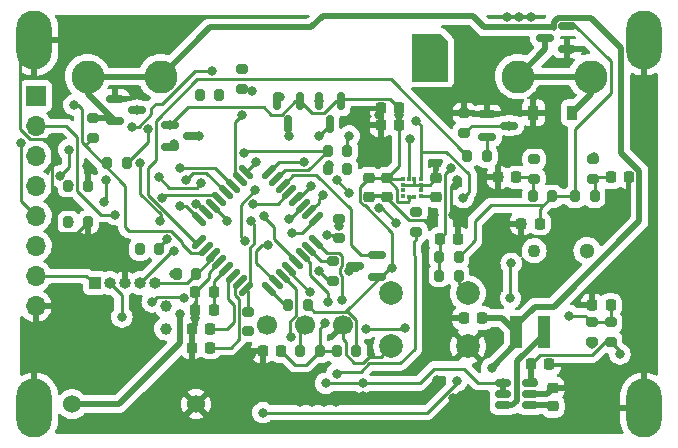
<source format=gbr>
%TF.GenerationSoftware,KiCad,Pcbnew,6.0.2-1.fc35*%
%TF.CreationDate,2022-05-31T23:37:53+02:00*%
%TF.ProjectId,LEDnode,4c45446e-6f64-4652-9e6b-696361645f70,rev?*%
%TF.SameCoordinates,Original*%
%TF.FileFunction,Copper,L2,Bot*%
%TF.FilePolarity,Positive*%
%FSLAX46Y46*%
G04 Gerber Fmt 4.6, Leading zero omitted, Abs format (unit mm)*
G04 Created by KiCad (PCBNEW 6.0.2-1.fc35) date 2022-05-31 23:37:53*
%MOMM*%
%LPD*%
G01*
G04 APERTURE LIST*
G04 Aperture macros list*
%AMRoundRect*
0 Rectangle with rounded corners*
0 $1 Rounding radius*
0 $2 $3 $4 $5 $6 $7 $8 $9 X,Y pos of 4 corners*
0 Add a 4 corners polygon primitive as box body*
4,1,4,$2,$3,$4,$5,$6,$7,$8,$9,$2,$3,0*
0 Add four circle primitives for the rounded corners*
1,1,$1+$1,$2,$3*
1,1,$1+$1,$4,$5*
1,1,$1+$1,$6,$7*
1,1,$1+$1,$8,$9*
0 Add four rect primitives between the rounded corners*
20,1,$1+$1,$2,$3,$4,$5,0*
20,1,$1+$1,$4,$5,$6,$7,0*
20,1,$1+$1,$6,$7,$8,$9,0*
20,1,$1+$1,$8,$9,$2,$3,0*%
%AMOutline5P*
0 Free polygon, 5 corners , with rotation*
0 The origin of the aperture is its center*
0 number of corners: always 5*
0 $1 to $10 corner X, Y*
0 $11 Rotation angle, in degrees counterclockwise*
0 create outline with 5 corners*
4,1,5,$1,$2,$3,$4,$5,$6,$7,$8,$9,$10,$1,$2,$11*%
%AMOutline6P*
0 Free polygon, 6 corners , with rotation*
0 The origin of the aperture is its center*
0 number of corners: always 6*
0 $1 to $12 corner X, Y*
0 $13 Rotation angle, in degrees counterclockwise*
0 create outline with 6 corners*
4,1,6,$1,$2,$3,$4,$5,$6,$7,$8,$9,$10,$11,$12,$1,$2,$13*%
%AMOutline7P*
0 Free polygon, 7 corners , with rotation*
0 The origin of the aperture is its center*
0 number of corners: always 7*
0 $1 to $14 corner X, Y*
0 $15 Rotation angle, in degrees counterclockwise*
0 create outline with 7 corners*
4,1,7,$1,$2,$3,$4,$5,$6,$7,$8,$9,$10,$11,$12,$13,$14,$1,$2,$15*%
%AMOutline8P*
0 Free polygon, 8 corners , with rotation*
0 The origin of the aperture is its center*
0 number of corners: always 8*
0 $1 to $16 corner X, Y*
0 $17 Rotation angle, in degrees counterclockwise*
0 create outline with 8 corners*
4,1,8,$1,$2,$3,$4,$5,$6,$7,$8,$9,$10,$11,$12,$13,$14,$15,$16,$1,$2,$17*%
G04 Aperture macros list end*
%TA.AperFunction,ComponentPad*%
%ADD10C,2.800000*%
%TD*%
%TA.AperFunction,WasherPad*%
%ADD11C,1.100000*%
%TD*%
%TA.AperFunction,WasherPad*%
%ADD12C,1.300000*%
%TD*%
%TA.AperFunction,ComponentPad*%
%ADD13RoundRect,1.500000X0.000000X-1.000000X0.000000X-1.000000X0.000000X1.000000X0.000000X1.000000X0*%
%TD*%
%TA.AperFunction,ComponentPad*%
%ADD14C,1.524000*%
%TD*%
%TA.AperFunction,ComponentPad*%
%ADD15C,1.700000*%
%TD*%
%TA.AperFunction,ComponentPad*%
%ADD16C,2.000000*%
%TD*%
%TA.AperFunction,ComponentPad*%
%ADD17R,1.700000X1.700000*%
%TD*%
%TA.AperFunction,ComponentPad*%
%ADD18O,1.700000X1.700000*%
%TD*%
%TA.AperFunction,ComponentPad*%
%ADD19C,1.000000*%
%TD*%
%TA.AperFunction,ComponentPad*%
%ADD20R,1.000000X1.000000*%
%TD*%
%TA.AperFunction,ComponentPad*%
%ADD21O,1.000000X1.000000*%
%TD*%
%TA.AperFunction,SMDPad,CuDef*%
%ADD22RoundRect,0.200000X0.275000X-0.200000X0.275000X0.200000X-0.275000X0.200000X-0.275000X-0.200000X0*%
%TD*%
%TA.AperFunction,SMDPad,CuDef*%
%ADD23RoundRect,0.225000X0.225000X0.250000X-0.225000X0.250000X-0.225000X-0.250000X0.225000X-0.250000X0*%
%TD*%
%TA.AperFunction,SMDPad,CuDef*%
%ADD24RoundRect,0.150000X0.587500X0.150000X-0.587500X0.150000X-0.587500X-0.150000X0.587500X-0.150000X0*%
%TD*%
%TA.AperFunction,SMDPad,CuDef*%
%ADD25RoundRect,0.150000X-0.587500X-0.150000X0.587500X-0.150000X0.587500X0.150000X-0.587500X0.150000X0*%
%TD*%
%TA.AperFunction,SMDPad,CuDef*%
%ADD26RoundRect,0.225000X-0.225000X-0.250000X0.225000X-0.250000X0.225000X0.250000X-0.225000X0.250000X0*%
%TD*%
%TA.AperFunction,SMDPad,CuDef*%
%ADD27RoundRect,0.150000X-0.150000X0.587500X-0.150000X-0.587500X0.150000X-0.587500X0.150000X0.587500X0*%
%TD*%
%TA.AperFunction,SMDPad,CuDef*%
%ADD28RoundRect,0.200000X0.200000X0.275000X-0.200000X0.275000X-0.200000X-0.275000X0.200000X-0.275000X0*%
%TD*%
%TA.AperFunction,SMDPad,CuDef*%
%ADD29RoundRect,0.225000X0.250000X-0.225000X0.250000X0.225000X-0.250000X0.225000X-0.250000X-0.225000X0*%
%TD*%
%TA.AperFunction,SMDPad,CuDef*%
%ADD30RoundRect,0.200000X-0.200000X-0.275000X0.200000X-0.275000X0.200000X0.275000X-0.200000X0.275000X0*%
%TD*%
%TA.AperFunction,SMDPad,CuDef*%
%ADD31RoundRect,0.225000X-0.250000X0.225000X-0.250000X-0.225000X0.250000X-0.225000X0.250000X0.225000X0*%
%TD*%
%TA.AperFunction,SMDPad,CuDef*%
%ADD32RoundRect,0.200000X-0.275000X0.200000X-0.275000X-0.200000X0.275000X-0.200000X0.275000X0.200000X0*%
%TD*%
%TA.AperFunction,SMDPad,CuDef*%
%ADD33RoundRect,0.150000X0.512500X0.150000X-0.512500X0.150000X-0.512500X-0.150000X0.512500X-0.150000X0*%
%TD*%
%TA.AperFunction,SMDPad,CuDef*%
%ADD34R,0.375000X0.350000*%
%TD*%
%TA.AperFunction,SMDPad,CuDef*%
%ADD35R,0.350000X0.375000*%
%TD*%
%TA.AperFunction,SMDPad,CuDef*%
%ADD36R,0.900000X1.200000*%
%TD*%
%TA.AperFunction,SMDPad,CuDef*%
%ADD37Outline5P,-1.500000X2.000000X1.500000X2.000000X1.500000X-2.000000X-0.900000X-2.000000X-1.500000X-1.400000X180.000000*%
%TD*%
%TA.AperFunction,SMDPad,CuDef*%
%ADD38R,1.000000X2.750000*%
%TD*%
%TA.AperFunction,SMDPad,CuDef*%
%ADD39RoundRect,0.125000X-0.353553X-0.530330X0.530330X0.353553X0.353553X0.530330X-0.530330X-0.353553X0*%
%TD*%
%TA.AperFunction,SMDPad,CuDef*%
%ADD40RoundRect,0.125000X0.353553X-0.530330X0.530330X-0.353553X-0.353553X0.530330X-0.530330X0.353553X0*%
%TD*%
%TA.AperFunction,ViaPad*%
%ADD41C,0.800000*%
%TD*%
%TA.AperFunction,Conductor*%
%ADD42C,0.500000*%
%TD*%
%TA.AperFunction,Conductor*%
%ADD43C,0.250000*%
%TD*%
G04 APERTURE END LIST*
D10*
%TO.P,J1,1,Pin_1*%
%TO.N,/INPUT*%
X82700000Y-74250000D03*
X88900000Y-74250000D03*
%TO.P,J1,2,Pin_2*%
%TO.N,Net-(D1-Pad1)*%
X119100000Y-74250000D03*
X125300000Y-74250000D03*
%TD*%
D11*
%TO.P,SW1,*%
%TO.N,*%
X120500000Y-89000000D03*
D12*
X125000000Y-89000000D03*
%TD*%
D13*
%TO.P,H4,1,1*%
%TO.N,GND*%
X78200000Y-71200000D03*
%TD*%
D14*
%TO.P,C21,1*%
%TO.N,+3V3*%
X81382500Y-102000000D03*
%TO.P,C21,2*%
%TO.N,GND*%
X91882500Y-102000000D03*
%TD*%
D13*
%TO.P,H3,1,1*%
%TO.N,GND*%
X129800000Y-102300000D03*
%TD*%
D15*
%TO.P,SW2,1,A*%
%TO.N,GND*%
X104300000Y-95300000D03*
%TO.P,SW2,2,B*%
%TO.N,Net-(R2-Pad1)*%
X101100000Y-95300000D03*
%TO.P,SW2,3,C*%
%TO.N,unconnected-(SW2-Pad3)*%
X97900000Y-95300000D03*
%TD*%
D16*
%TO.P,SW3,1,A*%
%TO.N,GND*%
X114900000Y-97100000D03*
X108400000Y-97100000D03*
%TO.P,SW3,2,B*%
%TO.N,Net-(R6-Pad1)*%
X114900000Y-92600000D03*
X108400000Y-92600000D03*
%TD*%
D13*
%TO.P,H1,1,1*%
%TO.N,GND*%
X129800000Y-71200000D03*
%TD*%
D17*
%TO.P,J4,1,Pin_1*%
%TO.N,/Tx*%
X78300000Y-75900000D03*
D18*
%TO.P,J4,2,Pin_2*%
%TO.N,/Rx*%
X78300000Y-78440000D03*
%TO.P,J4,3,Pin_3*%
%TO.N,/SDA*%
X78300000Y-80980000D03*
%TO.P,J4,4,Pin_4*%
%TO.N,/SCL*%
X78300000Y-83520000D03*
%TO.P,J4,5,Pin_5*%
%TO.N,/ADC*%
X78300000Y-86060000D03*
%TO.P,J4,6,Pin_6*%
%TO.N,/DISP_B*%
X78300000Y-88600000D03*
%TO.P,J4,7,Pin_7*%
%TO.N,+3V3*%
X78300000Y-91140000D03*
%TO.P,J4,8,Pin_8*%
%TO.N,GND*%
X78300000Y-93680000D03*
%TD*%
D19*
%TO.P,Y1,1,1*%
%TO.N,Net-(C9-Pad1)*%
X89350000Y-93700000D03*
%TO.P,Y1,2,2*%
%TO.N,Net-(C8-Pad1)*%
X89350000Y-95600000D03*
%TD*%
D20*
%TO.P,J2,1,Pin_1*%
%TO.N,+3V3*%
X83310000Y-91750000D03*
D21*
%TO.P,J2,2,Pin_2*%
%TO.N,/SYS_SWDCLK*%
X84580000Y-91750000D03*
%TO.P,J2,3,Pin_3*%
%TO.N,GND*%
X85850000Y-91750000D03*
%TO.P,J2,4,Pin_4*%
%TO.N,/SYS_SWDIO*%
X87120000Y-91750000D03*
%TO.P,J2,5,Pin_5*%
%TO.N,/SYS_RST*%
X88390000Y-91750000D03*
%TD*%
D13*
%TO.P,H2,1,1*%
%TO.N,GND*%
X78200000Y-102300000D03*
%TD*%
D22*
%TO.P,R10,1*%
%TO.N,/ENC1*%
X125500000Y-82925000D03*
%TO.P,R10,2*%
%TO.N,Net-(R10-Pad2)*%
X125500000Y-81275000D03*
%TD*%
D23*
%TO.P,C7,1*%
%TO.N,+3V3*%
X93375000Y-94000000D03*
%TO.P,C7,2*%
%TO.N,GND*%
X91825000Y-94000000D03*
%TD*%
%TO.P,C8,1*%
%TO.N,Net-(C8-Pad1)*%
X93075000Y-97200000D03*
%TO.P,C8,2*%
%TO.N,GND*%
X91525000Y-97200000D03*
%TD*%
D24*
%TO.P,Q5,1,G*%
%TO.N,+3V3*%
X123300000Y-70000000D03*
%TO.P,Q5,2,S*%
%TO.N,GND*%
X123300000Y-71900000D03*
%TO.P,Q5,3,D*%
%TO.N,Net-(D1-Pad1)*%
X121425000Y-70950000D03*
%TD*%
D23*
%TO.P,C6,1*%
%TO.N,+3V3*%
X93375000Y-92500000D03*
%TO.P,C6,2*%
%TO.N,GND*%
X91825000Y-92500000D03*
%TD*%
D25*
%TO.P,Q1,1,B*%
%TO.N,/DISP_0*%
X89662500Y-80250000D03*
%TO.P,Q1,2,E*%
%TO.N,+3V3*%
X89662500Y-78350000D03*
%TO.P,Q1,3,C*%
%TO.N,Net-(Q1-Pad3)*%
X91537500Y-79300000D03*
%TD*%
D26*
%TO.P,C17,1*%
%TO.N,/ENC1*%
X127025000Y-82800000D03*
%TO.P,C17,2*%
%TO.N,GND*%
X128575000Y-82800000D03*
%TD*%
D27*
%TO.P,Q2,1,B*%
%TO.N,/DISP_1*%
X98750000Y-76362500D03*
%TO.P,Q2,2,E*%
%TO.N,+3V3*%
X100650000Y-76362500D03*
%TO.P,Q2,3,C*%
%TO.N,Net-(Q2-Pad3)*%
X99700000Y-78237500D03*
%TD*%
D28*
%TO.P,R18,1*%
%TO.N,/DISP_A*%
X93825000Y-75800000D03*
%TO.P,R18,2*%
%TO.N,Net-(R18-Pad2)*%
X92175000Y-75800000D03*
%TD*%
D23*
%TO.P,C15,1*%
%TO.N,+3V3*%
X120975000Y-86700000D03*
%TO.P,C15,2*%
%TO.N,GND*%
X119425000Y-86700000D03*
%TD*%
D29*
%TO.P,C3,1*%
%TO.N,Net-(C3-Pad1)*%
X122100000Y-102175000D03*
%TO.P,C3,2*%
%TO.N,GND*%
X122100000Y-100625000D03*
%TD*%
D30*
%TO.P,R17,1*%
%TO.N,Net-(D3-Pad1)*%
X81075000Y-83500000D03*
%TO.P,R17,2*%
%TO.N,GND*%
X82725000Y-83500000D03*
%TD*%
D31*
%TO.P,C14,1*%
%TO.N,+3V3*%
X108025000Y-82875000D03*
%TO.P,C14,2*%
%TO.N,GND*%
X108025000Y-84425000D03*
%TD*%
D22*
%TO.P,R11,1*%
%TO.N,/ENC2*%
X120500000Y-82925000D03*
%TO.P,R11,2*%
%TO.N,Net-(R11-Pad2)*%
X120500000Y-81275000D03*
%TD*%
D26*
%TO.P,C19,1*%
%TO.N,/BUTTON2*%
X112525000Y-88000000D03*
%TO.P,C19,2*%
%TO.N,GND*%
X114075000Y-88000000D03*
%TD*%
D28*
%TO.P,R1,1*%
%TO.N,+3V3*%
X122050000Y-84400000D03*
%TO.P,R1,2*%
%TO.N,/ENC2*%
X120400000Y-84400000D03*
%TD*%
D22*
%TO.P,R15,1*%
%TO.N,+3V3*%
X127000000Y-96725000D03*
%TO.P,R15,2*%
%TO.N,/BUTTON1*%
X127000000Y-95075000D03*
%TD*%
D24*
%TO.P,Q4,1,B*%
%TO.N,/DISP_3*%
X107237500Y-89350000D03*
%TO.P,Q4,2,E*%
%TO.N,+3V3*%
X107237500Y-91250000D03*
%TO.P,Q4,3,C*%
%TO.N,Net-(Q4-Pad3)*%
X105362500Y-90300000D03*
%TD*%
D31*
%TO.P,C13,1*%
%TO.N,+3V3*%
X106525000Y-82875000D03*
%TO.P,C13,2*%
%TO.N,GND*%
X106525000Y-84425000D03*
%TD*%
D26*
%TO.P,C16,1*%
%TO.N,GND*%
X117450000Y-82800000D03*
%TO.P,C16,2*%
%TO.N,/ENC2*%
X119000000Y-82800000D03*
%TD*%
D28*
%TO.P,R6,1*%
%TO.N,Net-(R6-Pad1)*%
X114125000Y-91100000D03*
%TO.P,R6,2*%
%TO.N,/BUTTON2*%
X112475000Y-91100000D03*
%TD*%
D23*
%TO.P,C1,1*%
%TO.N,/INPUT*%
X116100000Y-94700000D03*
%TO.P,C1,2*%
%TO.N,GND*%
X114550000Y-94700000D03*
%TD*%
D32*
%TO.P,R27,1*%
%TO.N,/INPUT*%
X83150000Y-77775000D03*
%TO.P,R27,2*%
%TO.N,/BACKUP*%
X83150000Y-79425000D03*
%TD*%
D33*
%TO.P,U4,1,FB*%
%TO.N,+3V3*%
X120175000Y-100200000D03*
%TO.P,U4,2,GND*%
%TO.N,GND*%
X120175000Y-101150000D03*
%TO.P,U4,3,REF*%
%TO.N,Net-(C3-Pad1)*%
X120175000Y-102100000D03*
%TO.P,U4,4,LX*%
%TO.N,Net-(L1-Pad2)*%
X117900000Y-102100000D03*
%TO.P,U4,5,OUT*%
%TO.N,+3V3*%
X117900000Y-101150000D03*
%TO.P,U4,6,SHDN*%
X117900000Y-100200000D03*
%TD*%
D30*
%TO.P,R7,1*%
%TO.N,+3V3*%
X123975000Y-84400000D03*
%TO.P,R7,2*%
%TO.N,/ENC1*%
X125625000Y-84400000D03*
%TD*%
D28*
%TO.P,R21,1*%
%TO.N,/DISP_D*%
X104675000Y-82050000D03*
%TO.P,R21,2*%
%TO.N,Net-(R21-Pad2)*%
X103025000Y-82050000D03*
%TD*%
D23*
%TO.P,C9,1*%
%TO.N,Net-(C9-Pad1)*%
X93075000Y-95600000D03*
%TO.P,C9,2*%
%TO.N,GND*%
X91525000Y-95600000D03*
%TD*%
%TO.P,C11,1*%
%TO.N,+3V3*%
X109087011Y-76875000D03*
%TO.P,C11,2*%
%TO.N,GND*%
X107537011Y-76875000D03*
%TD*%
D30*
%TO.P,R16,1*%
%TO.N,Net-(D2-Pad1)*%
X81075000Y-86600000D03*
%TO.P,R16,2*%
%TO.N,GND*%
X82725000Y-86600000D03*
%TD*%
D32*
%TO.P,R25,1*%
%TO.N,/DISP_DP*%
X103950000Y-86275000D03*
%TO.P,R25,2*%
%TO.N,Net-(R25-Pad2)*%
X103950000Y-87925000D03*
%TD*%
D25*
%TO.P,Q6,1,G*%
%TO.N,Net-(Q6-Pad1)*%
X116525000Y-79350000D03*
%TO.P,Q6,2,S*%
%TO.N,GND*%
X116525000Y-77450000D03*
%TO.P,Q6,3,D*%
%TO.N,Net-(Q6-Pad3)*%
X118400000Y-78400000D03*
%TD*%
D34*
%TO.P,U6,1,SCL/SPC*%
%TO.N,/SCL*%
X110887500Y-82900000D03*
%TO.P,U6,2,RES*%
%TO.N,GND*%
X110887500Y-83400000D03*
%TO.P,U6,3,GND*%
X110887500Y-83900000D03*
%TO.P,U6,4,C1*%
%TO.N,Net-(C12-Pad1)*%
X110887500Y-84400000D03*
D35*
%TO.P,U6,5,Vdd*%
%TO.N,+3V3*%
X110375000Y-84412500D03*
%TO.P,U6,6,Vdd_IO*%
X109875000Y-84412500D03*
D34*
%TO.P,U6,7,INT*%
%TO.N,unconnected-(U6-Pad7)*%
X109362500Y-84400000D03*
%TO.P,U6,8,DRDY*%
%TO.N,unconnected-(U6-Pad8)*%
X109362500Y-83900000D03*
%TO.P,U6,9,SDO/SA1*%
%TO.N,GND*%
X109362500Y-83400000D03*
%TO.P,U6,10,CS*%
%TO.N,+3V3*%
X109362500Y-82900000D03*
D35*
%TO.P,U6,11,SDA/SDI/SDO*%
%TO.N,/SDA*%
X109875000Y-82887500D03*
%TO.P,U6,12,RES*%
%TO.N,GND*%
X110375000Y-82887500D03*
%TD*%
D23*
%TO.P,C20,1*%
%TO.N,/BUTTON1*%
X126975000Y-93600000D03*
%TO.P,C20,2*%
%TO.N,GND*%
X125425000Y-93600000D03*
%TD*%
D26*
%TO.P,C4,1*%
%TO.N,+3V3*%
X120250000Y-98600000D03*
%TO.P,C4,2*%
%TO.N,GND*%
X121800000Y-98600000D03*
%TD*%
D23*
%TO.P,C18,1*%
%TO.N,/MODE*%
X99075000Y-97500000D03*
%TO.P,C18,2*%
%TO.N,GND*%
X97525000Y-97500000D03*
%TD*%
D32*
%TO.P,R20,1*%
%TO.N,/DISP_C*%
X110500000Y-85725000D03*
%TO.P,R20,2*%
%TO.N,Net-(R20-Pad2)*%
X110500000Y-87375000D03*
%TD*%
D28*
%TO.P,R5,1*%
%TO.N,+3V3*%
X101325000Y-93600000D03*
%TO.P,R5,2*%
%TO.N,/SCL*%
X99675000Y-93600000D03*
%TD*%
D36*
%TO.P,D1,1,K*%
%TO.N,Net-(D1-Pad1)*%
X123750000Y-77300000D03*
%TO.P,D1,2,A*%
%TO.N,GND*%
X120450000Y-77300000D03*
%TD*%
D25*
%TO.P,Q7,1,G*%
%TO.N,/INPUT*%
X85012500Y-78050000D03*
%TO.P,Q7,2,S*%
%TO.N,GND*%
X85012500Y-76150000D03*
%TO.P,Q7,3,D*%
%TO.N,/BACKUP*%
X86887500Y-77100000D03*
%TD*%
D28*
%TO.P,R22,1*%
%TO.N,/DISP_E*%
X88775000Y-88850000D03*
%TO.P,R22,2*%
%TO.N,Net-(R22-Pad2)*%
X87125000Y-88850000D03*
%TD*%
D22*
%TO.P,R3,1*%
%TO.N,+3V3*%
X96300000Y-95825000D03*
%TO.P,R3,2*%
%TO.N,/SDA*%
X96300000Y-94175000D03*
%TD*%
D23*
%TO.P,C10,1*%
%TO.N,+3V3*%
X109087011Y-78375000D03*
%TO.P,C10,2*%
%TO.N,GND*%
X107537011Y-78375000D03*
%TD*%
D22*
%TO.P,R14,1*%
%TO.N,Net-(R14-Pad1)*%
X125400000Y-96725000D03*
%TO.P,R14,2*%
%TO.N,/BUTTON1*%
X125400000Y-95075000D03*
%TD*%
D27*
%TO.P,Q3,1,B*%
%TO.N,/DISP_2*%
X102250000Y-76362500D03*
%TO.P,Q3,2,E*%
%TO.N,+3V3*%
X104150000Y-76362500D03*
%TO.P,Q3,3,C*%
%TO.N,Net-(Q3-Pad3)*%
X103200000Y-78237500D03*
%TD*%
D29*
%TO.P,C12,1*%
%TO.N,Net-(C12-Pad1)*%
X112225000Y-84425000D03*
%TO.P,C12,2*%
%TO.N,GND*%
X112225000Y-82875000D03*
%TD*%
D30*
%TO.P,R4,1*%
%TO.N,+3V3*%
X90250000Y-91000000D03*
%TO.P,R4,2*%
%TO.N,/SYS_RST*%
X91900000Y-91000000D03*
%TD*%
%TO.P,R19,1*%
%TO.N,/DISP_B*%
X103025000Y-80550000D03*
%TO.P,R19,2*%
%TO.N,Net-(R19-Pad2)*%
X104675000Y-80550000D03*
%TD*%
D28*
%TO.P,R12,1*%
%TO.N,+3V3*%
X114125000Y-89500000D03*
%TO.P,R12,2*%
%TO.N,/BUTTON2*%
X112475000Y-89500000D03*
%TD*%
D22*
%TO.P,R13,1*%
%TO.N,Net-(Q6-Pad3)*%
X114600000Y-79025000D03*
%TO.P,R13,2*%
%TO.N,GND*%
X114600000Y-77375000D03*
%TD*%
D28*
%TO.P,R9,1*%
%TO.N,+3V3*%
X105425000Y-97500000D03*
%TO.P,R9,2*%
%TO.N,/MODE*%
X103775000Y-97500000D03*
%TD*%
D32*
%TO.P,R23,1*%
%TO.N,/DISP_F*%
X95750000Y-73625000D03*
%TO.P,R23,2*%
%TO.N,Net-(R23-Pad2)*%
X95750000Y-75275000D03*
%TD*%
D30*
%TO.P,R2,1*%
%TO.N,Net-(R2-Pad1)*%
X100700000Y-97500000D03*
%TO.P,R2,2*%
%TO.N,/MODE*%
X102350000Y-97500000D03*
%TD*%
D37*
%TO.P,H5,1,1*%
%TO.N,unconnected-(H5-Pad1)*%
X111700000Y-72650000D03*
%TD*%
D38*
%TO.P,L1,1,1*%
%TO.N,/INPUT*%
X119000000Y-95900000D03*
%TO.P,L1,2,2*%
%TO.N,Net-(L1-Pad2)*%
X121300000Y-95900000D03*
%TD*%
D28*
%TO.P,R26,1*%
%TO.N,+3V3*%
X86025000Y-81600000D03*
%TO.P,R26,2*%
%TO.N,/BACKUP*%
X84375000Y-81600000D03*
%TD*%
D39*
%TO.P,U1,1,PB9*%
%TO.N,/SDA*%
X96127728Y-92232070D03*
%TO.P,U1,2,OSC32_IN/PC14*%
%TO.N,Net-(C8-Pad1)*%
X95562043Y-91666384D03*
%TO.P,U1,3,OSC32_OUT/PC15*%
%TO.N,Net-(C9-Pad1)*%
X94996357Y-91100699D03*
%TO.P,U1,4,VDD/VDDA*%
%TO.N,+3V3*%
X94430672Y-90535014D03*
%TO.P,U1,5,VSS/VSSA*%
%TO.N,GND*%
X93864986Y-89969328D03*
%TO.P,U1,6,~{RST}/PF2*%
%TO.N,/SYS_RST*%
X93299301Y-89403643D03*
%TO.P,U1,7,PA0*%
%TO.N,/BACKUP*%
X92733616Y-88837957D03*
%TO.P,U1,8,PA1*%
%TO.N,/ENCODER_ACTIVE*%
X92167930Y-88272272D03*
D40*
%TO.P,U1,9,PA2*%
%TO.N,/Tx*%
X92167930Y-86327728D03*
%TO.P,U1,10,PA3*%
%TO.N,/Rx*%
X92733616Y-85762043D03*
%TO.P,U1,11,PA4*%
%TO.N,/ADC*%
X93299301Y-85196357D03*
%TO.P,U1,12,PA5*%
%TO.N,/LED2*%
X93864986Y-84630672D03*
%TO.P,U1,13,PA6*%
%TO.N,/DISP_0*%
X94430672Y-84064986D03*
%TO.P,U1,14,PA7*%
%TO.N,/DISP_A*%
X94996357Y-83499301D03*
%TO.P,U1,15,PB0*%
%TO.N,/DISP_F*%
X95562043Y-82933616D03*
%TO.P,U1,16,PB1*%
%TO.N,/DISP_1*%
X96127728Y-82367930D03*
D39*
%TO.P,U1,17,PB2*%
%TO.N,/DISP_2*%
X98072272Y-82367930D03*
%TO.P,U1,18,PA8*%
%TO.N,/DISP_B*%
X98637957Y-82933616D03*
%TO.P,U1,19,PA9*%
%TO.N,/DISP_3*%
X99203643Y-83499301D03*
%TO.P,U1,20,PC6*%
%TO.N,/DISP_E*%
X99769328Y-84064986D03*
%TO.P,U1,21,PA10*%
%TO.N,/DISP_D*%
X100335014Y-84630672D03*
%TO.P,U1,22,PA11_[PA9]*%
%TO.N,/DISP_DP*%
X100900699Y-85196357D03*
%TO.P,U1,23,PA12_[PA10]*%
%TO.N,/DISP_C*%
X101466384Y-85762043D03*
%TO.P,U1,24,PA13*%
%TO.N,/SYS_SWDIO*%
X102032070Y-86327728D03*
D40*
%TO.P,U1,25,PA14/BOOT0*%
%TO.N,/SYS_SWDCLK*%
X102032070Y-88272272D03*
%TO.P,U1,26,PA15*%
%TO.N,/DISP_G*%
X101466384Y-88837957D03*
%TO.P,U1,27,PB3*%
%TO.N,/MODE*%
X100900699Y-89403643D03*
%TO.P,U1,28,PB4*%
%TO.N,/BUTTON2*%
X100335014Y-89969328D03*
%TO.P,U1,29,PB5*%
%TO.N,/BUTTON1*%
X99769328Y-90535014D03*
%TO.P,U1,30,PB6*%
%TO.N,/ENC2*%
X99203643Y-91100699D03*
%TO.P,U1,31,PB7*%
%TO.N,/ENC1*%
X98637957Y-91666384D03*
%TO.P,U1,32,PB8*%
%TO.N,/SCL*%
X98072272Y-92232070D03*
%TD*%
D32*
%TO.P,R24,1*%
%TO.N,/DISP_G*%
X103500000Y-89875000D03*
%TO.P,R24,2*%
%TO.N,Net-(R24-Pad2)*%
X103500000Y-91525000D03*
%TD*%
D30*
%TO.P,R8,1*%
%TO.N,/ENCODER_ACTIVE*%
X114850000Y-81000000D03*
%TO.P,R8,2*%
%TO.N,Net-(Q6-Pad1)*%
X116500000Y-81000000D03*
%TD*%
D41*
%TO.N,/INPUT*%
X116900000Y-98950000D03*
%TO.N,GND*%
X80350000Y-96750000D03*
X96150000Y-100300000D03*
X79000000Y-96500000D03*
X101700000Y-103800000D03*
X84900000Y-89200000D03*
X95150000Y-101300000D03*
X100700000Y-101800000D03*
X91825000Y-94725000D03*
X107412011Y-77475000D03*
X85700000Y-72974500D03*
X113674500Y-86000000D03*
X119500000Y-86750000D03*
X102700000Y-101800000D03*
X79651000Y-87500000D03*
X100700000Y-103800000D03*
X94150000Y-99300000D03*
X96500000Y-97825500D03*
X96150000Y-99300000D03*
X81350000Y-96750000D03*
X119250000Y-71250000D03*
X95150000Y-99300000D03*
X86850000Y-96550000D03*
X112700000Y-97750000D03*
X102700000Y-103800000D03*
X96150000Y-101300000D03*
X82350000Y-96750000D03*
X95150000Y-102300000D03*
X103700000Y-103800000D03*
X113630000Y-101500000D03*
X95150000Y-100300000D03*
X114950000Y-100950000D03*
X79651000Y-84500000D03*
X125100000Y-99400000D03*
X101700000Y-101800000D03*
X81350000Y-99750000D03*
X124000000Y-103700000D03*
X81350000Y-98750000D03*
X106050000Y-101325500D03*
X123700000Y-100250000D03*
X82650000Y-81850000D03*
X117500000Y-82750000D03*
X124200000Y-99400000D03*
X81350000Y-97750000D03*
X103700000Y-101800000D03*
X118250000Y-71250000D03*
X82350000Y-99750000D03*
X119250000Y-69250000D03*
X96150000Y-102300000D03*
X112225000Y-82875000D03*
X123500000Y-72000000D03*
X87250000Y-95750000D03*
X82350000Y-98750000D03*
X123250000Y-99400000D03*
X112250000Y-99950000D03*
X125800000Y-103700000D03*
X86800000Y-75600000D03*
X124900000Y-103700000D03*
X111850000Y-97750000D03*
X94150000Y-100300000D03*
X118250000Y-69250000D03*
X108000000Y-81000000D03*
X82350000Y-97750000D03*
X85800000Y-89200000D03*
X126700000Y-103700000D03*
X80000000Y-79500000D03*
X123100000Y-103700000D03*
X80350000Y-99750000D03*
X116300000Y-103600000D03*
X80350000Y-97750000D03*
X94150000Y-101300000D03*
X122200000Y-103700000D03*
X115450000Y-103600000D03*
X112000000Y-86000000D03*
X94150000Y-102300000D03*
X114000000Y-83000000D03*
X120250000Y-69250000D03*
X80350000Y-98750000D03*
%TO.N,+3V3*%
X89662500Y-78350000D03*
X93375000Y-94000000D03*
X120400000Y-100100000D03*
X87800000Y-78700000D03*
X96300000Y-95825000D03*
X114125000Y-89500000D03*
X109087011Y-78375000D03*
X105398056Y-97348056D03*
X109087011Y-77500000D03*
X90500000Y-94350000D03*
X108500000Y-90425000D03*
X117900000Y-100200000D03*
X102850000Y-100225980D03*
X90000000Y-91000000D03*
X105975980Y-100200500D03*
X127770000Y-97740000D03*
%TO.N,Net-(C8-Pad1)*%
X93075000Y-97200000D03*
%TO.N,Net-(C9-Pad1)*%
X93075000Y-95600000D03*
%TO.N,/ENC2*%
X118565332Y-90065332D03*
X118500000Y-93000000D03*
X120400000Y-84400000D03*
X99900000Y-96300000D03*
%TO.N,/ENC1*%
X98000000Y-88500000D03*
X125625000Y-84400000D03*
%TO.N,/MODE*%
X102800000Y-95150000D03*
X103050000Y-93300000D03*
%TO.N,Net-(D2-Pad1)*%
X81100000Y-86575000D03*
%TO.N,/SDA*%
X110000000Y-79500000D03*
X88175489Y-93325489D03*
X96550000Y-86500000D03*
X90858222Y-92972747D03*
X96300000Y-94175000D03*
%TO.N,/LED2*%
X89000000Y-84500000D03*
%TO.N,/SCL*%
X114500000Y-84500000D03*
X110500000Y-78000000D03*
X81125500Y-80441172D03*
X80327289Y-82687500D03*
X99675000Y-93600000D03*
%TO.N,Net-(D3-Pad1)*%
X81100000Y-83475000D03*
%TO.N,/ADC*%
X94500000Y-86500000D03*
X77050000Y-79900000D03*
%TO.N,/SYS_SWDCLK*%
X104200000Y-93185579D03*
X109600000Y-95550000D03*
X106250000Y-95600000D03*
X85600000Y-94600000D03*
X113950000Y-100000000D03*
X97550000Y-102700500D03*
%TO.N,/SYS_SWDIO*%
X100000000Y-87500000D03*
X90000000Y-89000000D03*
%TO.N,/Tx*%
X90550000Y-85200000D03*
X88850000Y-86500000D03*
X87150000Y-81550000D03*
%TO.N,/Rx*%
X85050000Y-85950000D03*
X91850000Y-85050000D03*
%TO.N,/DISP_0*%
X91000000Y-83000000D03*
X90000000Y-80000000D03*
%TO.N,/BUTTON1*%
X101498758Y-92511079D03*
X123500000Y-94500000D03*
%TO.N,/BUTTON2*%
X97631385Y-86074020D03*
X113500000Y-82000000D03*
%TO.N,/DISP_D*%
X104675000Y-82000000D03*
X101600000Y-83550000D03*
%TO.N,/DISP_1*%
X97000000Y-81500000D03*
X99000000Y-76000000D03*
%TO.N,Net-(Q1-Pad3)*%
X92150000Y-79285000D03*
%TO.N,/DISP_2*%
X101000000Y-81500000D03*
X102250000Y-76362500D03*
%TO.N,Net-(Q2-Pad3)*%
X99770000Y-79285000D03*
%TO.N,Net-(Q3-Pad3)*%
X102310000Y-79285000D03*
%TO.N,/DISP_A*%
X86500000Y-78500000D03*
X93250000Y-73750000D03*
X93825000Y-75800000D03*
X90500000Y-82000000D03*
%TO.N,Net-(Q4-Pad3)*%
X104850000Y-90715000D03*
%TO.N,Net-(Q6-Pad3)*%
X118400000Y-78400000D03*
%TO.N,Net-(R10-Pad2)*%
X125541408Y-81041407D03*
%TO.N,Net-(R11-Pad2)*%
X120500000Y-81275000D03*
%TO.N,Net-(R14-Pad1)*%
X125408592Y-96908592D03*
%TO.N,/DISP_C*%
X108850000Y-86650000D03*
X102600000Y-84300000D03*
X104850000Y-84100000D03*
X110500000Y-85725000D03*
X107376944Y-85423056D03*
X103800000Y-83050000D03*
%TO.N,/DISP_E*%
X96700000Y-85050000D03*
X89448114Y-88004128D03*
%TO.N,/DISP_DP*%
X99750000Y-86300000D03*
X104000000Y-86900000D03*
%TO.N,/DISP_B*%
X84250000Y-83000000D03*
X88750000Y-82800000D03*
X95950000Y-80750000D03*
X84100000Y-84850000D03*
X92300000Y-83300000D03*
%TO.N,/DISP_F*%
X95750000Y-73625000D03*
X95750000Y-77550000D03*
%TO.N,/BACKUP*%
X81550000Y-76650000D03*
X86887500Y-77100000D03*
%TO.N,Net-(R18-Pad2)*%
X92175000Y-75800000D03*
%TO.N,Net-(R19-Pad2)*%
X104850000Y-79285000D03*
%TO.N,Net-(R20-Pad2)*%
X103800000Y-99400000D03*
%TO.N,Net-(R21-Pad2)*%
X103100000Y-81750000D03*
X96051944Y-88151944D03*
X96900000Y-83850000D03*
%TO.N,Net-(R22-Pad2)*%
X87125000Y-88850000D03*
%TO.N,Net-(R23-Pad2)*%
X96600000Y-75500000D03*
%TO.N,Net-(R24-Pad2)*%
X102310000Y-90715000D03*
%TO.N,Net-(R25-Pad2)*%
X103000000Y-87650000D03*
%TD*%
D42*
%TO.N,/INPUT*%
X82700000Y-75737500D02*
X85012500Y-78050000D01*
X120550000Y-93750000D02*
X122150000Y-93750000D01*
X129424520Y-82291316D02*
X127900480Y-80767276D01*
X119000000Y-95900000D02*
X119000000Y-95300000D01*
X127900480Y-80767276D02*
X127900480Y-71850480D01*
X122484882Y-69300480D02*
X122162980Y-69622382D01*
X122150000Y-93750000D02*
X129424520Y-86475480D01*
X83150000Y-77775000D02*
X84737500Y-77775000D01*
X122162980Y-69622382D02*
X122162980Y-70112980D01*
X82700000Y-74250000D02*
X88900000Y-74250000D01*
X122162980Y-70112980D02*
X122150000Y-70100000D01*
X117800000Y-94700000D02*
X119000000Y-95900000D01*
X101650000Y-70100000D02*
X93050000Y-70100000D01*
X119000000Y-95300000D02*
X120550000Y-93750000D01*
X129424520Y-86475480D02*
X129424520Y-82291316D01*
X93050000Y-70100000D02*
X88900000Y-74250000D01*
X102600000Y-69150000D02*
X101650000Y-70100000D01*
X119000000Y-95900000D02*
X119000000Y-96850000D01*
X116100000Y-94700000D02*
X117800000Y-94700000D01*
X122150000Y-70100000D02*
X116300000Y-70100000D01*
X116300000Y-70100000D02*
X115350000Y-69150000D01*
X119000000Y-96850000D02*
X116900000Y-98950000D01*
X115350000Y-69150000D02*
X102600000Y-69150000D01*
X125350480Y-69300480D02*
X122484882Y-69300480D01*
X127900480Y-71850480D02*
X125350480Y-69300480D01*
X82700000Y-75737500D02*
X82700000Y-74250000D01*
%TO.N,GND*%
X91825000Y-94000000D02*
X91825000Y-94725000D01*
D43*
X79651000Y-84500000D02*
X79651000Y-79849000D01*
X77000000Y-72400000D02*
X78200000Y-71200000D01*
X110375000Y-83299022D02*
X110375000Y-82887500D01*
X110874500Y-101325500D02*
X106050000Y-101325500D01*
X110274022Y-83400000D02*
X110375000Y-83299022D01*
X123400000Y-71900000D02*
X123500000Y-72000000D01*
D42*
X91825000Y-95300000D02*
X91525000Y-95600000D01*
D43*
X107537011Y-76875000D02*
X107537011Y-77350000D01*
X106500000Y-98000000D02*
X107500000Y-98000000D01*
X104300000Y-96500000D02*
X104550000Y-96750000D01*
D42*
X91825000Y-94725000D02*
X91825000Y-95300000D01*
D43*
X123300000Y-71900000D02*
X123400000Y-71900000D01*
X110887500Y-83400000D02*
X111700000Y-83400000D01*
X107412011Y-80224520D02*
X108000000Y-80812509D01*
X112250000Y-99950000D02*
X110874500Y-101325500D01*
X107412011Y-77475000D02*
X107412011Y-80224520D01*
X110887500Y-83400000D02*
X110274022Y-83400000D01*
X111700000Y-83400000D02*
X112225000Y-82875000D01*
X97525000Y-97500000D02*
X96825500Y-97500000D01*
X113500000Y-85825500D02*
X113500000Y-83500000D01*
X104300000Y-95300000D02*
X104300000Y-96500000D01*
X113500000Y-83500000D02*
X114000000Y-83000000D01*
X104550000Y-96750000D02*
X104550000Y-97755000D01*
X107537011Y-77600000D02*
X107412011Y-77475000D01*
X105278928Y-98500000D02*
X106000000Y-98500000D01*
X104550000Y-97755000D02*
X104541964Y-97763036D01*
X78300000Y-95800000D02*
X79000000Y-96500000D01*
X82725000Y-86600000D02*
X81825000Y-87500000D01*
X104541964Y-97763036D02*
X105278928Y-98500000D01*
X77000000Y-78730300D02*
X77000000Y-72400000D01*
X108025000Y-84539028D02*
X109885492Y-86399520D01*
X96825500Y-97500000D02*
X96500000Y-97825500D01*
X92975481Y-90858833D02*
X92975481Y-91349519D01*
X79651000Y-79849000D02*
X80000000Y-79500000D01*
X110887500Y-83900000D02*
X110887500Y-83400000D01*
X108025000Y-84425000D02*
X108025000Y-84539028D01*
X108000000Y-80812509D02*
X108000000Y-81000000D01*
X109362500Y-83400000D02*
X110274022Y-83400000D01*
X107500000Y-98000000D02*
X108400000Y-97100000D01*
X113674500Y-86000000D02*
X113500000Y-85825500D01*
D42*
X121575000Y-101150000D02*
X122100000Y-100625000D01*
D43*
X107537011Y-77350000D02*
X107412011Y-77475000D01*
X79935489Y-79564511D02*
X77834211Y-79564511D01*
X77834211Y-79564511D02*
X77000000Y-78730300D01*
X109885492Y-86399520D02*
X111600480Y-86399520D01*
X92975481Y-91349519D02*
X91825000Y-92500000D01*
D42*
X120175000Y-101150000D02*
X121575000Y-101150000D01*
D43*
X81825000Y-87500000D02*
X79651000Y-87500000D01*
X111600480Y-86399520D02*
X112000000Y-86000000D01*
X107537011Y-78375000D02*
X107537011Y-77600000D01*
X106000000Y-98500000D02*
X106500000Y-98000000D01*
X93864986Y-89969328D02*
X92975481Y-90858833D01*
X78300000Y-93680000D02*
X78300000Y-95800000D01*
D42*
%TO.N,Net-(C3-Pad1)*%
X120175000Y-102100000D02*
X122025000Y-102100000D01*
X122025000Y-102100000D02*
X122100000Y-102175000D01*
D43*
%TO.N,+3V3*%
X102725119Y-77374520D02*
X103737139Y-76362500D01*
X97600969Y-76825489D02*
X98249639Y-77474159D01*
X104150000Y-76362500D02*
X104387020Y-76125480D01*
X103737139Y-76362500D02*
X104150000Y-76362500D01*
X127000000Y-96725000D02*
X126546072Y-96725000D01*
X90250000Y-91000000D02*
X90000000Y-91000000D01*
D42*
X120250000Y-100125000D02*
X120175000Y-100200000D01*
D43*
X116850480Y-85149520D02*
X121300480Y-85149520D01*
X114590000Y-99000000D02*
X115790000Y-100200000D01*
X115500000Y-86500000D02*
X116850480Y-85149520D01*
X91187011Y-76825489D02*
X97600969Y-76825489D01*
X126974511Y-72974511D02*
X124000000Y-70000000D01*
X106525000Y-82875000D02*
X108025000Y-82875000D01*
X105425000Y-94834700D02*
X105425000Y-97500000D01*
X115790000Y-100200000D02*
X117900000Y-100200000D01*
X123975000Y-84400000D02*
X123975000Y-78674022D01*
X109362500Y-82900000D02*
X108050000Y-82900000D01*
D42*
X120175000Y-100200000D02*
X120300000Y-100200000D01*
D43*
X105775480Y-84856907D02*
X106068093Y-85149520D01*
X105425000Y-97375000D02*
X105398056Y-97348056D01*
X109824511Y-84849511D02*
X108900489Y-84849511D01*
X83310000Y-91750000D02*
X83200000Y-91750000D01*
X120999520Y-97850480D02*
X120250000Y-98600000D01*
D42*
X88175000Y-99150000D02*
X90500000Y-96825000D01*
D43*
X126974511Y-75674511D02*
X126974511Y-72974511D01*
X109875000Y-84412500D02*
X109875000Y-84799022D01*
X120975000Y-85475000D02*
X122050000Y-84400000D01*
X100650000Y-76362500D02*
X101662020Y-77374520D01*
X125420592Y-97850480D02*
X120999520Y-97850480D01*
X101900489Y-94175489D02*
X104524511Y-94175489D01*
X109875000Y-84799022D02*
X109824511Y-84849511D01*
X108025000Y-82875000D02*
X108900489Y-83750489D01*
X108500000Y-87500000D02*
X108500000Y-90425000D01*
D42*
X85325000Y-102000000D02*
X81382500Y-102000000D01*
D43*
X126546072Y-96725000D02*
X125420592Y-97850480D01*
X104524511Y-94175489D02*
X104765789Y-94175489D01*
X106149520Y-85149520D02*
X108500000Y-87500000D01*
X108900489Y-84849511D02*
X108900489Y-83750489D01*
X120975000Y-86700000D02*
X120975000Y-85475000D01*
X109087011Y-81812989D02*
X109087011Y-78375000D01*
D42*
X90500000Y-96825000D02*
X90500000Y-94350000D01*
D43*
X86025000Y-81600000D02*
X87800000Y-79825000D01*
X123975000Y-78674022D02*
X126974511Y-75674511D01*
X93375000Y-92500000D02*
X93375000Y-94000000D01*
X98249639Y-77474159D02*
X99125480Y-77474159D01*
D42*
X120250000Y-98600000D02*
X120250000Y-100125000D01*
D43*
X93375000Y-91590686D02*
X94430672Y-90535014D01*
X106068093Y-85149520D02*
X106149520Y-85149520D01*
X105775480Y-83624520D02*
X105775480Y-84856907D01*
X101325000Y-93600000D02*
X101900489Y-94175489D01*
X124000000Y-70000000D02*
X123300000Y-70000000D01*
X127770000Y-97740000D02*
X127770000Y-97495000D01*
D42*
X88175000Y-99150000D02*
X85325000Y-102000000D01*
D43*
X102850000Y-100225980D02*
X105774020Y-100225980D01*
X78300000Y-91140000D02*
X82590000Y-91140000D01*
X123975000Y-84400000D02*
X122050000Y-84400000D01*
X93375000Y-92500000D02*
X93375000Y-91590686D01*
X127770000Y-97495000D02*
X127000000Y-96725000D01*
X112034994Y-99000000D02*
X114590000Y-99000000D01*
X104524511Y-94175489D02*
X108275000Y-90425000D01*
X114125000Y-89500000D02*
X115500000Y-88125000D01*
X101662020Y-77374520D02*
X102725119Y-77374520D01*
X109875000Y-84412500D02*
X110375000Y-84412500D01*
X108500000Y-90425000D02*
X108275000Y-90425000D01*
X115500000Y-88125000D02*
X115500000Y-86500000D01*
X105774020Y-100225980D02*
X110809014Y-100225980D01*
X110809014Y-100225980D02*
X112034994Y-99000000D01*
X83200000Y-91750000D02*
X82590000Y-91140000D01*
X108025000Y-82875000D02*
X109087011Y-81812989D01*
D42*
X120300000Y-100200000D02*
X120400000Y-100100000D01*
D43*
X87800000Y-79825000D02*
X87800000Y-78700000D01*
D42*
X117900000Y-100200000D02*
X117900000Y-101150000D01*
D43*
X106525000Y-82875000D02*
X105775480Y-83624520D01*
X108337491Y-76125480D02*
X109087011Y-76875000D01*
X99125480Y-77474159D02*
X100237139Y-76362500D01*
X100237139Y-76362500D02*
X100650000Y-76362500D01*
X89662500Y-78350000D02*
X91187011Y-76825489D01*
X109087011Y-76875000D02*
X109087011Y-77500000D01*
X104387020Y-76125480D02*
X108337491Y-76125480D01*
X104765789Y-94175489D02*
X105425000Y-94834700D01*
X109087011Y-77500000D02*
X109087011Y-78375000D01*
%TO.N,Net-(C8-Pad1)*%
X95500000Y-96500000D02*
X95500000Y-93053231D01*
X93075000Y-97200000D02*
X94800000Y-97200000D01*
X95197879Y-92030548D02*
X95562043Y-91666384D01*
X94800000Y-97200000D02*
X95500000Y-96500000D01*
X95197879Y-92751110D02*
X95197879Y-92030548D01*
X95500000Y-93053231D02*
X95197879Y-92751110D01*
%TO.N,Net-(C9-Pad1)*%
X94550000Y-93050000D02*
X94550000Y-91547056D01*
X94550000Y-91547056D02*
X94996357Y-91100699D01*
X93075000Y-95600000D02*
X94500000Y-95600000D01*
X95100480Y-94999520D02*
X95100480Y-93600480D01*
X94500000Y-95600000D02*
X95100480Y-94999520D01*
X95100480Y-93600480D02*
X94550000Y-93050000D01*
%TO.N,Net-(C12-Pad1)*%
X110887500Y-84400000D02*
X112200000Y-84400000D01*
X112200000Y-84400000D02*
X112225000Y-84425000D01*
D42*
%TO.N,Net-(L1-Pad2)*%
X119050000Y-98350000D02*
X119050000Y-101700000D01*
X121300000Y-96100000D02*
X119050000Y-98350000D01*
X119050000Y-101700000D02*
X118650000Y-102100000D01*
X118650000Y-102100000D02*
X117900000Y-102100000D01*
X121300000Y-95900000D02*
X121300000Y-96100000D01*
D43*
%TO.N,/ENC2*%
X99203643Y-91100699D02*
X100349520Y-92246576D01*
X100349520Y-94460180D02*
X99800000Y-95009700D01*
X120400000Y-83025000D02*
X120500000Y-82925000D01*
X100349520Y-92246576D02*
X100349520Y-94460180D01*
X99800000Y-96200000D02*
X99900000Y-96300000D01*
X118500000Y-90130664D02*
X118565332Y-90065332D01*
X120400000Y-84400000D02*
X120400000Y-83025000D01*
X118500000Y-93000000D02*
X118500000Y-90130664D01*
X120375000Y-82800000D02*
X120500000Y-82925000D01*
X99800000Y-95009700D02*
X99800000Y-96200000D01*
X119000000Y-82800000D02*
X120375000Y-82800000D01*
%TO.N,/ENC1*%
X98273794Y-91273794D02*
X97000000Y-90000000D01*
X97500000Y-88500000D02*
X98000000Y-88500000D01*
X125625000Y-82800000D02*
X125500000Y-82925000D01*
X98637957Y-91666384D02*
X98273794Y-91302221D01*
X97000000Y-89000000D02*
X97000000Y-90000000D01*
X97000000Y-89000000D02*
X97500000Y-88500000D01*
X98273794Y-91302221D02*
X98273794Y-91273794D01*
X125625000Y-83050000D02*
X125500000Y-82925000D01*
X125625000Y-84400000D02*
X125625000Y-83050000D01*
X127025000Y-82800000D02*
X125625000Y-82800000D01*
%TO.N,/MODE*%
X101500000Y-90002944D02*
X100900699Y-89403643D01*
X103050000Y-93300000D02*
X103050000Y-92617050D01*
X102350000Y-97500000D02*
X102350000Y-95600000D01*
X102350000Y-95600000D02*
X102800000Y-95150000D01*
X101200000Y-98650000D02*
X102350000Y-97500000D01*
X99075000Y-97500000D02*
X100225000Y-98650000D01*
X101500000Y-91067050D02*
X101500000Y-90002944D01*
X102350000Y-97500000D02*
X103775000Y-97500000D01*
X103050000Y-92617050D02*
X101500000Y-91067050D01*
X100225000Y-98650000D02*
X101200000Y-98650000D01*
D42*
%TO.N,Net-(D1-Pad1)*%
X125300000Y-74250000D02*
X125300000Y-75750000D01*
X121425000Y-71925000D02*
X119100000Y-74250000D01*
X125300000Y-74250000D02*
X119100000Y-74250000D01*
X121425000Y-70950000D02*
X121425000Y-71925000D01*
X125300000Y-75750000D02*
X123750000Y-77300000D01*
D43*
%TO.N,Net-(D2-Pad1)*%
X81075000Y-86600000D02*
X81100000Y-86575000D01*
%TO.N,/SDA*%
X96491892Y-91867906D02*
X96491892Y-88665900D01*
X88175489Y-93325489D02*
X88600978Y-92900000D01*
X96300000Y-94175000D02*
X96300000Y-92404342D01*
X96750000Y-86700000D02*
X96550000Y-86500000D01*
X96750000Y-88407792D02*
X96750000Y-86700000D01*
X109875000Y-79625000D02*
X110000000Y-79500000D01*
X109875000Y-82887500D02*
X109875000Y-79625000D01*
X90785475Y-92900000D02*
X90858222Y-92972747D01*
X88600978Y-92900000D02*
X90785475Y-92900000D01*
X96491892Y-88665900D02*
X96750000Y-88407792D01*
X96127728Y-92232070D02*
X96491892Y-91867906D01*
X96300000Y-92404342D02*
X96127728Y-92232070D01*
%TO.N,/LED2*%
X89233492Y-84266508D02*
X89000000Y-84500000D01*
X93500822Y-84266508D02*
X89233492Y-84266508D01*
X93864986Y-84630672D02*
X93500822Y-84266508D01*
%TO.N,/SCL*%
X99440202Y-93600000D02*
X98072272Y-92232070D01*
X81125500Y-81889289D02*
X81125500Y-80441172D01*
X115000000Y-84000000D02*
X114500000Y-84500000D01*
X110887500Y-80612500D02*
X113066404Y-80612500D01*
X115000000Y-82546096D02*
X115000000Y-84000000D01*
X110887500Y-82900000D02*
X110887500Y-78387500D01*
X113066404Y-80612500D02*
X115000000Y-82546096D01*
X99675000Y-93600000D02*
X99440202Y-93600000D01*
X110887500Y-78387500D02*
X110500000Y-78000000D01*
X80327289Y-82687500D02*
X81125500Y-81889289D01*
%TO.N,Net-(D3-Pad1)*%
X81075000Y-83500000D02*
X81100000Y-83475000D01*
%TO.N,/ADC*%
X94500000Y-86500000D02*
X94500000Y-86397056D01*
X94500000Y-86397056D02*
X93299301Y-85196357D01*
X77050000Y-84810000D02*
X77050000Y-79900000D01*
X78300000Y-86060000D02*
X77050000Y-84810000D01*
%TO.N,/SYS_SWDCLK*%
X104249520Y-90297527D02*
X104100000Y-90447047D01*
X104100000Y-90447047D02*
X104100000Y-90950000D01*
X113950000Y-100000000D02*
X113950000Y-100226096D01*
X104100000Y-90950000D02*
X104249520Y-91099520D01*
X85600000Y-92770000D02*
X84580000Y-91750000D01*
X113950000Y-100226096D02*
X111475596Y-102700500D01*
X104249520Y-93136059D02*
X104200000Y-93185579D01*
X104249520Y-89478448D02*
X104249520Y-90297527D01*
X85600000Y-94600000D02*
X85600000Y-92770000D01*
X102032070Y-88272272D02*
X102960278Y-89200480D01*
X109550000Y-95600000D02*
X109600000Y-95550000D01*
X102960278Y-89200480D02*
X103971552Y-89200480D01*
X111475596Y-102700500D02*
X97550000Y-102700500D01*
X106250000Y-95600000D02*
X109550000Y-95600000D01*
X103971552Y-89200480D02*
X104249520Y-89478448D01*
X104249520Y-91099520D02*
X104249520Y-93136059D01*
%TO.N,/SYS_SWDIO*%
X89870000Y-89000000D02*
X90000000Y-89000000D01*
X87120000Y-91750000D02*
X89870000Y-89000000D01*
X100859798Y-87500000D02*
X102032070Y-86327728D01*
X100000000Y-87500000D02*
X100859798Y-87500000D01*
%TO.N,/SYS_RST*%
X88390000Y-91750000D02*
X91150000Y-91750000D01*
X93299301Y-89403643D02*
X93299301Y-89600699D01*
X93299301Y-89600699D02*
X91900000Y-91000000D01*
X91150000Y-91750000D02*
X91900000Y-91000000D01*
%TO.N,/Tx*%
X87150000Y-84187104D02*
X88881448Y-85918552D01*
X90550000Y-85200000D02*
X91040202Y-85200000D01*
X91040202Y-85200000D02*
X92167930Y-86327728D01*
X88881448Y-86468552D02*
X88850000Y-86500000D01*
X88881448Y-85918552D02*
X88881448Y-86468552D01*
X87150000Y-81550000D02*
X87150000Y-84187104D01*
%TO.N,/Rx*%
X83800000Y-85950000D02*
X85050000Y-85950000D01*
X80893904Y-78440000D02*
X81800000Y-79346096D01*
X78300000Y-78440000D02*
X80893904Y-78440000D01*
X81800000Y-79346096D02*
X81800000Y-83950000D01*
X91850000Y-85050000D02*
X92021573Y-85050000D01*
X81800000Y-83950000D02*
X83800000Y-85950000D01*
X92021573Y-85050000D02*
X92733616Y-85762043D01*
%TO.N,/DISP_0*%
X91600000Y-82400000D02*
X91000000Y-83000000D01*
X92765686Y-82400000D02*
X91600000Y-82400000D01*
X89662500Y-80250000D02*
X89750000Y-80250000D01*
X94430672Y-84064986D02*
X92765686Y-82400000D01*
X89750000Y-80250000D02*
X90000000Y-80000000D01*
%TO.N,/DISP_3*%
X100128913Y-82574031D02*
X102074031Y-82574031D01*
X105000000Y-88500000D02*
X105850000Y-89350000D01*
X99203643Y-83499301D02*
X100128913Y-82574031D01*
X102074031Y-82574031D02*
X105000000Y-85500000D01*
X105000000Y-85500000D02*
X105000000Y-88500000D01*
X105850000Y-89350000D02*
X107237500Y-89350000D01*
%TO.N,/BUTTON1*%
X126975000Y-93600000D02*
X126975000Y-95050000D01*
X124825000Y-94500000D02*
X125400000Y-95075000D01*
X99769328Y-90535014D02*
X99769328Y-90781649D01*
X125400000Y-95075000D02*
X127000000Y-95075000D01*
X123500000Y-94500000D02*
X124825000Y-94500000D01*
X126975000Y-95050000D02*
X127000000Y-95075000D01*
X99769328Y-90781649D02*
X101498758Y-92511079D01*
%TO.N,/BUTTON2*%
X113000000Y-82500000D02*
X113000000Y-87525000D01*
X112525000Y-88000000D02*
X112525000Y-89450000D01*
X98500000Y-88000000D02*
X100335014Y-89835014D01*
X98500000Y-88000000D02*
X98500000Y-87000000D01*
X113000000Y-87525000D02*
X112525000Y-88000000D01*
X97631385Y-86131385D02*
X97631385Y-86074020D01*
X100335014Y-89969328D02*
X100335014Y-89835014D01*
X113500000Y-82000000D02*
X113000000Y-82500000D01*
X112525000Y-89450000D02*
X112475000Y-89500000D01*
X112475000Y-91100000D02*
X112475000Y-89500000D01*
X98500000Y-87000000D02*
X97631385Y-86131385D01*
%TO.N,/DISP_D*%
X100335014Y-84630672D02*
X100519328Y-84630672D01*
X100519328Y-84630672D02*
X101600000Y-83550000D01*
%TO.N,/DISP_G*%
X102475000Y-89875000D02*
X103500000Y-89875000D01*
X101466384Y-88837957D02*
X101466384Y-88866384D01*
X101466384Y-88866384D02*
X102475000Y-89875000D01*
%TO.N,/DISP_1*%
X96995658Y-81500000D02*
X96127728Y-82367930D01*
X98750000Y-76250000D02*
X99000000Y-76000000D01*
X97000000Y-81500000D02*
X96995658Y-81500000D01*
X98750000Y-76362500D02*
X98750000Y-76250000D01*
%TO.N,Net-(Q1-Pad3)*%
X92135000Y-79300000D02*
X92150000Y-79285000D01*
X91537500Y-79300000D02*
X92135000Y-79300000D01*
%TO.N,/DISP_2*%
X98940202Y-81500000D02*
X101000000Y-81500000D01*
X98072272Y-82367930D02*
X98940202Y-81500000D01*
%TO.N,Net-(Q2-Pad3)*%
X99700000Y-78237500D02*
X99700000Y-79215000D01*
X99700000Y-79215000D02*
X99770000Y-79285000D01*
%TO.N,Net-(Q3-Pad3)*%
X103200000Y-78395000D02*
X102310000Y-79285000D01*
X103200000Y-78237500D02*
X103200000Y-78395000D01*
%TO.N,/DISP_A*%
X88100480Y-76949520D02*
X88100480Y-77417636D01*
X91768117Y-73750000D02*
X88967637Y-76550480D01*
X87018117Y-78500000D02*
X86500000Y-78500000D01*
X93497056Y-82000000D02*
X94996357Y-83499301D01*
X90500000Y-82000000D02*
X93497056Y-82000000D01*
X88967637Y-76550480D02*
X88499520Y-76550480D01*
X88499520Y-76550480D02*
X88100480Y-76949520D01*
X93250000Y-73750000D02*
X91768117Y-73750000D01*
X88100480Y-77417636D02*
X87018117Y-78500000D01*
%TO.N,Net-(Q4-Pad3)*%
X105500000Y-90600000D02*
X104965000Y-90600000D01*
X104965000Y-90600000D02*
X104850000Y-90715000D01*
%TO.N,Net-(Q6-Pad1)*%
X116525000Y-80975000D02*
X116500000Y-81000000D01*
X116525000Y-79350000D02*
X116525000Y-80975000D01*
%TO.N,Net-(Q6-Pad3)*%
X114600000Y-79025000D02*
X115225000Y-78400000D01*
X115225000Y-78400000D02*
X118400000Y-78400000D01*
%TO.N,Net-(R2-Pad1)*%
X100700000Y-95700000D02*
X101100000Y-95300000D01*
X100700000Y-97500000D02*
X100700000Y-95700000D01*
%TO.N,Net-(R6-Pad1)*%
X114125000Y-91825000D02*
X114900000Y-92600000D01*
X114125000Y-91100000D02*
X114125000Y-91825000D01*
%TO.N,/ENCODER_ACTIVE*%
X92000000Y-74500000D02*
X88475000Y-78025000D01*
X91818368Y-88272272D02*
X92167930Y-88272272D01*
X88475000Y-78025000D02*
X88475000Y-81325000D01*
X108350000Y-74500000D02*
X92000000Y-74500000D01*
X87800000Y-84253904D02*
X91818368Y-88272272D01*
X87800000Y-82000000D02*
X87800000Y-84253904D01*
X88475000Y-81325000D02*
X87800000Y-82000000D01*
X114850000Y-81000000D02*
X108350000Y-74500000D01*
%TO.N,Net-(R10-Pad2)*%
X125500000Y-81275000D02*
X125500000Y-81082815D01*
X125500000Y-81082815D02*
X125541408Y-81041407D01*
%TO.N,Net-(R14-Pad1)*%
X125400000Y-96725000D02*
X125400000Y-96900000D01*
X125400000Y-96900000D02*
X125408592Y-96908592D01*
%TO.N,/DISP_C*%
X102250000Y-84650000D02*
X102600000Y-84300000D01*
X107376944Y-85423056D02*
X107623056Y-85423056D01*
X103800000Y-83050000D02*
X104850000Y-84100000D01*
X101466384Y-85762043D02*
X102250000Y-84978427D01*
X102250000Y-84978427D02*
X102250000Y-84650000D01*
X107623056Y-85423056D02*
X108850000Y-86650000D01*
%TO.N,/DISP_E*%
X88775000Y-88677242D02*
X89448114Y-88004128D01*
X98784314Y-85050000D02*
X99769328Y-84064986D01*
X96700000Y-85050000D02*
X98784314Y-85050000D01*
X88775000Y-88850000D02*
X88775000Y-88677242D01*
%TO.N,/DISP_DP*%
X99797056Y-86300000D02*
X100900699Y-85196357D01*
X99750000Y-86300000D02*
X99797056Y-86300000D01*
X103900000Y-86525000D02*
X103900000Y-86800000D01*
X103950000Y-86275000D02*
X103950000Y-86850000D01*
X103950000Y-86850000D02*
X104000000Y-86900000D01*
%TO.N,/DISP_B*%
X99397062Y-82174511D02*
X98637957Y-82933616D01*
X103025000Y-80550000D02*
X101400489Y-82174511D01*
X84250000Y-83000000D02*
X84250000Y-84700000D01*
X84250000Y-84700000D02*
X84100000Y-84850000D01*
X101400489Y-82174511D02*
X99397062Y-82174511D01*
X89624511Y-83674511D02*
X88750000Y-82800000D01*
X96150000Y-80550000D02*
X95950000Y-80750000D01*
X91925489Y-83674511D02*
X89624511Y-83674511D01*
X103025000Y-80550000D02*
X96150000Y-80550000D01*
X92300000Y-83300000D02*
X91925489Y-83674511D01*
%TO.N,/DISP_F*%
X95197879Y-78102121D02*
X95750000Y-77550000D01*
X95197879Y-82569452D02*
X95197879Y-78102121D01*
%TO.N,/BACKUP*%
X83150000Y-79425000D02*
X83125000Y-79425000D01*
X85898945Y-86998945D02*
X86226055Y-87326055D01*
X82473945Y-80076055D02*
X85898945Y-83501055D01*
X81850000Y-76650000D02*
X81550000Y-76650000D01*
X82200000Y-77000000D02*
X81850000Y-76650000D01*
X90700000Y-88450000D02*
X90700000Y-88302110D01*
X86226055Y-87326055D02*
X89723945Y-87326055D01*
X83125000Y-79425000D02*
X82473945Y-80076055D01*
X92369452Y-89202121D02*
X91452121Y-89202121D01*
X89723945Y-87326055D02*
X90700000Y-88302110D01*
X92733616Y-88837957D02*
X92369452Y-89202121D01*
X82473945Y-80076055D02*
X82200000Y-79802110D01*
X85898945Y-83501055D02*
X85898945Y-86998945D01*
X82200000Y-79802110D02*
X82200000Y-77000000D01*
X91452121Y-89202121D02*
X90700000Y-88450000D01*
%TO.N,Net-(R19-Pad2)*%
X104675000Y-79460000D02*
X104850000Y-79285000D01*
X104675000Y-80550000D02*
X104675000Y-79460000D01*
%TO.N,Net-(R20-Pad2)*%
X105815006Y-99250000D02*
X106540006Y-98525000D01*
X110500000Y-88046096D02*
X110500000Y-87375000D01*
X110325489Y-88220607D02*
X110500000Y-88046096D01*
X103800000Y-99400000D02*
X103950000Y-99250000D01*
X110400000Y-97300000D02*
X110400000Y-89450000D01*
X103950000Y-99250000D02*
X105815006Y-99250000D01*
X106540006Y-98525000D02*
X109175000Y-98525000D01*
X110325489Y-89375489D02*
X110325489Y-88220607D01*
X110400000Y-89450000D02*
X110325489Y-89375489D01*
X109175000Y-98525000D02*
X110400000Y-97300000D01*
%TO.N,Net-(R21-Pad2)*%
X95650000Y-85100000D02*
X96900000Y-83850000D01*
X96051944Y-88151944D02*
X95650000Y-87750000D01*
X95650000Y-87750000D02*
X95650000Y-85100000D01*
%TO.N,Net-(R23-Pad2)*%
X95750000Y-75275000D02*
X96375000Y-75275000D01*
X96375000Y-75275000D02*
X96600000Y-75500000D01*
%TO.N,Net-(R24-Pad2)*%
X103500000Y-91525000D02*
X103120000Y-91525000D01*
X103120000Y-91525000D02*
X102310000Y-90715000D01*
%TO.N,Net-(R25-Pad2)*%
X103375000Y-87650000D02*
X103900000Y-88175000D01*
X103000000Y-87650000D02*
X103375000Y-87650000D01*
%TD*%
%TA.AperFunction,Conductor*%
%TO.N,GND*%
G36*
X129996121Y-70966002D02*
G01*
X130042614Y-71019658D01*
X130054000Y-71072000D01*
X130054000Y-74174685D01*
X130057886Y-74187921D01*
X130072345Y-74189894D01*
X130248453Y-74162001D01*
X130257023Y-74160022D01*
X130517143Y-74080496D01*
X130525353Y-74077345D01*
X130771882Y-73962387D01*
X130779569Y-73958126D01*
X130797376Y-73946562D01*
X130865401Y-73926236D01*
X130933616Y-73945915D01*
X130980364Y-73999349D01*
X130992000Y-74052235D01*
X130992000Y-99447765D01*
X130971998Y-99515886D01*
X130918342Y-99562379D01*
X130848068Y-99572483D01*
X130797376Y-99553438D01*
X130779569Y-99541874D01*
X130771882Y-99537613D01*
X130525353Y-99422655D01*
X130517143Y-99419504D01*
X130257023Y-99339978D01*
X130248453Y-99337999D01*
X130071894Y-99310034D01*
X130058211Y-99311802D01*
X130054000Y-99325774D01*
X130054000Y-102428000D01*
X130033998Y-102496121D01*
X129980342Y-102542614D01*
X129928000Y-102554000D01*
X127810116Y-102554000D01*
X127794877Y-102558475D01*
X127793672Y-102559865D01*
X127792001Y-102567548D01*
X127792001Y-103410915D01*
X127792061Y-103413672D01*
X127794601Y-103471855D01*
X127795317Y-103478972D01*
X127837999Y-103748453D01*
X127839978Y-103757023D01*
X127919504Y-104017143D01*
X127922655Y-104025353D01*
X128037613Y-104271882D01*
X128041874Y-104279569D01*
X128053438Y-104297376D01*
X128073764Y-104365401D01*
X128054085Y-104433616D01*
X128000651Y-104480364D01*
X127947765Y-104492000D01*
X80052235Y-104492000D01*
X79984114Y-104471998D01*
X79937621Y-104418342D01*
X79927517Y-104348068D01*
X79946562Y-104297376D01*
X79958126Y-104279569D01*
X79962387Y-104271882D01*
X80077345Y-104025353D01*
X80080496Y-104017143D01*
X80160022Y-103757023D01*
X80162001Y-103748453D01*
X80204685Y-103478956D01*
X80205399Y-103471872D01*
X80207940Y-103413669D01*
X80208000Y-103410917D01*
X80208000Y-102926448D01*
X80228002Y-102858327D01*
X80281658Y-102811834D01*
X80351932Y-102801730D01*
X80416512Y-102831224D01*
X80423095Y-102837353D01*
X80562719Y-102976977D01*
X80567227Y-102980134D01*
X80567230Y-102980136D01*
X80642995Y-103033187D01*
X80744823Y-103104488D01*
X80749805Y-103106811D01*
X80749810Y-103106814D01*
X80940310Y-103195645D01*
X80946304Y-103198440D01*
X80951612Y-103199862D01*
X80951614Y-103199863D01*
X81017449Y-103217503D01*
X81161037Y-103255978D01*
X81382500Y-103275353D01*
X81603963Y-103255978D01*
X81747551Y-103217503D01*
X81813386Y-103199863D01*
X81813388Y-103199862D01*
X81818696Y-103198440D01*
X81824690Y-103195645D01*
X82015190Y-103106814D01*
X82015195Y-103106811D01*
X82020177Y-103104488D01*
X82085459Y-103058777D01*
X91188277Y-103058777D01*
X91197574Y-103070793D01*
X91240569Y-103100898D01*
X91250055Y-103106376D01*
X91441493Y-103195645D01*
X91451785Y-103199391D01*
X91655809Y-103254059D01*
X91666604Y-103255962D01*
X91877025Y-103274372D01*
X91887975Y-103274372D01*
X92098396Y-103255962D01*
X92109191Y-103254059D01*
X92313215Y-103199391D01*
X92323507Y-103195645D01*
X92514945Y-103106376D01*
X92524431Y-103100898D01*
X92568264Y-103070207D01*
X92576639Y-103059729D01*
X92569571Y-103046281D01*
X91895312Y-102372022D01*
X91881368Y-102364408D01*
X91879535Y-102364539D01*
X91872920Y-102368790D01*
X91194707Y-103047003D01*
X91188277Y-103058777D01*
X82085459Y-103058777D01*
X82122005Y-103033187D01*
X82197770Y-102980136D01*
X82197773Y-102980134D01*
X82202281Y-102976977D01*
X82359477Y-102819781D01*
X82364764Y-102812231D01*
X82366046Y-102811206D01*
X82366169Y-102811059D01*
X82366198Y-102811084D01*
X82420218Y-102767902D01*
X82467977Y-102758500D01*
X85257930Y-102758500D01*
X85276880Y-102759933D01*
X85291115Y-102762099D01*
X85291119Y-102762099D01*
X85298349Y-102763199D01*
X85305641Y-102762606D01*
X85305644Y-102762606D01*
X85351018Y-102758915D01*
X85361233Y-102758500D01*
X85369293Y-102758500D01*
X85382583Y-102756951D01*
X85397507Y-102755211D01*
X85401882Y-102754778D01*
X85467339Y-102749454D01*
X85467342Y-102749453D01*
X85474637Y-102748860D01*
X85481601Y-102746604D01*
X85487560Y-102745413D01*
X85493415Y-102744029D01*
X85500681Y-102743182D01*
X85569327Y-102718265D01*
X85573455Y-102716848D01*
X85635936Y-102696607D01*
X85635938Y-102696606D01*
X85642899Y-102694351D01*
X85649154Y-102690555D01*
X85654628Y-102688049D01*
X85660058Y-102685330D01*
X85666937Y-102682833D01*
X85727976Y-102642814D01*
X85731680Y-102640477D01*
X85794107Y-102602595D01*
X85802484Y-102595197D01*
X85802508Y-102595224D01*
X85805500Y-102592571D01*
X85808733Y-102589868D01*
X85814852Y-102585856D01*
X85868128Y-102529617D01*
X85870506Y-102527175D01*
X86392206Y-102005475D01*
X90608128Y-102005475D01*
X90626538Y-102215896D01*
X90628441Y-102226691D01*
X90683109Y-102430715D01*
X90686855Y-102441007D01*
X90776123Y-102632441D01*
X90781603Y-102641932D01*
X90812294Y-102685765D01*
X90822771Y-102694140D01*
X90836218Y-102687072D01*
X91510478Y-102012812D01*
X91516856Y-102001132D01*
X92246908Y-102001132D01*
X92247039Y-102002965D01*
X92251290Y-102009580D01*
X92929503Y-102687793D01*
X92941277Y-102694223D01*
X92953293Y-102684926D01*
X92983397Y-102641932D01*
X92988877Y-102632441D01*
X93078145Y-102441007D01*
X93081891Y-102430715D01*
X93136559Y-102226691D01*
X93138462Y-102215896D01*
X93156872Y-102005475D01*
X93156872Y-101994525D01*
X93138462Y-101784104D01*
X93136559Y-101773309D01*
X93081891Y-101569285D01*
X93078145Y-101558993D01*
X92988877Y-101367559D01*
X92983397Y-101358068D01*
X92952706Y-101314235D01*
X92942229Y-101305860D01*
X92928782Y-101312928D01*
X92254522Y-101987188D01*
X92246908Y-102001132D01*
X91516856Y-102001132D01*
X91518092Y-101998868D01*
X91517961Y-101997035D01*
X91513710Y-101990420D01*
X90835497Y-101312207D01*
X90823723Y-101305777D01*
X90811707Y-101315074D01*
X90781603Y-101358068D01*
X90776123Y-101367559D01*
X90686855Y-101558993D01*
X90683109Y-101569285D01*
X90628441Y-101773309D01*
X90626538Y-101784104D01*
X90608128Y-101994525D01*
X90608128Y-102005475D01*
X86392206Y-102005475D01*
X87457410Y-100940271D01*
X91188360Y-100940271D01*
X91195428Y-100953718D01*
X91869688Y-101627978D01*
X91883632Y-101635592D01*
X91885465Y-101635461D01*
X91892080Y-101631210D01*
X92570293Y-100952997D01*
X92576723Y-100941223D01*
X92567426Y-100929207D01*
X92524431Y-100899102D01*
X92514945Y-100893624D01*
X92323507Y-100804355D01*
X92313215Y-100800609D01*
X92109191Y-100745941D01*
X92098396Y-100744038D01*
X91887975Y-100725628D01*
X91877025Y-100725628D01*
X91666604Y-100744038D01*
X91655809Y-100745941D01*
X91451785Y-100800609D01*
X91441493Y-100804355D01*
X91250059Y-100893623D01*
X91240568Y-100899103D01*
X91196735Y-100929794D01*
X91188360Y-100940271D01*
X87457410Y-100940271D01*
X90520307Y-97877374D01*
X90582619Y-97843348D01*
X90653434Y-97848413D01*
X90710270Y-97890960D01*
X90716546Y-97900166D01*
X90717788Y-97902173D01*
X90726824Y-97913574D01*
X90837429Y-98023986D01*
X90848840Y-98032998D01*
X90981880Y-98115004D01*
X90995061Y-98121151D01*
X91143814Y-98170491D01*
X91157190Y-98173358D01*
X91248097Y-98182672D01*
X91253126Y-98182929D01*
X91268124Y-98178525D01*
X91269329Y-98177135D01*
X91271000Y-98169452D01*
X91271000Y-95472000D01*
X91291002Y-95403879D01*
X91344658Y-95357386D01*
X91397000Y-95346000D01*
X91653000Y-95346000D01*
X91721121Y-95366002D01*
X91767614Y-95419658D01*
X91779000Y-95472000D01*
X91779000Y-98164885D01*
X91783475Y-98180124D01*
X91784865Y-98181329D01*
X91792548Y-98183000D01*
X91795438Y-98183000D01*
X91801953Y-98182663D01*
X91894057Y-98173106D01*
X91907456Y-98170212D01*
X92056107Y-98120619D01*
X92069286Y-98114445D01*
X92202173Y-98032212D01*
X92219311Y-98018629D01*
X92220841Y-98020559D01*
X92272880Y-97992097D01*
X92343699Y-97997113D01*
X92380617Y-98020799D01*
X92381372Y-98019843D01*
X92387118Y-98024381D01*
X92392298Y-98029552D01*
X92398528Y-98033392D01*
X92398529Y-98033393D01*
X92530020Y-98114445D01*
X92537899Y-98119302D01*
X92700243Y-98173149D01*
X92707080Y-98173849D01*
X92707082Y-98173850D01*
X92748401Y-98178083D01*
X92801268Y-98183500D01*
X93348732Y-98183500D01*
X93351978Y-98183163D01*
X93351982Y-98183163D01*
X93386083Y-98179625D01*
X93451019Y-98172887D01*
X93604726Y-98121606D01*
X93606324Y-98121073D01*
X93606326Y-98121072D01*
X93613268Y-98118756D01*
X93695611Y-98067801D01*
X93752485Y-98032606D01*
X93758713Y-98028752D01*
X93767607Y-98019843D01*
X93874381Y-97912882D01*
X93879552Y-97907702D01*
X93883395Y-97901468D01*
X93888379Y-97893383D01*
X93941152Y-97845890D01*
X93995638Y-97833500D01*
X94721233Y-97833500D01*
X94732416Y-97834027D01*
X94739909Y-97835702D01*
X94747835Y-97835453D01*
X94747836Y-97835453D01*
X94807986Y-97833562D01*
X94811945Y-97833500D01*
X94839856Y-97833500D01*
X94843791Y-97833003D01*
X94843856Y-97832995D01*
X94855693Y-97832062D01*
X94887951Y-97831048D01*
X94891970Y-97830922D01*
X94899889Y-97830673D01*
X94919343Y-97825021D01*
X94938700Y-97821013D01*
X94950930Y-97819468D01*
X94950931Y-97819468D01*
X94958797Y-97818474D01*
X94966168Y-97815555D01*
X94966170Y-97815555D01*
X94999912Y-97802196D01*
X95011142Y-97798351D01*
X95021169Y-97795438D01*
X96567000Y-97795438D01*
X96567337Y-97801953D01*
X96576894Y-97894057D01*
X96579788Y-97907456D01*
X96629381Y-98056107D01*
X96635555Y-98069286D01*
X96717788Y-98202173D01*
X96726824Y-98213574D01*
X96837429Y-98323986D01*
X96848840Y-98332998D01*
X96981880Y-98415004D01*
X96995061Y-98421151D01*
X97143814Y-98470491D01*
X97157190Y-98473358D01*
X97248097Y-98482672D01*
X97253126Y-98482929D01*
X97268124Y-98478525D01*
X97269329Y-98477135D01*
X97271000Y-98469452D01*
X97271000Y-97772115D01*
X97266525Y-97756876D01*
X97265135Y-97755671D01*
X97257452Y-97754000D01*
X96585115Y-97754000D01*
X96569876Y-97758475D01*
X96568671Y-97759865D01*
X96567000Y-97767548D01*
X96567000Y-97795438D01*
X95021169Y-97795438D01*
X95045983Y-97788229D01*
X95045984Y-97788229D01*
X95053593Y-97786018D01*
X95060412Y-97781985D01*
X95060417Y-97781983D01*
X95071028Y-97775707D01*
X95088776Y-97767012D01*
X95107617Y-97759552D01*
X95134529Y-97740000D01*
X95143387Y-97733564D01*
X95153307Y-97727048D01*
X95184535Y-97708580D01*
X95184538Y-97708578D01*
X95191362Y-97704542D01*
X95205683Y-97690221D01*
X95220717Y-97677380D01*
X95230694Y-97670131D01*
X95237107Y-97665472D01*
X95265298Y-97631395D01*
X95273288Y-97622616D01*
X95892247Y-97003657D01*
X95900537Y-96996113D01*
X95907018Y-96992000D01*
X95953659Y-96942332D01*
X95956413Y-96939491D01*
X95976134Y-96919770D01*
X95978612Y-96916575D01*
X95986318Y-96907553D01*
X96011158Y-96881101D01*
X96016586Y-96875321D01*
X96026346Y-96857568D01*
X96037199Y-96841045D01*
X96044753Y-96831306D01*
X96049613Y-96825041D01*
X96056358Y-96809455D01*
X96101770Y-96754883D01*
X96171993Y-96733500D01*
X96395487Y-96733500D01*
X96395489Y-96733499D01*
X96531597Y-96733499D01*
X96599718Y-96753501D01*
X96646211Y-96807157D01*
X96656315Y-96877431D01*
X96638858Y-96925613D01*
X96634997Y-96931877D01*
X96628849Y-96945061D01*
X96579509Y-97093814D01*
X96576642Y-97107190D01*
X96567328Y-97198097D01*
X96567000Y-97204514D01*
X96567000Y-97227885D01*
X96571475Y-97243124D01*
X96572865Y-97244329D01*
X96580548Y-97246000D01*
X97653000Y-97246000D01*
X97721121Y-97266002D01*
X97767614Y-97319658D01*
X97779000Y-97372000D01*
X97779000Y-98464885D01*
X97783475Y-98480124D01*
X97784865Y-98481329D01*
X97792548Y-98483000D01*
X97795438Y-98483000D01*
X97801953Y-98482663D01*
X97894057Y-98473106D01*
X97907456Y-98470212D01*
X98056107Y-98420619D01*
X98069286Y-98414445D01*
X98202173Y-98332212D01*
X98219311Y-98318629D01*
X98220841Y-98320559D01*
X98272880Y-98292097D01*
X98343699Y-98297113D01*
X98380617Y-98320799D01*
X98381372Y-98319843D01*
X98387118Y-98324381D01*
X98392298Y-98329552D01*
X98398528Y-98333392D01*
X98398529Y-98333393D01*
X98530020Y-98414445D01*
X98537899Y-98419302D01*
X98700243Y-98473149D01*
X98707080Y-98473849D01*
X98707082Y-98473850D01*
X98741381Y-98477364D01*
X98801268Y-98483500D01*
X99110406Y-98483500D01*
X99178527Y-98503502D01*
X99199501Y-98520405D01*
X99721343Y-99042247D01*
X99728887Y-99050537D01*
X99733000Y-99057018D01*
X99738777Y-99062443D01*
X99782667Y-99103658D01*
X99785509Y-99106413D01*
X99805231Y-99126135D01*
X99808355Y-99128558D01*
X99808359Y-99128562D01*
X99808424Y-99128612D01*
X99817445Y-99136317D01*
X99849679Y-99166586D01*
X99856627Y-99170405D01*
X99856629Y-99170407D01*
X99867432Y-99176346D01*
X99883959Y-99187202D01*
X99893698Y-99194757D01*
X99893700Y-99194758D01*
X99899960Y-99199614D01*
X99940540Y-99217174D01*
X99951188Y-99222391D01*
X99975976Y-99236018D01*
X99989940Y-99243695D01*
X99997616Y-99245666D01*
X99997619Y-99245667D01*
X100009562Y-99248733D01*
X100028267Y-99255137D01*
X100046855Y-99263181D01*
X100054678Y-99264420D01*
X100054688Y-99264423D01*
X100090524Y-99270099D01*
X100102144Y-99272505D01*
X100133959Y-99280673D01*
X100144970Y-99283500D01*
X100165224Y-99283500D01*
X100184934Y-99285051D01*
X100204943Y-99288220D01*
X100212835Y-99287474D01*
X100231580Y-99285702D01*
X100248962Y-99284059D01*
X100260819Y-99283500D01*
X101121233Y-99283500D01*
X101132416Y-99284027D01*
X101139909Y-99285702D01*
X101147835Y-99285453D01*
X101147836Y-99285453D01*
X101207986Y-99283562D01*
X101211945Y-99283500D01*
X101239856Y-99283500D01*
X101243791Y-99283003D01*
X101243856Y-99282995D01*
X101255693Y-99282062D01*
X101287951Y-99281048D01*
X101291970Y-99280922D01*
X101299889Y-99280673D01*
X101319343Y-99275021D01*
X101338700Y-99271013D01*
X101350930Y-99269468D01*
X101350931Y-99269468D01*
X101358797Y-99268474D01*
X101366168Y-99265555D01*
X101366170Y-99265555D01*
X101399912Y-99252196D01*
X101411142Y-99248351D01*
X101445983Y-99238229D01*
X101445984Y-99238229D01*
X101453593Y-99236018D01*
X101460412Y-99231985D01*
X101460417Y-99231983D01*
X101471028Y-99225707D01*
X101488776Y-99217012D01*
X101507617Y-99209552D01*
X101543387Y-99183564D01*
X101553307Y-99177048D01*
X101584535Y-99158580D01*
X101584538Y-99158578D01*
X101591362Y-99154542D01*
X101605683Y-99140221D01*
X101620717Y-99127380D01*
X101623979Y-99125010D01*
X101637107Y-99115472D01*
X101665298Y-99081395D01*
X101673288Y-99072616D01*
X102225499Y-98520405D01*
X102287811Y-98486379D01*
X102314594Y-98483500D01*
X102588614Y-98483499D01*
X102606634Y-98483499D01*
X102609492Y-98483236D01*
X102609501Y-98483236D01*
X102645004Y-98479974D01*
X102680062Y-98476753D01*
X102686441Y-98474754D01*
X102836450Y-98427744D01*
X102836452Y-98427743D01*
X102843699Y-98425472D01*
X102990381Y-98336639D01*
X102990874Y-98337453D01*
X103050697Y-98313599D01*
X103120392Y-98327132D01*
X103133601Y-98335621D01*
X103134619Y-98336639D01*
X103141117Y-98340575D01*
X103141118Y-98340575D01*
X103273288Y-98420619D01*
X103280482Y-98424976D01*
X103281301Y-98425472D01*
X103281218Y-98425608D01*
X103332189Y-98469390D01*
X103352486Y-98537424D01*
X103332779Y-98605631D01*
X103300548Y-98639905D01*
X103240906Y-98683238D01*
X103188747Y-98721134D01*
X103060960Y-98863056D01*
X102965473Y-99028444D01*
X102944820Y-99092006D01*
X102911224Y-99195405D01*
X102906458Y-99210072D01*
X102905768Y-99216636D01*
X102905546Y-99217681D01*
X102871815Y-99280154D01*
X102809665Y-99314473D01*
X102782300Y-99317480D01*
X102754513Y-99317480D01*
X102748061Y-99318852D01*
X102748056Y-99318852D01*
X102665615Y-99336376D01*
X102567712Y-99357186D01*
X102561682Y-99359871D01*
X102561681Y-99359871D01*
X102399278Y-99432177D01*
X102399276Y-99432178D01*
X102393248Y-99434862D01*
X102387907Y-99438742D01*
X102387906Y-99438743D01*
X102368234Y-99453036D01*
X102238747Y-99547114D01*
X102234326Y-99552024D01*
X102234325Y-99552025D01*
X102158373Y-99636379D01*
X102110960Y-99689036D01*
X102100497Y-99707158D01*
X102031876Y-99826014D01*
X102015473Y-99854424D01*
X101956458Y-100036052D01*
X101936496Y-100225980D01*
X101937186Y-100232545D01*
X101951122Y-100365135D01*
X101956458Y-100415908D01*
X102015473Y-100597536D01*
X102018776Y-100603258D01*
X102018777Y-100603259D01*
X102024748Y-100613601D01*
X102110960Y-100762924D01*
X102115378Y-100767831D01*
X102115379Y-100767832D01*
X102228248Y-100893186D01*
X102238747Y-100904846D01*
X102337843Y-100976844D01*
X102361874Y-100994303D01*
X102393248Y-101017098D01*
X102399276Y-101019782D01*
X102399278Y-101019783D01*
X102513564Y-101070666D01*
X102567712Y-101094774D01*
X102634640Y-101109000D01*
X102748056Y-101133108D01*
X102748061Y-101133108D01*
X102754513Y-101134480D01*
X102945487Y-101134480D01*
X102951939Y-101133108D01*
X102951944Y-101133108D01*
X103065360Y-101109000D01*
X103132288Y-101094774D01*
X103186436Y-101070666D01*
X103300722Y-101019783D01*
X103300724Y-101019782D01*
X103306752Y-101017098D01*
X103338127Y-100994303D01*
X103439671Y-100920526D01*
X103461253Y-100904846D01*
X103465668Y-100899943D01*
X103470580Y-100895520D01*
X103471705Y-100896769D01*
X103525014Y-100863929D01*
X103558200Y-100859480D01*
X105296417Y-100859480D01*
X105364538Y-100879482D01*
X105370470Y-100883538D01*
X105405136Y-100908725D01*
X105475022Y-100959500D01*
X105519228Y-100991618D01*
X105525256Y-100994302D01*
X105525258Y-100994303D01*
X105687661Y-101066609D01*
X105693692Y-101069294D01*
X105787092Y-101089147D01*
X105874036Y-101107628D01*
X105874041Y-101107628D01*
X105880493Y-101109000D01*
X106071467Y-101109000D01*
X106077919Y-101107628D01*
X106077924Y-101107628D01*
X106164867Y-101089147D01*
X106258268Y-101069294D01*
X106264299Y-101066609D01*
X106426702Y-100994303D01*
X106426704Y-100994302D01*
X106432732Y-100991618D01*
X106476939Y-100959500D01*
X106546824Y-100908725D01*
X106581483Y-100883544D01*
X106648349Y-100859686D01*
X106655543Y-100859480D01*
X110730247Y-100859480D01*
X110741430Y-100860007D01*
X110748923Y-100861682D01*
X110756849Y-100861433D01*
X110756850Y-100861433D01*
X110817000Y-100859542D01*
X110820959Y-100859480D01*
X110848870Y-100859480D01*
X110852805Y-100858983D01*
X110852870Y-100858975D01*
X110864707Y-100858042D01*
X110896965Y-100857028D01*
X110900984Y-100856902D01*
X110908903Y-100856653D01*
X110928357Y-100851001D01*
X110947714Y-100846993D01*
X110959944Y-100845448D01*
X110959945Y-100845448D01*
X110967811Y-100844454D01*
X110975182Y-100841535D01*
X110975184Y-100841535D01*
X111008926Y-100828176D01*
X111020156Y-100824331D01*
X111054997Y-100814209D01*
X111054998Y-100814209D01*
X111062607Y-100811998D01*
X111069426Y-100807965D01*
X111069431Y-100807963D01*
X111080042Y-100801687D01*
X111097790Y-100792992D01*
X111116631Y-100785532D01*
X111152401Y-100759544D01*
X111162321Y-100753028D01*
X111193549Y-100734560D01*
X111193552Y-100734558D01*
X111200376Y-100730522D01*
X111214697Y-100716201D01*
X111229731Y-100703360D01*
X111239708Y-100696111D01*
X111246121Y-100691452D01*
X111274312Y-100657375D01*
X111282302Y-100648596D01*
X112260493Y-99670405D01*
X112322805Y-99636379D01*
X112349588Y-99633500D01*
X112940406Y-99633500D01*
X113008527Y-99653502D01*
X113055020Y-99707158D01*
X113065124Y-99777432D01*
X113060238Y-99798438D01*
X113058498Y-99803792D01*
X113058497Y-99803797D01*
X113056458Y-99810072D01*
X113055768Y-99816633D01*
X113055768Y-99816635D01*
X113038230Y-99983498D01*
X113036496Y-100000000D01*
X113037186Y-100006565D01*
X113053391Y-100160750D01*
X113040619Y-100230588D01*
X113017176Y-100263015D01*
X111250096Y-102030095D01*
X111187784Y-102064121D01*
X111161001Y-102067000D01*
X98258200Y-102067000D01*
X98190079Y-102046998D01*
X98170853Y-102030657D01*
X98170580Y-102030960D01*
X98165668Y-102026537D01*
X98161253Y-102021634D01*
X98006752Y-101909382D01*
X98000724Y-101906698D01*
X98000722Y-101906697D01*
X97838319Y-101834391D01*
X97838318Y-101834391D01*
X97832288Y-101831706D01*
X97710585Y-101805837D01*
X97651944Y-101793372D01*
X97651939Y-101793372D01*
X97645487Y-101792000D01*
X97454513Y-101792000D01*
X97448061Y-101793372D01*
X97448056Y-101793372D01*
X97389415Y-101805837D01*
X97267712Y-101831706D01*
X97261682Y-101834391D01*
X97261681Y-101834391D01*
X97099278Y-101906697D01*
X97099276Y-101906698D01*
X97093248Y-101909382D01*
X96938747Y-102021634D01*
X96934326Y-102026544D01*
X96934325Y-102026545D01*
X96900492Y-102064121D01*
X96810960Y-102163556D01*
X96715473Y-102328944D01*
X96656458Y-102510572D01*
X96655768Y-102517133D01*
X96655768Y-102517135D01*
X96642652Y-102641932D01*
X96636496Y-102700500D01*
X96637186Y-102707065D01*
X96655205Y-102878502D01*
X96656458Y-102890428D01*
X96715473Y-103072056D01*
X96718776Y-103077778D01*
X96718777Y-103077779D01*
X96743561Y-103120705D01*
X96810960Y-103237444D01*
X96815378Y-103242351D01*
X96815379Y-103242352D01*
X96897452Y-103333503D01*
X96938747Y-103379366D01*
X97093248Y-103491618D01*
X97099276Y-103494302D01*
X97099278Y-103494303D01*
X97174878Y-103527962D01*
X97267712Y-103569294D01*
X97361113Y-103589147D01*
X97448056Y-103607628D01*
X97448061Y-103607628D01*
X97454513Y-103609000D01*
X97645487Y-103609000D01*
X97651939Y-103607628D01*
X97651944Y-103607628D01*
X97738887Y-103589147D01*
X97832288Y-103569294D01*
X97925122Y-103527962D01*
X98000722Y-103494303D01*
X98000724Y-103494302D01*
X98006752Y-103491618D01*
X98033954Y-103471855D01*
X98139671Y-103395046D01*
X98161253Y-103379366D01*
X98165668Y-103374463D01*
X98170580Y-103370040D01*
X98171705Y-103371289D01*
X98225014Y-103338449D01*
X98258200Y-103334000D01*
X111396829Y-103334000D01*
X111408012Y-103334527D01*
X111415505Y-103336202D01*
X111423431Y-103335953D01*
X111423432Y-103335953D01*
X111483582Y-103334062D01*
X111487541Y-103334000D01*
X111515452Y-103334000D01*
X111519387Y-103333503D01*
X111519452Y-103333495D01*
X111531289Y-103332562D01*
X111563547Y-103331548D01*
X111567566Y-103331422D01*
X111575485Y-103331173D01*
X111594939Y-103325521D01*
X111614296Y-103321513D01*
X111626526Y-103319968D01*
X111626527Y-103319968D01*
X111634393Y-103318974D01*
X111641764Y-103316055D01*
X111641766Y-103316055D01*
X111675508Y-103302696D01*
X111686738Y-103298851D01*
X111721579Y-103288729D01*
X111721580Y-103288729D01*
X111729189Y-103286518D01*
X111736008Y-103282485D01*
X111736013Y-103282483D01*
X111746624Y-103276207D01*
X111764372Y-103267512D01*
X111783213Y-103260052D01*
X111790781Y-103254554D01*
X111818983Y-103234064D01*
X111828903Y-103227548D01*
X111860131Y-103209080D01*
X111860134Y-103209078D01*
X111866958Y-103205042D01*
X111881279Y-103190721D01*
X111896313Y-103177880D01*
X111906290Y-103170631D01*
X111912703Y-103165972D01*
X111940894Y-103131895D01*
X111948884Y-103123116D01*
X114168964Y-100903036D01*
X114220485Y-100875088D01*
X114219549Y-100872208D01*
X114225835Y-100870166D01*
X114232288Y-100868794D01*
X114303744Y-100836980D01*
X114400722Y-100793803D01*
X114400724Y-100793802D01*
X114406752Y-100791118D01*
X114414441Y-100785532D01*
X114462157Y-100750864D01*
X114561253Y-100678866D01*
X114620018Y-100613601D01*
X114684621Y-100541852D01*
X114684622Y-100541851D01*
X114689040Y-100536944D01*
X114747314Y-100436010D01*
X114781223Y-100377279D01*
X114781224Y-100377278D01*
X114784527Y-100371556D01*
X114786569Y-100365272D01*
X114789933Y-100354919D01*
X114830009Y-100296315D01*
X114895406Y-100268680D01*
X114965363Y-100280789D01*
X114998860Y-100304764D01*
X115286343Y-100592247D01*
X115293887Y-100600537D01*
X115298000Y-100607018D01*
X115303777Y-100612443D01*
X115347667Y-100653658D01*
X115350509Y-100656413D01*
X115370230Y-100676134D01*
X115373425Y-100678612D01*
X115382447Y-100686318D01*
X115414679Y-100716586D01*
X115421628Y-100720406D01*
X115432432Y-100726346D01*
X115448956Y-100737199D01*
X115464959Y-100749613D01*
X115505543Y-100767176D01*
X115516173Y-100772383D01*
X115554940Y-100793695D01*
X115562617Y-100795666D01*
X115562622Y-100795668D01*
X115574558Y-100798732D01*
X115593266Y-100805137D01*
X115611855Y-100813181D01*
X115619683Y-100814421D01*
X115619690Y-100814423D01*
X115655524Y-100820099D01*
X115667144Y-100822505D01*
X115702289Y-100831528D01*
X115709970Y-100833500D01*
X115730224Y-100833500D01*
X115749934Y-100835051D01*
X115769943Y-100838220D01*
X115777835Y-100837474D01*
X115813961Y-100834059D01*
X115825819Y-100833500D01*
X116603000Y-100833500D01*
X116671121Y-100853502D01*
X116717614Y-100907158D01*
X116729000Y-100959500D01*
X116729000Y-101366502D01*
X116729193Y-101368950D01*
X116729193Y-101368958D01*
X116729311Y-101370448D01*
X116731938Y-101403831D01*
X116778355Y-101563601D01*
X116782387Y-101570419D01*
X116784353Y-101574962D01*
X116793049Y-101645424D01*
X116784353Y-101675038D01*
X116782387Y-101679581D01*
X116778355Y-101686399D01*
X116731938Y-101846169D01*
X116729000Y-101883498D01*
X116729000Y-102316502D01*
X116729193Y-102318950D01*
X116729193Y-102318958D01*
X116729529Y-102323221D01*
X116731938Y-102353831D01*
X116733733Y-102360008D01*
X116773277Y-102496121D01*
X116778355Y-102513601D01*
X116782392Y-102520427D01*
X116859009Y-102649980D01*
X116859011Y-102649983D01*
X116863047Y-102656807D01*
X116980693Y-102774453D01*
X116987517Y-102778489D01*
X116987520Y-102778491D01*
X117049719Y-102815275D01*
X117123899Y-102859145D01*
X117131510Y-102861356D01*
X117131512Y-102861357D01*
X117138899Y-102863503D01*
X117283669Y-102905562D01*
X117290074Y-102906066D01*
X117290079Y-102906067D01*
X117318542Y-102908307D01*
X117318550Y-102908307D01*
X117320998Y-102908500D01*
X118479002Y-102908500D01*
X118481450Y-102908307D01*
X118481458Y-102908307D01*
X118509921Y-102906067D01*
X118509926Y-102906066D01*
X118516331Y-102905562D01*
X118522507Y-102903768D01*
X118522511Y-102903767D01*
X118661592Y-102863361D01*
X118689429Y-102858571D01*
X118690650Y-102858500D01*
X118694293Y-102858500D01*
X118701138Y-102857702D01*
X118722507Y-102855211D01*
X118726882Y-102854778D01*
X118792339Y-102849454D01*
X118792342Y-102849453D01*
X118799637Y-102848860D01*
X118806601Y-102846604D01*
X118812560Y-102845413D01*
X118818415Y-102844029D01*
X118825681Y-102843182D01*
X118894327Y-102818265D01*
X118898455Y-102816848D01*
X118960936Y-102796607D01*
X118960938Y-102796606D01*
X118967899Y-102794351D01*
X118974154Y-102790555D01*
X118979628Y-102788049D01*
X118985058Y-102785330D01*
X118991937Y-102782833D01*
X119013274Y-102768844D01*
X119052976Y-102742814D01*
X119056680Y-102740477D01*
X119074853Y-102729449D01*
X119143466Y-102711210D01*
X119211049Y-102732961D01*
X119229313Y-102748073D01*
X119255693Y-102774453D01*
X119262517Y-102778489D01*
X119262520Y-102778491D01*
X119324719Y-102815275D01*
X119398899Y-102859145D01*
X119406510Y-102861356D01*
X119406512Y-102861357D01*
X119413899Y-102863503D01*
X119558669Y-102905562D01*
X119565074Y-102906066D01*
X119565079Y-102906067D01*
X119593542Y-102908307D01*
X119593550Y-102908307D01*
X119595998Y-102908500D01*
X120754002Y-102908500D01*
X120756450Y-102908307D01*
X120756458Y-102908307D01*
X120784921Y-102906067D01*
X120784926Y-102906066D01*
X120791331Y-102905562D01*
X120797507Y-102903768D01*
X120797511Y-102903767D01*
X120936102Y-102863503D01*
X120971254Y-102858500D01*
X121218908Y-102858500D01*
X121287029Y-102878502D01*
X121307926Y-102895327D01*
X121392298Y-102979552D01*
X121398528Y-102983392D01*
X121398529Y-102983393D01*
X121522369Y-103059729D01*
X121537899Y-103069302D01*
X121700243Y-103123149D01*
X121707080Y-103123849D01*
X121707082Y-103123850D01*
X121748401Y-103128083D01*
X121801268Y-103133500D01*
X122398732Y-103133500D01*
X122401978Y-103133163D01*
X122401982Y-103133163D01*
X122436083Y-103129625D01*
X122501019Y-103122887D01*
X122566928Y-103100898D01*
X122656324Y-103071073D01*
X122656326Y-103071072D01*
X122663268Y-103068756D01*
X122677856Y-103059729D01*
X122802485Y-102982606D01*
X122808713Y-102978752D01*
X122929552Y-102857702D01*
X122954735Y-102816848D01*
X123015462Y-102718331D01*
X123015463Y-102718329D01*
X123019302Y-102712101D01*
X123073149Y-102549757D01*
X123076492Y-102517135D01*
X123078083Y-102501599D01*
X123083500Y-102448732D01*
X123083500Y-102027885D01*
X127792000Y-102027885D01*
X127796475Y-102043124D01*
X127797865Y-102044329D01*
X127805548Y-102046000D01*
X129527885Y-102046000D01*
X129543124Y-102041525D01*
X129544329Y-102040135D01*
X129546000Y-102032452D01*
X129546000Y-99325315D01*
X129542114Y-99312079D01*
X129527655Y-99310106D01*
X129351547Y-99337999D01*
X129342977Y-99339978D01*
X129082857Y-99419504D01*
X129074647Y-99422655D01*
X128828118Y-99537613D01*
X128820428Y-99541876D01*
X128592300Y-99690024D01*
X128585281Y-99695314D01*
X128379976Y-99873783D01*
X128373783Y-99879976D01*
X128195314Y-100085281D01*
X128190024Y-100092300D01*
X128041876Y-100320428D01*
X128037613Y-100328118D01*
X127922655Y-100574647D01*
X127919504Y-100582857D01*
X127839978Y-100842977D01*
X127837999Y-100851547D01*
X127795315Y-101121044D01*
X127794601Y-101128128D01*
X127792060Y-101186331D01*
X127792000Y-101189083D01*
X127792000Y-102027885D01*
X123083500Y-102027885D01*
X123083500Y-101901268D01*
X123081402Y-101881042D01*
X123073598Y-101805837D01*
X123072887Y-101798981D01*
X123037865Y-101694008D01*
X123021073Y-101643676D01*
X123021072Y-101643674D01*
X123018756Y-101636732D01*
X122928752Y-101491287D01*
X122923570Y-101486114D01*
X122919023Y-101480377D01*
X122920830Y-101478945D01*
X122892098Y-101426425D01*
X122897108Y-101355605D01*
X122920499Y-101319147D01*
X122919448Y-101318317D01*
X122932998Y-101301160D01*
X123015004Y-101168120D01*
X123021151Y-101154939D01*
X123070491Y-101006186D01*
X123073358Y-100992810D01*
X123082672Y-100901903D01*
X123082929Y-100896874D01*
X123078525Y-100881876D01*
X123077135Y-100880671D01*
X123069452Y-100879000D01*
X121972000Y-100879000D01*
X121903879Y-100858998D01*
X121857386Y-100805342D01*
X121846000Y-100753000D01*
X121846000Y-100497000D01*
X121866002Y-100428879D01*
X121919658Y-100382386D01*
X121972000Y-100371000D01*
X123064885Y-100371000D01*
X123080124Y-100366525D01*
X123081329Y-100365135D01*
X123083000Y-100357452D01*
X123083000Y-100354562D01*
X123082663Y-100348047D01*
X123073106Y-100255943D01*
X123070212Y-100242544D01*
X123020619Y-100093893D01*
X123014445Y-100080714D01*
X122932212Y-99947827D01*
X122923176Y-99936426D01*
X122812571Y-99826014D01*
X122801160Y-99817002D01*
X122668120Y-99734996D01*
X122654939Y-99728849D01*
X122506182Y-99679508D01*
X122493916Y-99676878D01*
X122431502Y-99643040D01*
X122397291Y-99580829D01*
X122402144Y-99509999D01*
X122444521Y-99453036D01*
X122454030Y-99446533D01*
X122477172Y-99432213D01*
X122488574Y-99423176D01*
X122598986Y-99312571D01*
X122607998Y-99301160D01*
X122690004Y-99168120D01*
X122696151Y-99154939D01*
X122745491Y-99006186D01*
X122748358Y-98992810D01*
X122757672Y-98901903D01*
X122758000Y-98895487D01*
X122758000Y-98872115D01*
X122753525Y-98856876D01*
X122752135Y-98855671D01*
X122744452Y-98854000D01*
X121672000Y-98854000D01*
X121603879Y-98833998D01*
X121557386Y-98780342D01*
X121546000Y-98728000D01*
X121546000Y-98609980D01*
X121566002Y-98541859D01*
X121619658Y-98495366D01*
X121672000Y-98483980D01*
X125341825Y-98483980D01*
X125353008Y-98484507D01*
X125360501Y-98486182D01*
X125368427Y-98485933D01*
X125368428Y-98485933D01*
X125428578Y-98484042D01*
X125432537Y-98483980D01*
X125460448Y-98483980D01*
X125464383Y-98483483D01*
X125464448Y-98483475D01*
X125476285Y-98482542D01*
X125508543Y-98481528D01*
X125512562Y-98481402D01*
X125520481Y-98481153D01*
X125539935Y-98475501D01*
X125559292Y-98471493D01*
X125571522Y-98469948D01*
X125571523Y-98469948D01*
X125579389Y-98468954D01*
X125586760Y-98466035D01*
X125586762Y-98466035D01*
X125620504Y-98452676D01*
X125631734Y-98448831D01*
X125666575Y-98438709D01*
X125666576Y-98438709D01*
X125674185Y-98436498D01*
X125681004Y-98432465D01*
X125681009Y-98432463D01*
X125691620Y-98426187D01*
X125709368Y-98417492D01*
X125728209Y-98410032D01*
X125742037Y-98399986D01*
X125763979Y-98384044D01*
X125773899Y-98377528D01*
X125805127Y-98359060D01*
X125805130Y-98359058D01*
X125811954Y-98355022D01*
X125826275Y-98340701D01*
X125841309Y-98327860D01*
X125846641Y-98323986D01*
X125857699Y-98315952D01*
X125862749Y-98309848D01*
X125862754Y-98309843D01*
X125885885Y-98281882D01*
X125893875Y-98273101D01*
X126503047Y-97663930D01*
X126565359Y-97629905D01*
X126603668Y-97627555D01*
X126668365Y-97633500D01*
X126731851Y-97633500D01*
X126799972Y-97653502D01*
X126846465Y-97707158D01*
X126857161Y-97746329D01*
X126873845Y-97905062D01*
X126876458Y-97929928D01*
X126935473Y-98111556D01*
X126938776Y-98117278D01*
X126938777Y-98117279D01*
X126962797Y-98158882D01*
X127030960Y-98276944D01*
X127035378Y-98281851D01*
X127035379Y-98281852D01*
X127127393Y-98384044D01*
X127158747Y-98418866D01*
X127238421Y-98476753D01*
X127301552Y-98522620D01*
X127313248Y-98531118D01*
X127319276Y-98533802D01*
X127319278Y-98533803D01*
X127481681Y-98606109D01*
X127487712Y-98608794D01*
X127581112Y-98628647D01*
X127668056Y-98647128D01*
X127668061Y-98647128D01*
X127674513Y-98648500D01*
X127865487Y-98648500D01*
X127871939Y-98647128D01*
X127871944Y-98647128D01*
X127958888Y-98628647D01*
X128052288Y-98608794D01*
X128058319Y-98606109D01*
X128220722Y-98533803D01*
X128220724Y-98533802D01*
X128226752Y-98531118D01*
X128238449Y-98522620D01*
X128301579Y-98476753D01*
X128381253Y-98418866D01*
X128412607Y-98384044D01*
X128504621Y-98281852D01*
X128504622Y-98281851D01*
X128509040Y-98276944D01*
X128577203Y-98158882D01*
X128601223Y-98117279D01*
X128601224Y-98117278D01*
X128604527Y-98111556D01*
X128663542Y-97929928D01*
X128666156Y-97905062D01*
X128682814Y-97746565D01*
X128683504Y-97740000D01*
X128677313Y-97681100D01*
X128664232Y-97556635D01*
X128664232Y-97556633D01*
X128663542Y-97550072D01*
X128604527Y-97368444D01*
X128509040Y-97203056D01*
X128503568Y-97196978D01*
X128385675Y-97066045D01*
X128385674Y-97066044D01*
X128381253Y-97061134D01*
X128226752Y-96948882D01*
X128220724Y-96946198D01*
X128220722Y-96946197D01*
X128092795Y-96889241D01*
X128058251Y-96873861D01*
X128004156Y-96827881D01*
X127983500Y-96758754D01*
X127983499Y-96471249D01*
X127983499Y-96468366D01*
X127983234Y-96465474D01*
X127977364Y-96401592D01*
X127976753Y-96394938D01*
X127946726Y-96299123D01*
X127927744Y-96238550D01*
X127927743Y-96238548D01*
X127925472Y-96231301D01*
X127836639Y-96084619D01*
X127741115Y-95989095D01*
X127707089Y-95926783D01*
X127712154Y-95855968D01*
X127741115Y-95810905D01*
X127836639Y-95715381D01*
X127925472Y-95568699D01*
X127976753Y-95405062D01*
X127983500Y-95331635D01*
X127983499Y-94818366D01*
X127982985Y-94812763D01*
X127979170Y-94771248D01*
X127976753Y-94744938D01*
X127970126Y-94723792D01*
X127927744Y-94588550D01*
X127927743Y-94588548D01*
X127925472Y-94581301D01*
X127836639Y-94434619D01*
X127823350Y-94421330D01*
X127789324Y-94359018D01*
X127794389Y-94288203D01*
X127805185Y-94266120D01*
X127865460Y-94168335D01*
X127865462Y-94168330D01*
X127869302Y-94162101D01*
X127923149Y-93999757D01*
X127924785Y-93983795D01*
X127929123Y-93941454D01*
X127933500Y-93898732D01*
X127933500Y-93301268D01*
X127922887Y-93198981D01*
X127892262Y-93107186D01*
X127871073Y-93043676D01*
X127871072Y-93043674D01*
X127868756Y-93036732D01*
X127846364Y-93000546D01*
X127782606Y-92897515D01*
X127778752Y-92891287D01*
X127657702Y-92770448D01*
X127651471Y-92766607D01*
X127518331Y-92684538D01*
X127518329Y-92684537D01*
X127512101Y-92680698D01*
X127349757Y-92626851D01*
X127342920Y-92626151D01*
X127342918Y-92626150D01*
X127301599Y-92621917D01*
X127248732Y-92616500D01*
X126701268Y-92616500D01*
X126698022Y-92616837D01*
X126698018Y-92616837D01*
X126668730Y-92619876D01*
X126598981Y-92627113D01*
X126590963Y-92629788D01*
X126443676Y-92678927D01*
X126443674Y-92678928D01*
X126436732Y-92681244D01*
X126430508Y-92685096D01*
X126430507Y-92685096D01*
X126321425Y-92752598D01*
X126291287Y-92771248D01*
X126286114Y-92776430D01*
X126280377Y-92780977D01*
X126278945Y-92779170D01*
X126226425Y-92807902D01*
X126155605Y-92802892D01*
X126119147Y-92779501D01*
X126118317Y-92780552D01*
X126101160Y-92767002D01*
X125968120Y-92684996D01*
X125954939Y-92678849D01*
X125806186Y-92629509D01*
X125792810Y-92626642D01*
X125701903Y-92617328D01*
X125696874Y-92617071D01*
X125681876Y-92621475D01*
X125680671Y-92622865D01*
X125679000Y-92630548D01*
X125679000Y-93728000D01*
X125658998Y-93796121D01*
X125605342Y-93842614D01*
X125553000Y-93854000D01*
X124485115Y-93854000D01*
X124459927Y-93861396D01*
X124424429Y-93866500D01*
X124208200Y-93866500D01*
X124140079Y-93846498D01*
X124120853Y-93830157D01*
X124120580Y-93830460D01*
X124115668Y-93826037D01*
X124111253Y-93821134D01*
X123981484Y-93726851D01*
X123962094Y-93712763D01*
X123962093Y-93712762D01*
X123956752Y-93708882D01*
X123950724Y-93706198D01*
X123950722Y-93706197D01*
X123788319Y-93633891D01*
X123788318Y-93633891D01*
X123782288Y-93631206D01*
X123645737Y-93602181D01*
X123583266Y-93568454D01*
X123548944Y-93506304D01*
X123553672Y-93435465D01*
X123582841Y-93389840D01*
X123644796Y-93327885D01*
X124467000Y-93327885D01*
X124471475Y-93343124D01*
X124472865Y-93344329D01*
X124480548Y-93346000D01*
X125152885Y-93346000D01*
X125168124Y-93341525D01*
X125169329Y-93340135D01*
X125171000Y-93332452D01*
X125171000Y-92635115D01*
X125166525Y-92619876D01*
X125165135Y-92618671D01*
X125157452Y-92617000D01*
X125154562Y-92617000D01*
X125148047Y-92617337D01*
X125055943Y-92626894D01*
X125042544Y-92629788D01*
X124893893Y-92679381D01*
X124880714Y-92685555D01*
X124747827Y-92767788D01*
X124736426Y-92776824D01*
X124626014Y-92887429D01*
X124617002Y-92898840D01*
X124534996Y-93031880D01*
X124528849Y-93045061D01*
X124479509Y-93193814D01*
X124476642Y-93207190D01*
X124467328Y-93298097D01*
X124467000Y-93304514D01*
X124467000Y-93327885D01*
X123644796Y-93327885D01*
X129913431Y-87059250D01*
X129927843Y-87046864D01*
X129939438Y-87038331D01*
X129939443Y-87038326D01*
X129945338Y-87033988D01*
X129950077Y-87028410D01*
X129950080Y-87028407D01*
X129979555Y-86993712D01*
X129986485Y-86986196D01*
X129992180Y-86980501D01*
X130002428Y-86967548D01*
X130009801Y-86958229D01*
X130012592Y-86954825D01*
X130055111Y-86904777D01*
X130055112Y-86904775D01*
X130059853Y-86899195D01*
X130063181Y-86892679D01*
X130066548Y-86887630D01*
X130069715Y-86882501D01*
X130074254Y-86876764D01*
X130105175Y-86810605D01*
X130107081Y-86806705D01*
X130117876Y-86785565D01*
X130140289Y-86741672D01*
X130142028Y-86734563D01*
X130144124Y-86728929D01*
X130146043Y-86723159D01*
X130149142Y-86716530D01*
X130154676Y-86689928D01*
X130164010Y-86645051D01*
X130164981Y-86640762D01*
X130171686Y-86613361D01*
X130182328Y-86569870D01*
X130183020Y-86558716D01*
X130183055Y-86558718D01*
X130183295Y-86554746D01*
X130183672Y-86550525D01*
X130185161Y-86543365D01*
X130183066Y-86465938D01*
X130183020Y-86462530D01*
X130183020Y-82358386D01*
X130184453Y-82339436D01*
X130186619Y-82325201D01*
X130186619Y-82325197D01*
X130187719Y-82317967D01*
X130186524Y-82303266D01*
X130183435Y-82265298D01*
X130183020Y-82255083D01*
X130183020Y-82247023D01*
X130179731Y-82218809D01*
X130179298Y-82214434D01*
X130173974Y-82148977D01*
X130173973Y-82148974D01*
X130173380Y-82141679D01*
X130171124Y-82134715D01*
X130169933Y-82128756D01*
X130168549Y-82122901D01*
X130167702Y-82115635D01*
X130142785Y-82046989D01*
X130141368Y-82042861D01*
X130121127Y-81980380D01*
X130121126Y-81980378D01*
X130118871Y-81973417D01*
X130115075Y-81967162D01*
X130112569Y-81961688D01*
X130109850Y-81956258D01*
X130107353Y-81949379D01*
X130099063Y-81936735D01*
X130067334Y-81888340D01*
X130064987Y-81884621D01*
X130062938Y-81881244D01*
X130027115Y-81822209D01*
X130022805Y-81817328D01*
X130019717Y-81813832D01*
X130019744Y-81813808D01*
X130017091Y-81810816D01*
X130014388Y-81807583D01*
X130010376Y-81801464D01*
X129954137Y-81748188D01*
X129951695Y-81745810D01*
X128695885Y-80490000D01*
X128661859Y-80427688D01*
X128658980Y-80400905D01*
X128658980Y-74081297D01*
X128678982Y-74013176D01*
X128732638Y-73966683D01*
X128802912Y-73956579D01*
X128838230Y-73967102D01*
X129074647Y-74077345D01*
X129082857Y-74080496D01*
X129342977Y-74160022D01*
X129351547Y-74162001D01*
X129528106Y-74189966D01*
X129541789Y-74188198D01*
X129546000Y-74174226D01*
X129546000Y-71072000D01*
X129566002Y-71003879D01*
X129619658Y-70957386D01*
X129672000Y-70946000D01*
X129928000Y-70946000D01*
X129996121Y-70966002D01*
G37*
%TD.AperFunction*%
%TA.AperFunction,Conductor*%
G36*
X82243621Y-91793502D02*
G01*
X82290114Y-91847158D01*
X82301500Y-91899500D01*
X82301500Y-92298134D01*
X82308255Y-92360316D01*
X82359385Y-92496705D01*
X82446739Y-92613261D01*
X82563295Y-92700615D01*
X82699684Y-92751745D01*
X82761866Y-92758500D01*
X83858134Y-92758500D01*
X83920316Y-92751745D01*
X84056705Y-92700615D01*
X84063892Y-92695229D01*
X84071760Y-92690921D01*
X84072975Y-92693141D01*
X84126928Y-92672986D01*
X84174916Y-92678827D01*
X84332858Y-92730144D01*
X84362392Y-92739740D01*
X84558777Y-92763158D01*
X84564912Y-92762686D01*
X84564914Y-92762686D01*
X84603428Y-92759722D01*
X84629578Y-92757710D01*
X84699032Y-92772427D01*
X84728339Y-92794244D01*
X84929595Y-92995500D01*
X84963621Y-93057812D01*
X84966500Y-93084595D01*
X84966500Y-93897476D01*
X84946498Y-93965597D01*
X84934142Y-93981779D01*
X84860960Y-94063056D01*
X84765473Y-94228444D01*
X84706458Y-94410072D01*
X84705768Y-94416633D01*
X84705768Y-94416635D01*
X84690809Y-94558965D01*
X84686496Y-94600000D01*
X84687186Y-94606565D01*
X84704495Y-94771248D01*
X84706458Y-94789928D01*
X84765473Y-94971556D01*
X84768776Y-94977278D01*
X84768777Y-94977279D01*
X84788472Y-95011392D01*
X84860960Y-95136944D01*
X84865378Y-95141851D01*
X84865379Y-95141852D01*
X84978346Y-95267315D01*
X84988747Y-95278866D01*
X85087843Y-95350864D01*
X85132675Y-95383436D01*
X85143248Y-95391118D01*
X85149276Y-95393802D01*
X85149278Y-95393803D01*
X85193685Y-95413574D01*
X85317712Y-95468794D01*
X85411113Y-95488647D01*
X85498056Y-95507128D01*
X85498061Y-95507128D01*
X85504513Y-95508500D01*
X85695487Y-95508500D01*
X85701939Y-95507128D01*
X85701944Y-95507128D01*
X85788887Y-95488647D01*
X85882288Y-95468794D01*
X86006315Y-95413574D01*
X86050722Y-95393803D01*
X86050724Y-95393802D01*
X86056752Y-95391118D01*
X86067326Y-95383436D01*
X86112157Y-95350864D01*
X86211253Y-95278866D01*
X86221654Y-95267315D01*
X86334621Y-95141852D01*
X86334622Y-95141851D01*
X86339040Y-95136944D01*
X86411528Y-95011392D01*
X86431223Y-94977279D01*
X86431224Y-94977278D01*
X86434527Y-94971556D01*
X86493542Y-94789928D01*
X86495506Y-94771248D01*
X86512814Y-94606565D01*
X86513504Y-94600000D01*
X86509191Y-94558965D01*
X86494232Y-94416635D01*
X86494232Y-94416633D01*
X86493542Y-94410072D01*
X86434527Y-94228444D01*
X86339040Y-94063056D01*
X86265863Y-93981785D01*
X86235147Y-93917779D01*
X86233500Y-93897476D01*
X86233500Y-92848767D01*
X86234027Y-92837584D01*
X86235702Y-92830091D01*
X86234717Y-92798732D01*
X86233720Y-92767025D01*
X86251573Y-92698309D01*
X86302848Y-92650601D01*
X86387226Y-92607979D01*
X86397588Y-92601403D01*
X86406074Y-92594773D01*
X86472068Y-92568595D01*
X86545117Y-92584074D01*
X86714294Y-92678624D01*
X86902392Y-92739740D01*
X87098777Y-92763158D01*
X87104912Y-92762686D01*
X87104914Y-92762686D01*
X87169577Y-92757710D01*
X87229211Y-92753121D01*
X87298664Y-92767838D01*
X87349137Y-92817768D01*
X87364603Y-92887060D01*
X87347997Y-92941748D01*
X87340962Y-92953933D01*
X87281947Y-93135561D01*
X87281257Y-93142122D01*
X87281257Y-93142124D01*
X87270353Y-93245875D01*
X87261985Y-93325489D01*
X87262675Y-93332054D01*
X87281238Y-93508668D01*
X87281947Y-93515417D01*
X87340962Y-93697045D01*
X87344265Y-93702767D01*
X87344266Y-93702768D01*
X87371909Y-93750646D01*
X87436449Y-93862433D01*
X87440867Y-93867340D01*
X87440868Y-93867341D01*
X87559270Y-93998840D01*
X87564236Y-94004355D01*
X87645031Y-94063056D01*
X87688358Y-94094535D01*
X87718737Y-94116607D01*
X87724765Y-94119291D01*
X87724767Y-94119292D01*
X87883181Y-94189822D01*
X87893201Y-94194283D01*
X87972121Y-94211058D01*
X88073545Y-94232617D01*
X88073550Y-94232617D01*
X88080002Y-94233989D01*
X88270976Y-94233989D01*
X88277428Y-94232617D01*
X88277433Y-94232617D01*
X88378859Y-94211058D01*
X88449650Y-94216460D01*
X88503802Y-94256041D01*
X88617206Y-94399123D01*
X88617211Y-94399128D01*
X88621035Y-94403953D01*
X88625728Y-94407947D01*
X88625729Y-94407948D01*
X88752103Y-94515500D01*
X88771650Y-94532136D01*
X88782708Y-94538316D01*
X88784536Y-94539338D01*
X88834241Y-94590033D01*
X88848647Y-94659552D01*
X88823182Y-94725825D01*
X88795055Y-94751971D01*
X88795110Y-94752040D01*
X88640975Y-94875968D01*
X88513846Y-95027474D01*
X88510879Y-95032872D01*
X88510875Y-95032877D01*
X88446487Y-95150000D01*
X88418567Y-95200787D01*
X88416706Y-95206654D01*
X88416705Y-95206656D01*
X88362865Y-95376382D01*
X88358765Y-95389306D01*
X88336719Y-95585851D01*
X88337235Y-95591995D01*
X88347596Y-95715381D01*
X88353268Y-95782934D01*
X88361289Y-95810905D01*
X88405240Y-95964181D01*
X88407783Y-95973050D01*
X88410602Y-95978535D01*
X88482918Y-96119245D01*
X88498187Y-96148956D01*
X88621035Y-96303953D01*
X88625728Y-96307947D01*
X88625729Y-96307948D01*
X88754849Y-96417837D01*
X88771650Y-96432136D01*
X88944294Y-96528624D01*
X89132392Y-96589740D01*
X89328777Y-96613158D01*
X89334917Y-96612686D01*
X89338043Y-96612751D01*
X89405730Y-96634174D01*
X89451090Y-96688791D01*
X89459721Y-96759261D01*
X89424501Y-96827818D01*
X85047724Y-101204595D01*
X84985412Y-101238621D01*
X84958629Y-101241500D01*
X82467977Y-101241500D01*
X82399856Y-101221498D01*
X82364764Y-101187770D01*
X82359477Y-101180219D01*
X82202281Y-101023023D01*
X82197773Y-101019866D01*
X82197770Y-101019864D01*
X82111054Y-100959145D01*
X82020177Y-100895512D01*
X82015195Y-100893189D01*
X82015190Y-100893186D01*
X81823678Y-100803883D01*
X81823677Y-100803882D01*
X81818696Y-100801560D01*
X81813388Y-100800138D01*
X81813386Y-100800137D01*
X81690344Y-100767168D01*
X81603963Y-100744022D01*
X81382500Y-100724647D01*
X81161037Y-100744022D01*
X81074656Y-100767168D01*
X80951614Y-100800137D01*
X80951612Y-100800138D01*
X80946304Y-100801560D01*
X80941323Y-100803882D01*
X80941322Y-100803883D01*
X80749811Y-100893186D01*
X80749806Y-100893189D01*
X80744824Y-100895512D01*
X80740317Y-100898668D01*
X80740315Y-100898669D01*
X80567230Y-101019864D01*
X80567227Y-101019866D01*
X80562719Y-101023023D01*
X80415096Y-101170646D01*
X80352784Y-101204672D01*
X80281969Y-101199607D01*
X80225133Y-101157060D01*
X80201552Y-101101262D01*
X80162001Y-100851546D01*
X80160022Y-100842977D01*
X80080496Y-100582857D01*
X80077345Y-100574647D01*
X79962387Y-100328118D01*
X79958124Y-100320428D01*
X79809976Y-100092300D01*
X79804686Y-100085281D01*
X79626217Y-99879976D01*
X79620024Y-99873783D01*
X79414719Y-99695314D01*
X79407700Y-99690024D01*
X79179572Y-99541876D01*
X79171882Y-99537613D01*
X78925353Y-99422655D01*
X78917143Y-99419504D01*
X78657023Y-99339978D01*
X78648453Y-99337999D01*
X78471894Y-99310034D01*
X78458211Y-99311802D01*
X78454000Y-99325774D01*
X78454000Y-102428000D01*
X78433998Y-102496121D01*
X78380342Y-102542614D01*
X78328000Y-102554000D01*
X78072000Y-102554000D01*
X78003879Y-102533998D01*
X77957386Y-102480342D01*
X77946000Y-102428000D01*
X77946000Y-99325315D01*
X77942114Y-99312079D01*
X77927655Y-99310106D01*
X77751547Y-99337999D01*
X77742977Y-99339978D01*
X77482857Y-99419504D01*
X77474647Y-99422655D01*
X77228118Y-99537613D01*
X77220431Y-99541874D01*
X77202624Y-99553438D01*
X77134599Y-99573764D01*
X77066384Y-99554085D01*
X77019636Y-99500651D01*
X77008000Y-99447765D01*
X77008000Y-94600588D01*
X77028002Y-94532467D01*
X77081658Y-94485974D01*
X77151932Y-94475870D01*
X77216512Y-94505364D01*
X77229237Y-94518090D01*
X77343218Y-94649673D01*
X77350580Y-94656883D01*
X77514434Y-94792916D01*
X77522881Y-94798831D01*
X77706756Y-94906279D01*
X77716042Y-94910729D01*
X77915001Y-94986703D01*
X77924899Y-94989579D01*
X78028250Y-95010606D01*
X78042299Y-95009410D01*
X78046000Y-94999065D01*
X78046000Y-94998517D01*
X78554000Y-94998517D01*
X78558064Y-95012359D01*
X78571478Y-95014393D01*
X78578184Y-95013534D01*
X78588262Y-95011392D01*
X78792255Y-94950191D01*
X78801842Y-94946433D01*
X78993095Y-94852739D01*
X79001945Y-94847464D01*
X79175328Y-94723792D01*
X79183200Y-94717139D01*
X79334052Y-94566812D01*
X79340730Y-94558965D01*
X79465003Y-94386020D01*
X79470313Y-94377183D01*
X79564670Y-94186267D01*
X79568469Y-94176672D01*
X79630377Y-93972910D01*
X79632555Y-93962837D01*
X79633986Y-93951962D01*
X79631775Y-93937778D01*
X79618617Y-93934000D01*
X78572115Y-93934000D01*
X78556876Y-93938475D01*
X78555671Y-93939865D01*
X78554000Y-93947548D01*
X78554000Y-94998517D01*
X78046000Y-94998517D01*
X78046000Y-93552000D01*
X78066002Y-93483879D01*
X78119658Y-93437386D01*
X78172000Y-93426000D01*
X79618344Y-93426000D01*
X79631875Y-93422027D01*
X79633180Y-93412947D01*
X79591214Y-93245875D01*
X79587894Y-93236124D01*
X79502972Y-93040814D01*
X79498105Y-93031739D01*
X79382426Y-92852926D01*
X79376136Y-92844757D01*
X79232806Y-92687240D01*
X79225273Y-92680215D01*
X79058139Y-92548222D01*
X79049556Y-92542520D01*
X79012602Y-92522120D01*
X78962631Y-92471687D01*
X78947859Y-92402245D01*
X78972975Y-92335839D01*
X79000327Y-92309232D01*
X79023797Y-92292491D01*
X79179860Y-92181173D01*
X79238187Y-92123050D01*
X79284032Y-92077364D01*
X79338096Y-92023489D01*
X79366618Y-91983797D01*
X79465435Y-91846277D01*
X79468453Y-91842077D01*
X79470746Y-91837437D01*
X79472446Y-91834608D01*
X79524674Y-91786518D01*
X79580451Y-91773500D01*
X82175500Y-91773500D01*
X82243621Y-91793502D01*
G37*
%TD.AperFunction*%
%TA.AperFunction,Conductor*%
G36*
X111531568Y-87998567D02*
G01*
X111564189Y-88061625D01*
X111566500Y-88085645D01*
X111566500Y-88298732D01*
X111577113Y-88401019D01*
X111579295Y-88407559D01*
X111627153Y-88551005D01*
X111631244Y-88563268D01*
X111699906Y-88674224D01*
X111718742Y-88742674D01*
X111700536Y-88805796D01*
X111624528Y-88931301D01*
X111622257Y-88938548D01*
X111622256Y-88938550D01*
X111610736Y-88975310D01*
X111573247Y-89094938D01*
X111566500Y-89168365D01*
X111566500Y-89171263D01*
X111566501Y-89500859D01*
X111566501Y-89831634D01*
X111566764Y-89834492D01*
X111566764Y-89834501D01*
X111569384Y-89863019D01*
X111573247Y-89905062D01*
X111575246Y-89911440D01*
X111575246Y-89911441D01*
X111620946Y-90057268D01*
X111624528Y-90068699D01*
X111713361Y-90215381D01*
X111718732Y-90220752D01*
X111719909Y-90222253D01*
X111746202Y-90288201D01*
X111732667Y-90357896D01*
X111719909Y-90377747D01*
X111718732Y-90379248D01*
X111713361Y-90384619D01*
X111624528Y-90531301D01*
X111622257Y-90538548D01*
X111622256Y-90538550D01*
X111619826Y-90546305D01*
X111573247Y-90694938D01*
X111566500Y-90768365D01*
X111566501Y-91431634D01*
X111573247Y-91505062D01*
X111575246Y-91511440D01*
X111575246Y-91511441D01*
X111612686Y-91630910D01*
X111624528Y-91668699D01*
X111713361Y-91815381D01*
X111834619Y-91936639D01*
X111981301Y-92025472D01*
X111988548Y-92027743D01*
X111988550Y-92027744D01*
X112054836Y-92048517D01*
X112144938Y-92076753D01*
X112218365Y-92083500D01*
X112221263Y-92083500D01*
X112475665Y-92083499D01*
X112731634Y-92083499D01*
X112734492Y-92083236D01*
X112734501Y-92083236D01*
X112770004Y-92079974D01*
X112805062Y-92076753D01*
X112811447Y-92074752D01*
X112961450Y-92027744D01*
X112961452Y-92027743D01*
X112968699Y-92025472D01*
X113115381Y-91936639D01*
X113210905Y-91841115D01*
X113273217Y-91807089D01*
X113344032Y-91812154D01*
X113389095Y-91841115D01*
X113465650Y-91917670D01*
X113499676Y-91979982D01*
X113492964Y-92054982D01*
X113467177Y-92117240D01*
X113460895Y-92132406D01*
X113450062Y-92177529D01*
X113408065Y-92352460D01*
X113405465Y-92363289D01*
X113386835Y-92600000D01*
X113405465Y-92836711D01*
X113406619Y-92841518D01*
X113406620Y-92841524D01*
X113420381Y-92898840D01*
X113460895Y-93067594D01*
X113462788Y-93072165D01*
X113462789Y-93072167D01*
X113548456Y-93278986D01*
X113551760Y-93286963D01*
X113554346Y-93291183D01*
X113673241Y-93485202D01*
X113673245Y-93485208D01*
X113675824Y-93489416D01*
X113830031Y-93669969D01*
X113833787Y-93673177D01*
X113833794Y-93673184D01*
X113854883Y-93691196D01*
X113893692Y-93750646D01*
X113894198Y-93821641D01*
X113862225Y-93876024D01*
X113751014Y-93987429D01*
X113742002Y-93998840D01*
X113659996Y-94131880D01*
X113653849Y-94145061D01*
X113604509Y-94293814D01*
X113601642Y-94307190D01*
X113592328Y-94398097D01*
X113592000Y-94404514D01*
X113592000Y-94427885D01*
X113596475Y-94443124D01*
X113597865Y-94444329D01*
X113605548Y-94446000D01*
X114678000Y-94446000D01*
X114746121Y-94466002D01*
X114792614Y-94519658D01*
X114804000Y-94572000D01*
X114804000Y-94828000D01*
X114783998Y-94896121D01*
X114730342Y-94942614D01*
X114678000Y-94954000D01*
X113610115Y-94954000D01*
X113594876Y-94958475D01*
X113593671Y-94959865D01*
X113592000Y-94967548D01*
X113592000Y-94995438D01*
X113592337Y-95001953D01*
X113601894Y-95094057D01*
X113604788Y-95107456D01*
X113654381Y-95256107D01*
X113660555Y-95269286D01*
X113742788Y-95402173D01*
X113751824Y-95413574D01*
X113862429Y-95523986D01*
X113873840Y-95532998D01*
X114006880Y-95615004D01*
X114020066Y-95621153D01*
X114026830Y-95623397D01*
X114085190Y-95663828D01*
X114112425Y-95729393D01*
X114099891Y-95799274D01*
X114052996Y-95850422D01*
X114041552Y-95857435D01*
X114032093Y-95867890D01*
X114035876Y-95876666D01*
X114887188Y-96727978D01*
X114901132Y-96735592D01*
X114902965Y-96735461D01*
X114909580Y-96731210D01*
X115761080Y-95879710D01*
X115768694Y-95865766D01*
X115767460Y-95848510D01*
X115756263Y-95818491D01*
X115771353Y-95749116D01*
X115821555Y-95698913D01*
X115881942Y-95683500D01*
X116373732Y-95683500D01*
X116376978Y-95683163D01*
X116376982Y-95683163D01*
X116411083Y-95679625D01*
X116476019Y-95672887D01*
X116510737Y-95661304D01*
X116631324Y-95621073D01*
X116631326Y-95621072D01*
X116638268Y-95618756D01*
X116681514Y-95591995D01*
X116777485Y-95532606D01*
X116783713Y-95528752D01*
X116816925Y-95495482D01*
X116879207Y-95461403D01*
X116906098Y-95458500D01*
X117433629Y-95458500D01*
X117501750Y-95478502D01*
X117522724Y-95495405D01*
X117954595Y-95927276D01*
X117988621Y-95989588D01*
X117991500Y-96016371D01*
X117991500Y-96733629D01*
X117971498Y-96801750D01*
X117954595Y-96822724D01*
X116743669Y-98033650D01*
X116680772Y-98067801D01*
X116624176Y-98079831D01*
X116624167Y-98079834D01*
X116617712Y-98081206D01*
X116611682Y-98083891D01*
X116611681Y-98083891D01*
X116449278Y-98156197D01*
X116449276Y-98156198D01*
X116443248Y-98158882D01*
X116437907Y-98162762D01*
X116437906Y-98162763D01*
X116409828Y-98183163D01*
X116288747Y-98271134D01*
X116284326Y-98276044D01*
X116284325Y-98276045D01*
X116167039Y-98406305D01*
X116160960Y-98413056D01*
X116120299Y-98483483D01*
X116071154Y-98568605D01*
X116065473Y-98578444D01*
X116006458Y-98760072D01*
X116005768Y-98766633D01*
X116005768Y-98766635D01*
X115998688Y-98833998D01*
X115986496Y-98950000D01*
X115987186Y-98956565D01*
X116005752Y-99133207D01*
X116006458Y-99139928D01*
X116027209Y-99203790D01*
X116027475Y-99204610D01*
X116029503Y-99275578D01*
X115992840Y-99336376D01*
X115929128Y-99367702D01*
X115858594Y-99359609D01*
X115818547Y-99332642D01*
X115250011Y-98764106D01*
X115215985Y-98701794D01*
X115221050Y-98630979D01*
X115263597Y-98574143D01*
X115309692Y-98552492D01*
X115362627Y-98539783D01*
X115372012Y-98536734D01*
X115582163Y-98449687D01*
X115590958Y-98445205D01*
X115758445Y-98342568D01*
X115767907Y-98332110D01*
X115764124Y-98323334D01*
X114912812Y-97472022D01*
X114898868Y-97464408D01*
X114897035Y-97464539D01*
X114890420Y-97468790D01*
X114029615Y-98329595D01*
X113967303Y-98363621D01*
X113940520Y-98366500D01*
X112113762Y-98366500D01*
X112102579Y-98365973D01*
X112095086Y-98364298D01*
X112087160Y-98364547D01*
X112087159Y-98364547D01*
X112026996Y-98366438D01*
X112023038Y-98366500D01*
X111995138Y-98366500D01*
X111991148Y-98367004D01*
X111979314Y-98367936D01*
X111935105Y-98369326D01*
X111927489Y-98371539D01*
X111927487Y-98371539D01*
X111915646Y-98374979D01*
X111896287Y-98378988D01*
X111894977Y-98379154D01*
X111876197Y-98381526D01*
X111868831Y-98384442D01*
X111868825Y-98384444D01*
X111835092Y-98397800D01*
X111823862Y-98401645D01*
X111789011Y-98411770D01*
X111781401Y-98413981D01*
X111774578Y-98418016D01*
X111763960Y-98424295D01*
X111746207Y-98432992D01*
X111740831Y-98435121D01*
X111727377Y-98440448D01*
X111710547Y-98452676D01*
X111691606Y-98466437D01*
X111681689Y-98472951D01*
X111643632Y-98495458D01*
X111629311Y-98509779D01*
X111614278Y-98522619D01*
X111597887Y-98534528D01*
X111591009Y-98542842D01*
X111569696Y-98568605D01*
X111561706Y-98577384D01*
X110583514Y-99555575D01*
X110521202Y-99589601D01*
X110494419Y-99592480D01*
X106707121Y-99592480D01*
X106639000Y-99572478D01*
X106613490Y-99550795D01*
X106597138Y-99532634D01*
X106566422Y-99468629D01*
X106575186Y-99398176D01*
X106601680Y-99359231D01*
X106765506Y-99195405D01*
X106827818Y-99161379D01*
X106854601Y-99158500D01*
X109096233Y-99158500D01*
X109107416Y-99159027D01*
X109114909Y-99160702D01*
X109122835Y-99160453D01*
X109122836Y-99160453D01*
X109182986Y-99158562D01*
X109186945Y-99158500D01*
X109214856Y-99158500D01*
X109218791Y-99158003D01*
X109218856Y-99157995D01*
X109230693Y-99157062D01*
X109262951Y-99156048D01*
X109266970Y-99155922D01*
X109274889Y-99155673D01*
X109294343Y-99150021D01*
X109313700Y-99146013D01*
X109325930Y-99144468D01*
X109325931Y-99144468D01*
X109333797Y-99143474D01*
X109341168Y-99140555D01*
X109341170Y-99140555D01*
X109374912Y-99127196D01*
X109386142Y-99123351D01*
X109420983Y-99113229D01*
X109420984Y-99113229D01*
X109428593Y-99111018D01*
X109435412Y-99106985D01*
X109435417Y-99106983D01*
X109446028Y-99100707D01*
X109463776Y-99092012D01*
X109482617Y-99084552D01*
X109518387Y-99058564D01*
X109528307Y-99052048D01*
X109559535Y-99033580D01*
X109559538Y-99033578D01*
X109566362Y-99029542D01*
X109580683Y-99015221D01*
X109595717Y-99002380D01*
X109605694Y-98995131D01*
X109612107Y-98990472D01*
X109640298Y-98956395D01*
X109648288Y-98947616D01*
X110792249Y-97803655D01*
X110800536Y-97796114D01*
X110807018Y-97792000D01*
X110853659Y-97742332D01*
X110856413Y-97739491D01*
X110876135Y-97719769D01*
X110878612Y-97716576D01*
X110886317Y-97707555D01*
X110902594Y-97690221D01*
X110916586Y-97675321D01*
X110920407Y-97668371D01*
X110926346Y-97657568D01*
X110937202Y-97641041D01*
X110944757Y-97631302D01*
X110944758Y-97631300D01*
X110949614Y-97625040D01*
X110967174Y-97584460D01*
X110972391Y-97573812D01*
X110989875Y-97542009D01*
X110989876Y-97542007D01*
X110993695Y-97535060D01*
X110998733Y-97515437D01*
X111005137Y-97496734D01*
X111010033Y-97485420D01*
X111010033Y-97485419D01*
X111013181Y-97478145D01*
X111014420Y-97470322D01*
X111014423Y-97470312D01*
X111020099Y-97434476D01*
X111022505Y-97422856D01*
X111031528Y-97387711D01*
X111031528Y-97387710D01*
X111033500Y-97380030D01*
X111033500Y-97359776D01*
X111035051Y-97340065D01*
X111036980Y-97327886D01*
X111038220Y-97320057D01*
X111034059Y-97276038D01*
X111033500Y-97264181D01*
X111033500Y-97104930D01*
X113387725Y-97104930D01*
X113405572Y-97331699D01*
X113407115Y-97341446D01*
X113460217Y-97562627D01*
X113463266Y-97572012D01*
X113550313Y-97782163D01*
X113554795Y-97790958D01*
X113657432Y-97958445D01*
X113667890Y-97967907D01*
X113676666Y-97964124D01*
X114527978Y-97112812D01*
X114534356Y-97101132D01*
X115264408Y-97101132D01*
X115264539Y-97102965D01*
X115268790Y-97109580D01*
X116120290Y-97961080D01*
X116132670Y-97967840D01*
X116140320Y-97962113D01*
X116245205Y-97790958D01*
X116249687Y-97782163D01*
X116336734Y-97572012D01*
X116339783Y-97562627D01*
X116392885Y-97341446D01*
X116394428Y-97331699D01*
X116412275Y-97104930D01*
X116412275Y-97095070D01*
X116394428Y-96868301D01*
X116392885Y-96858554D01*
X116339783Y-96637373D01*
X116336734Y-96627988D01*
X116249687Y-96417837D01*
X116245205Y-96409042D01*
X116142568Y-96241555D01*
X116132110Y-96232093D01*
X116123334Y-96235876D01*
X115272022Y-97087188D01*
X115264408Y-97101132D01*
X114534356Y-97101132D01*
X114535592Y-97098868D01*
X114535461Y-97097035D01*
X114531210Y-97090420D01*
X113679710Y-96238920D01*
X113667330Y-96232160D01*
X113659680Y-96237887D01*
X113554795Y-96409042D01*
X113550313Y-96417837D01*
X113463266Y-96627988D01*
X113460217Y-96637373D01*
X113407115Y-96858554D01*
X113405572Y-96868301D01*
X113387725Y-97095070D01*
X113387725Y-97104930D01*
X111033500Y-97104930D01*
X111033500Y-89528763D01*
X111034027Y-89517579D01*
X111035701Y-89510091D01*
X111033562Y-89442032D01*
X111033500Y-89438075D01*
X111033500Y-89410144D01*
X111032994Y-89406138D01*
X111032061Y-89394292D01*
X111031970Y-89391377D01*
X111030673Y-89350110D01*
X111025022Y-89330658D01*
X111021014Y-89311306D01*
X111019468Y-89299068D01*
X111019467Y-89299066D01*
X111018474Y-89291203D01*
X111002194Y-89250086D01*
X110998359Y-89238885D01*
X110986018Y-89196406D01*
X110976536Y-89180373D01*
X110958989Y-89116233D01*
X110958989Y-88532639D01*
X110978991Y-88464518D01*
X110993138Y-88446387D01*
X111011159Y-88427197D01*
X111011162Y-88427193D01*
X111016586Y-88421417D01*
X111020405Y-88414471D01*
X111020407Y-88414468D01*
X111026348Y-88403662D01*
X111037199Y-88387143D01*
X111041594Y-88381477D01*
X111049614Y-88371137D01*
X111052759Y-88363868D01*
X111052762Y-88363864D01*
X111067174Y-88330559D01*
X111072391Y-88319909D01*
X111093695Y-88281156D01*
X111098733Y-88261533D01*
X111105138Y-88242828D01*
X111112288Y-88226306D01*
X111162653Y-88168572D01*
X111201481Y-88145057D01*
X111215381Y-88136639D01*
X111336639Y-88015381D01*
X111340576Y-88008880D01*
X111341348Y-88007896D01*
X111399122Y-87966633D01*
X111470033Y-87963155D01*
X111531568Y-87998567D01*
G37*
%TD.AperFunction*%
%TA.AperFunction,Conductor*%
G36*
X106988629Y-96277367D02*
G01*
X107038109Y-96328280D01*
X107052209Y-96397863D01*
X107043080Y-96435299D01*
X106963266Y-96627988D01*
X106960217Y-96637373D01*
X106907115Y-96858554D01*
X106905572Y-96868301D01*
X106887725Y-97095070D01*
X106887725Y-97104930D01*
X106905572Y-97331699D01*
X106907115Y-97341446D01*
X106960217Y-97562627D01*
X106963266Y-97572012D01*
X107023439Y-97717282D01*
X107031028Y-97787872D01*
X106999249Y-97851359D01*
X106938191Y-97887586D01*
X106907030Y-97891500D01*
X106618773Y-97891500D01*
X106607590Y-97890973D01*
X106600097Y-97889298D01*
X106592171Y-97889547D01*
X106592170Y-97889547D01*
X106532007Y-97891438D01*
X106528049Y-97891500D01*
X106500150Y-97891500D01*
X106496160Y-97892004D01*
X106484321Y-97892936D01*
X106474957Y-97893231D01*
X106463455Y-97893592D01*
X106394740Y-97875738D01*
X106346586Y-97823568D01*
X106333500Y-97767654D01*
X106333499Y-97171249D01*
X106333499Y-97168366D01*
X106332562Y-97158159D01*
X106328098Y-97109580D01*
X106326753Y-97094938D01*
X106317700Y-97066050D01*
X106277744Y-96938550D01*
X106277743Y-96938548D01*
X106275472Y-96931301D01*
X106186639Y-96784619D01*
X106125615Y-96723595D01*
X106091589Y-96661283D01*
X106096654Y-96590468D01*
X106139201Y-96533632D01*
X106205721Y-96508821D01*
X106214710Y-96508500D01*
X106345487Y-96508500D01*
X106351939Y-96507128D01*
X106351944Y-96507128D01*
X106438887Y-96488647D01*
X106532288Y-96468794D01*
X106589311Y-96443406D01*
X106700722Y-96393803D01*
X106700724Y-96393802D01*
X106706752Y-96391118D01*
X106852611Y-96285144D01*
X106919477Y-96261287D01*
X106988629Y-96277367D01*
G37*
%TD.AperFunction*%
%TA.AperFunction,Conductor*%
G36*
X104344032Y-95000924D02*
G01*
X104389095Y-95029885D01*
X104570115Y-95210905D01*
X104604141Y-95273217D01*
X104599076Y-95344032D01*
X104570115Y-95389095D01*
X103546737Y-96412473D01*
X103523192Y-96455590D01*
X103521660Y-96462634D01*
X103471458Y-96512836D01*
X103444722Y-96522558D01*
X103444938Y-96523247D01*
X103288550Y-96572256D01*
X103288548Y-96572257D01*
X103281301Y-96574528D01*
X103274805Y-96578462D01*
X103274803Y-96578463D01*
X103174771Y-96639044D01*
X103106141Y-96657223D01*
X103038578Y-96635412D01*
X102993532Y-96580536D01*
X102983500Y-96531268D01*
X102983500Y-96167800D01*
X103003502Y-96099679D01*
X103057158Y-96053186D01*
X103127432Y-96043082D01*
X103155634Y-96056329D01*
X103175281Y-96059584D01*
X103185694Y-96055096D01*
X104210905Y-95029885D01*
X104273217Y-94995859D01*
X104344032Y-95000924D01*
G37*
%TD.AperFunction*%
%TA.AperFunction,Conductor*%
G36*
X92021121Y-92266002D02*
G01*
X92067614Y-92319658D01*
X92079000Y-92372000D01*
X92079000Y-94128000D01*
X92058998Y-94196121D01*
X92005342Y-94242614D01*
X91953000Y-94254000D01*
X91697000Y-94254000D01*
X91628879Y-94233998D01*
X91582386Y-94180342D01*
X91571000Y-94128000D01*
X91571000Y-93585603D01*
X91594763Y-93512466D01*
X91597262Y-93509691D01*
X91639007Y-93437386D01*
X91689445Y-93350026D01*
X91689446Y-93350025D01*
X91692749Y-93344303D01*
X91751764Y-93162675D01*
X91752592Y-93154803D01*
X91771036Y-92979312D01*
X91771726Y-92972747D01*
X91761111Y-92871752D01*
X91752454Y-92789382D01*
X91752454Y-92789380D01*
X91751764Y-92782819D01*
X91692749Y-92601191D01*
X91682867Y-92584074D01*
X91597262Y-92435803D01*
X91599693Y-92434400D01*
X91580001Y-92379151D01*
X91596105Y-92310005D01*
X91647036Y-92260542D01*
X91705798Y-92246000D01*
X91953000Y-92246000D01*
X92021121Y-92266002D01*
G37*
%TD.AperFunction*%
%TA.AperFunction,Conductor*%
G36*
X128608141Y-82566002D02*
G01*
X128654634Y-82619658D01*
X128666020Y-82672000D01*
X128666020Y-86109109D01*
X128646018Y-86177230D01*
X128629115Y-86198204D01*
X126262728Y-88564591D01*
X126200416Y-88598617D01*
X126129601Y-88593552D01*
X126072765Y-88551005D01*
X126060627Y-88531224D01*
X126053367Y-88516501D01*
X125992015Y-88392092D01*
X125988320Y-88387143D01*
X125894523Y-88261534D01*
X125864622Y-88221491D01*
X125708271Y-88076963D01*
X125528201Y-87963347D01*
X125330441Y-87884449D01*
X125324781Y-87883323D01*
X125324777Y-87883322D01*
X125127282Y-87844038D01*
X125127280Y-87844038D01*
X125121615Y-87842911D01*
X125115840Y-87842835D01*
X125115836Y-87842835D01*
X125009161Y-87841439D01*
X124908716Y-87840124D01*
X124903019Y-87841103D01*
X124903018Y-87841103D01*
X124704564Y-87875203D01*
X124704561Y-87875204D01*
X124698874Y-87876181D01*
X124499116Y-87949875D01*
X124316134Y-88058739D01*
X124156054Y-88199125D01*
X124024238Y-88366333D01*
X124021549Y-88371444D01*
X124021547Y-88371447D01*
X123986240Y-88438554D01*
X123925100Y-88554762D01*
X123923386Y-88560283D01*
X123923384Y-88560287D01*
X123881929Y-88693796D01*
X123861961Y-88758102D01*
X123836936Y-88969544D01*
X123850861Y-89182006D01*
X123852282Y-89187602D01*
X123852283Y-89187607D01*
X123901596Y-89381774D01*
X123903272Y-89388372D01*
X123905689Y-89393615D01*
X123962527Y-89516906D01*
X123992411Y-89581731D01*
X124115296Y-89755609D01*
X124128949Y-89768909D01*
X124261874Y-89898399D01*
X124267809Y-89904181D01*
X124272605Y-89907386D01*
X124272608Y-89907388D01*
X124391019Y-89986507D01*
X124444843Y-90022471D01*
X124450145Y-90024749D01*
X124450158Y-90024756D01*
X124525832Y-90057268D01*
X124580525Y-90102536D01*
X124602062Y-90170187D01*
X124583605Y-90238742D01*
X124565189Y-90262130D01*
X121872724Y-92954595D01*
X121810412Y-92988621D01*
X121783629Y-92991500D01*
X120617070Y-92991500D01*
X120598120Y-92990067D01*
X120583885Y-92987901D01*
X120583881Y-92987901D01*
X120576651Y-92986801D01*
X120569359Y-92987394D01*
X120569356Y-92987394D01*
X120523982Y-92991085D01*
X120513767Y-92991500D01*
X120505707Y-92991500D01*
X120492417Y-92993049D01*
X120477493Y-92994789D01*
X120473118Y-92995222D01*
X120407661Y-93000546D01*
X120407658Y-93000547D01*
X120400363Y-93001140D01*
X120393399Y-93003396D01*
X120387440Y-93004587D01*
X120381585Y-93005971D01*
X120374319Y-93006818D01*
X120305673Y-93031735D01*
X120301545Y-93033152D01*
X120239064Y-93053393D01*
X120239062Y-93053394D01*
X120232101Y-93055649D01*
X120225846Y-93059445D01*
X120220372Y-93061951D01*
X120214942Y-93064670D01*
X120208063Y-93067167D01*
X120201943Y-93071180D01*
X120201942Y-93071180D01*
X120147024Y-93107186D01*
X120143320Y-93109523D01*
X120080893Y-93147405D01*
X120072516Y-93154803D01*
X120072492Y-93154776D01*
X120069500Y-93157429D01*
X120066267Y-93160132D01*
X120060148Y-93164144D01*
X120033342Y-93192441D01*
X120006872Y-93220383D01*
X120004494Y-93222825D01*
X119247724Y-93979595D01*
X119185412Y-94013621D01*
X119158629Y-94016500D01*
X119034328Y-94016500D01*
X118966207Y-93996498D01*
X118919714Y-93942842D01*
X118909610Y-93872568D01*
X118939104Y-93807988D01*
X118960267Y-93788564D01*
X118964763Y-93785298D01*
X119045208Y-93726851D01*
X119105909Y-93682749D01*
X119105911Y-93682747D01*
X119111253Y-93678866D01*
X119116369Y-93673184D01*
X119234621Y-93541852D01*
X119234622Y-93541851D01*
X119239040Y-93536944D01*
X119303094Y-93426000D01*
X119331223Y-93377279D01*
X119331224Y-93377278D01*
X119334527Y-93371556D01*
X119393542Y-93189928D01*
X119396407Y-93162675D01*
X119412814Y-93006565D01*
X119413504Y-93000000D01*
X119402184Y-92892298D01*
X119394232Y-92816635D01*
X119394232Y-92816633D01*
X119393542Y-92810072D01*
X119334527Y-92628444D01*
X119330504Y-92621475D01*
X119261382Y-92501753D01*
X119239040Y-92463056D01*
X119165863Y-92381785D01*
X119135147Y-92317779D01*
X119133500Y-92297476D01*
X119133500Y-90838162D01*
X119153502Y-90770041D01*
X119173663Y-90746321D01*
X119176585Y-90744198D01*
X119258088Y-90653680D01*
X119299953Y-90607184D01*
X119299954Y-90607183D01*
X119304372Y-90602276D01*
X119399859Y-90436888D01*
X119458874Y-90255260D01*
X119459740Y-90247026D01*
X119478146Y-90071897D01*
X119478836Y-90065332D01*
X119474571Y-90024756D01*
X119459564Y-89881967D01*
X119459564Y-89881965D01*
X119458874Y-89875404D01*
X119408309Y-89719782D01*
X119406281Y-89648816D01*
X119442944Y-89588018D01*
X119506656Y-89556693D01*
X119577190Y-89564785D01*
X119626886Y-89602581D01*
X119734894Y-89738854D01*
X119739581Y-89742843D01*
X119739584Y-89742846D01*
X119888020Y-89869174D01*
X119892976Y-89873392D01*
X120074180Y-89974664D01*
X120271603Y-90038810D01*
X120477725Y-90063389D01*
X120483860Y-90062917D01*
X120483862Y-90062917D01*
X120678555Y-90047936D01*
X120678560Y-90047935D01*
X120684696Y-90047463D01*
X120690626Y-90045807D01*
X120690628Y-90045807D01*
X120826753Y-90007800D01*
X120884632Y-89991640D01*
X120894794Y-89986507D01*
X121064416Y-89900825D01*
X121064418Y-89900824D01*
X121069917Y-89898046D01*
X121233495Y-89770245D01*
X121369133Y-89613106D01*
X121375112Y-89602582D01*
X121414011Y-89534106D01*
X121471667Y-89432614D01*
X121537190Y-89235644D01*
X121563207Y-89029698D01*
X121563622Y-89000000D01*
X121547413Y-88834693D01*
X121543966Y-88799534D01*
X121543965Y-88799531D01*
X121543365Y-88793408D01*
X121483368Y-88594685D01*
X121480472Y-88589238D01*
X121388809Y-88416847D01*
X121388808Y-88416845D01*
X121385913Y-88411401D01*
X121319980Y-88330559D01*
X121258610Y-88255311D01*
X121258607Y-88255308D01*
X121254715Y-88250536D01*
X121247770Y-88244790D01*
X121108173Y-88129305D01*
X121094770Y-88118217D01*
X121089353Y-88115288D01*
X121089350Y-88115286D01*
X120917590Y-88022416D01*
X120917585Y-88022414D01*
X120912170Y-88019486D01*
X120713871Y-87958102D01*
X120707746Y-87957458D01*
X120707745Y-87957458D01*
X120513554Y-87937048D01*
X120513552Y-87937048D01*
X120507425Y-87936404D01*
X120421515Y-87944223D01*
X120306836Y-87954659D01*
X120306833Y-87954660D01*
X120300697Y-87955218D01*
X120294791Y-87956956D01*
X120294787Y-87956957D01*
X120232698Y-87975231D01*
X120101560Y-88013827D01*
X119917600Y-88109999D01*
X119912800Y-88113859D01*
X119912799Y-88113859D01*
X119883812Y-88137165D01*
X119755823Y-88240071D01*
X119751865Y-88244788D01*
X119751863Y-88244790D01*
X119679664Y-88330834D01*
X119622391Y-88399089D01*
X119619427Y-88404481D01*
X119619424Y-88404485D01*
X119531551Y-88564325D01*
X119522387Y-88580995D01*
X119459621Y-88778861D01*
X119458935Y-88784978D01*
X119458934Y-88784982D01*
X119445559Y-88904224D01*
X119436482Y-88985150D01*
X119436998Y-88991294D01*
X119452749Y-89178866D01*
X119453852Y-89192004D01*
X119511069Y-89391545D01*
X119513392Y-89396065D01*
X119519839Y-89466394D01*
X119487066Y-89529374D01*
X119425447Y-89564638D01*
X119354544Y-89560991D01*
X119302571Y-89526388D01*
X119298038Y-89521353D01*
X119197905Y-89410144D01*
X119181007Y-89391377D01*
X119181006Y-89391376D01*
X119176585Y-89386466D01*
X119060434Y-89302077D01*
X119027426Y-89278095D01*
X119027425Y-89278094D01*
X119022084Y-89274214D01*
X119016056Y-89271530D01*
X119016054Y-89271529D01*
X118853651Y-89199223D01*
X118853650Y-89199223D01*
X118847620Y-89196538D01*
X118752121Y-89176239D01*
X118667276Y-89158204D01*
X118667271Y-89158204D01*
X118660819Y-89156832D01*
X118469845Y-89156832D01*
X118463393Y-89158204D01*
X118463388Y-89158204D01*
X118378543Y-89176239D01*
X118283044Y-89196538D01*
X118277014Y-89199223D01*
X118277013Y-89199223D01*
X118114610Y-89271529D01*
X118114608Y-89271530D01*
X118108580Y-89274214D01*
X118103239Y-89278094D01*
X118103238Y-89278095D01*
X118070230Y-89302077D01*
X117954079Y-89386466D01*
X117949658Y-89391376D01*
X117949657Y-89391377D01*
X117835292Y-89518393D01*
X117826292Y-89528388D01*
X117788198Y-89594368D01*
X117734926Y-89686639D01*
X117730805Y-89693776D01*
X117671790Y-89875404D01*
X117671100Y-89881965D01*
X117671100Y-89881967D01*
X117656093Y-90024756D01*
X117651828Y-90065332D01*
X117652518Y-90071897D01*
X117670925Y-90247026D01*
X117671790Y-90255260D01*
X117730805Y-90436888D01*
X117734108Y-90442610D01*
X117734109Y-90442611D01*
X117817610Y-90587238D01*
X117826292Y-90602276D01*
X117830714Y-90607187D01*
X117830716Y-90607190D01*
X117834137Y-90610990D01*
X117864854Y-90674998D01*
X117866500Y-90695299D01*
X117866500Y-92297476D01*
X117846498Y-92365597D01*
X117834142Y-92381779D01*
X117760960Y-92463056D01*
X117738618Y-92501753D01*
X117669497Y-92621475D01*
X117665473Y-92628444D01*
X117606458Y-92810072D01*
X117605768Y-92816633D01*
X117605768Y-92816635D01*
X117597816Y-92892298D01*
X117586496Y-93000000D01*
X117587186Y-93006565D01*
X117603594Y-93162675D01*
X117606458Y-93189928D01*
X117665473Y-93371556D01*
X117668776Y-93377278D01*
X117668777Y-93377279D01*
X117696906Y-93426000D01*
X117760960Y-93536944D01*
X117765378Y-93541851D01*
X117765379Y-93541852D01*
X117883631Y-93673184D01*
X117888747Y-93678866D01*
X117894089Y-93682747D01*
X117894091Y-93682749D01*
X117905718Y-93691196D01*
X117930061Y-93708882D01*
X117933799Y-93711598D01*
X117977153Y-93767820D01*
X117983228Y-93838556D01*
X117950097Y-93901348D01*
X117888277Y-93936259D01*
X117863146Y-93939488D01*
X117795834Y-93941309D01*
X117790479Y-93941454D01*
X117787072Y-93941500D01*
X116906005Y-93941500D01*
X116837884Y-93921498D01*
X116816988Y-93904673D01*
X116787887Y-93875623D01*
X116787882Y-93875619D01*
X116782702Y-93870448D01*
X116770431Y-93862884D01*
X116643331Y-93784538D01*
X116643329Y-93784537D01*
X116637101Y-93780698D01*
X116474757Y-93726851D01*
X116467920Y-93726151D01*
X116467918Y-93726150D01*
X116426599Y-93721917D01*
X116373732Y-93716500D01*
X116203543Y-93716500D01*
X116135422Y-93696498D01*
X116088929Y-93642842D01*
X116078825Y-93572568D01*
X116107733Y-93508668D01*
X116120965Y-93493176D01*
X116120967Y-93493173D01*
X116124176Y-93489416D01*
X116126755Y-93485208D01*
X116126759Y-93485202D01*
X116245654Y-93291183D01*
X116248240Y-93286963D01*
X116251545Y-93278986D01*
X116337211Y-93072167D01*
X116337212Y-93072165D01*
X116339105Y-93067594D01*
X116379619Y-92898840D01*
X116393380Y-92841524D01*
X116393381Y-92841518D01*
X116394535Y-92836711D01*
X116413165Y-92600000D01*
X116394535Y-92363289D01*
X116391936Y-92352460D01*
X116349938Y-92177529D01*
X116339105Y-92132406D01*
X116332823Y-92117240D01*
X116250135Y-91917611D01*
X116250133Y-91917607D01*
X116248240Y-91913037D01*
X116244541Y-91907000D01*
X116126759Y-91714798D01*
X116126755Y-91714792D01*
X116124176Y-91710584D01*
X115969969Y-91530031D01*
X115789416Y-91375824D01*
X115785203Y-91373242D01*
X115785202Y-91373241D01*
X115591183Y-91254346D01*
X115586963Y-91251760D01*
X115582393Y-91249867D01*
X115582389Y-91249865D01*
X115372167Y-91162789D01*
X115372165Y-91162788D01*
X115367594Y-91160895D01*
X115252152Y-91133180D01*
X115141523Y-91106620D01*
X115141520Y-91106620D01*
X115136711Y-91105465D01*
X115136836Y-91104944D01*
X115075642Y-91075939D01*
X115038111Y-91015673D01*
X115033499Y-90981897D01*
X115033499Y-90768366D01*
X115033234Y-90765474D01*
X115027364Y-90701592D01*
X115026753Y-90694938D01*
X115023644Y-90685016D01*
X114977744Y-90538550D01*
X114977743Y-90538548D01*
X114975472Y-90531301D01*
X114886639Y-90384619D01*
X114881268Y-90379248D01*
X114880091Y-90377747D01*
X114853798Y-90311799D01*
X114867333Y-90242104D01*
X114880091Y-90222253D01*
X114881268Y-90220752D01*
X114886639Y-90215381D01*
X114975472Y-90068699D01*
X114979055Y-90057268D01*
X115021410Y-89922112D01*
X115026753Y-89905062D01*
X115033500Y-89831635D01*
X115033500Y-89554218D01*
X115034190Y-89541051D01*
X115035521Y-89528388D01*
X115035907Y-89524709D01*
X115062918Y-89459053D01*
X115072122Y-89448782D01*
X115892247Y-88628657D01*
X115900537Y-88621113D01*
X115907018Y-88617000D01*
X115953659Y-88567332D01*
X115956413Y-88564491D01*
X115976135Y-88544769D01*
X115978612Y-88541576D01*
X115986317Y-88532555D01*
X115994820Y-88523500D01*
X116016586Y-88500321D01*
X116025767Y-88483621D01*
X116026346Y-88482568D01*
X116037202Y-88466041D01*
X116044757Y-88456302D01*
X116044758Y-88456300D01*
X116049614Y-88450040D01*
X116067174Y-88409460D01*
X116072391Y-88398812D01*
X116089875Y-88367009D01*
X116089876Y-88367007D01*
X116093695Y-88360060D01*
X116098733Y-88340437D01*
X116105137Y-88321734D01*
X116110033Y-88310420D01*
X116110033Y-88310419D01*
X116113181Y-88303145D01*
X116114420Y-88295322D01*
X116114423Y-88295312D01*
X116120099Y-88259476D01*
X116122505Y-88247856D01*
X116131528Y-88212711D01*
X116131528Y-88212710D01*
X116133500Y-88205030D01*
X116133500Y-88184776D01*
X116135051Y-88165065D01*
X116136980Y-88152886D01*
X116138220Y-88145057D01*
X116134059Y-88101038D01*
X116133500Y-88089181D01*
X116133500Y-86995438D01*
X118467000Y-86995438D01*
X118467337Y-87001953D01*
X118476894Y-87094057D01*
X118479788Y-87107456D01*
X118529381Y-87256107D01*
X118535555Y-87269286D01*
X118617788Y-87402173D01*
X118626824Y-87413574D01*
X118737429Y-87523986D01*
X118748840Y-87532998D01*
X118881880Y-87615004D01*
X118895061Y-87621151D01*
X119043814Y-87670491D01*
X119057190Y-87673358D01*
X119148097Y-87682672D01*
X119153126Y-87682929D01*
X119168124Y-87678525D01*
X119169329Y-87677135D01*
X119171000Y-87669452D01*
X119171000Y-86972115D01*
X119166525Y-86956876D01*
X119165135Y-86955671D01*
X119157452Y-86954000D01*
X118485115Y-86954000D01*
X118469876Y-86958475D01*
X118468671Y-86959865D01*
X118467000Y-86967548D01*
X118467000Y-86995438D01*
X116133500Y-86995438D01*
X116133500Y-86814594D01*
X116153502Y-86746473D01*
X116170401Y-86725503D01*
X117075982Y-85819923D01*
X117138292Y-85785899D01*
X117165075Y-85783020D01*
X118527382Y-85783020D01*
X118595503Y-85803022D01*
X118641996Y-85856678D01*
X118652100Y-85926952D01*
X118626265Y-85987111D01*
X118617002Y-85998840D01*
X118534996Y-86131880D01*
X118528849Y-86145061D01*
X118479509Y-86293814D01*
X118476642Y-86307190D01*
X118467328Y-86398097D01*
X118467000Y-86404514D01*
X118467000Y-86427885D01*
X118471475Y-86443124D01*
X118472865Y-86444329D01*
X118480548Y-86446000D01*
X119553000Y-86446000D01*
X119621121Y-86466002D01*
X119667614Y-86519658D01*
X119679000Y-86572000D01*
X119679000Y-87664885D01*
X119683475Y-87680124D01*
X119684865Y-87681329D01*
X119692548Y-87683000D01*
X119695438Y-87683000D01*
X119701953Y-87682663D01*
X119794057Y-87673106D01*
X119807456Y-87670212D01*
X119956107Y-87620619D01*
X119969286Y-87614445D01*
X120102173Y-87532212D01*
X120119311Y-87518629D01*
X120120841Y-87520559D01*
X120172880Y-87492097D01*
X120243699Y-87497113D01*
X120280617Y-87520799D01*
X120281372Y-87519843D01*
X120287118Y-87524381D01*
X120292298Y-87529552D01*
X120298528Y-87533392D01*
X120298529Y-87533393D01*
X120430020Y-87614445D01*
X120437899Y-87619302D01*
X120600243Y-87673149D01*
X120607080Y-87673849D01*
X120607082Y-87673850D01*
X120648401Y-87678083D01*
X120701268Y-87683500D01*
X121248732Y-87683500D01*
X121251978Y-87683163D01*
X121251982Y-87683163D01*
X121286083Y-87679625D01*
X121351019Y-87672887D01*
X121466075Y-87634501D01*
X121506324Y-87621073D01*
X121506326Y-87621072D01*
X121513268Y-87618756D01*
X121523926Y-87612161D01*
X121652485Y-87532606D01*
X121658713Y-87528752D01*
X121667607Y-87519843D01*
X121774381Y-87412882D01*
X121779552Y-87407702D01*
X121789623Y-87391364D01*
X121865462Y-87268331D01*
X121865463Y-87268329D01*
X121869302Y-87262101D01*
X121923149Y-87099757D01*
X121924662Y-87084996D01*
X121929082Y-87041852D01*
X121933500Y-86998732D01*
X121933500Y-86401268D01*
X121922887Y-86298981D01*
X121898849Y-86226932D01*
X121871073Y-86143676D01*
X121871072Y-86143674D01*
X121868756Y-86136732D01*
X121861298Y-86124679D01*
X121782606Y-85997515D01*
X121778752Y-85991287D01*
X121657702Y-85870448D01*
X121659508Y-85868639D01*
X121625393Y-85820541D01*
X121622148Y-85749619D01*
X121655445Y-85690459D01*
X121706163Y-85639741D01*
X121721197Y-85626900D01*
X121723471Y-85625248D01*
X121737587Y-85614992D01*
X121765778Y-85580915D01*
X121773768Y-85572136D01*
X121925499Y-85420405D01*
X121987811Y-85386379D01*
X122014594Y-85383500D01*
X122288614Y-85383499D01*
X122306634Y-85383499D01*
X122309492Y-85383236D01*
X122309501Y-85383236D01*
X122345004Y-85379974D01*
X122380062Y-85376753D01*
X122386447Y-85374752D01*
X122536450Y-85327744D01*
X122536452Y-85327743D01*
X122543699Y-85325472D01*
X122690381Y-85236639D01*
X122811639Y-85115381D01*
X122824449Y-85094229D01*
X122876846Y-85046322D01*
X122932225Y-85033500D01*
X123092775Y-85033500D01*
X123160896Y-85053502D01*
X123200551Y-85094229D01*
X123213361Y-85115381D01*
X123334619Y-85236639D01*
X123481301Y-85325472D01*
X123488548Y-85327743D01*
X123488550Y-85327744D01*
X123532028Y-85341369D01*
X123644938Y-85376753D01*
X123718365Y-85383500D01*
X123721263Y-85383500D01*
X123975665Y-85383499D01*
X124231634Y-85383499D01*
X124234492Y-85383236D01*
X124234501Y-85383236D01*
X124270004Y-85379974D01*
X124305062Y-85376753D01*
X124311447Y-85374752D01*
X124461450Y-85327744D01*
X124461452Y-85327743D01*
X124468699Y-85325472D01*
X124615381Y-85236639D01*
X124710905Y-85141115D01*
X124773217Y-85107089D01*
X124844032Y-85112154D01*
X124889095Y-85141115D01*
X124984619Y-85236639D01*
X125131301Y-85325472D01*
X125138548Y-85327743D01*
X125138550Y-85327744D01*
X125182028Y-85341369D01*
X125294938Y-85376753D01*
X125368365Y-85383500D01*
X125371263Y-85383500D01*
X125625665Y-85383499D01*
X125881634Y-85383499D01*
X125884492Y-85383236D01*
X125884501Y-85383236D01*
X125920004Y-85379974D01*
X125955062Y-85376753D01*
X125961447Y-85374752D01*
X126111450Y-85327744D01*
X126111452Y-85327743D01*
X126118699Y-85325472D01*
X126265381Y-85236639D01*
X126386639Y-85115381D01*
X126475472Y-84968699D01*
X126489293Y-84924598D01*
X126501353Y-84886112D01*
X126526753Y-84805062D01*
X126533500Y-84731635D01*
X126533500Y-84454218D01*
X126534190Y-84441049D01*
X126537814Y-84406566D01*
X126538504Y-84400000D01*
X126537720Y-84392535D01*
X126534189Y-84358947D01*
X126533499Y-84345776D01*
X126533499Y-84068366D01*
X126533234Y-84065474D01*
X126528767Y-84016857D01*
X126526753Y-83994938D01*
X126507701Y-83934143D01*
X126506417Y-83863158D01*
X126543714Y-83802748D01*
X126607750Y-83772091D01*
X126650242Y-83773160D01*
X126650243Y-83773149D01*
X126657080Y-83773849D01*
X126657082Y-83773850D01*
X126698401Y-83778083D01*
X126751268Y-83783500D01*
X127298732Y-83783500D01*
X127301978Y-83783163D01*
X127301982Y-83783163D01*
X127336083Y-83779625D01*
X127401019Y-83772887D01*
X127480116Y-83746498D01*
X127556324Y-83721073D01*
X127556326Y-83721072D01*
X127563268Y-83718756D01*
X127625345Y-83680342D01*
X127702485Y-83632606D01*
X127708713Y-83628752D01*
X127713886Y-83623570D01*
X127719623Y-83619023D01*
X127721055Y-83620830D01*
X127773575Y-83592098D01*
X127844395Y-83597108D01*
X127880853Y-83620499D01*
X127881683Y-83619448D01*
X127898840Y-83632998D01*
X128031880Y-83715004D01*
X128045061Y-83721151D01*
X128193814Y-83770491D01*
X128207190Y-83773358D01*
X128298097Y-83782672D01*
X128303126Y-83782929D01*
X128318124Y-83778525D01*
X128319329Y-83777135D01*
X128321000Y-83769452D01*
X128321000Y-82672000D01*
X128341002Y-82603879D01*
X128394658Y-82557386D01*
X128447000Y-82546000D01*
X128540020Y-82546000D01*
X128608141Y-82566002D01*
G37*
%TD.AperFunction*%
%TA.AperFunction,Conductor*%
G36*
X79861929Y-83472364D02*
G01*
X79870537Y-83478618D01*
X79876565Y-83481302D01*
X79876567Y-83481303D01*
X80001540Y-83536944D01*
X80045001Y-83556294D01*
X80051456Y-83557666D01*
X80051465Y-83557669D01*
X80066699Y-83560907D01*
X80129172Y-83594635D01*
X80163493Y-83656785D01*
X80166501Y-83684153D01*
X80166501Y-83831634D01*
X80173247Y-83905062D01*
X80175246Y-83911440D01*
X80175246Y-83911441D01*
X80221732Y-84059776D01*
X80224528Y-84068699D01*
X80313361Y-84215381D01*
X80434619Y-84336639D01*
X80581301Y-84425472D01*
X80588548Y-84427743D01*
X80588550Y-84427744D01*
X80631007Y-84441049D01*
X80744938Y-84476753D01*
X80818365Y-84483500D01*
X80821263Y-84483500D01*
X81075665Y-84483499D01*
X81331634Y-84483499D01*
X81334492Y-84483236D01*
X81334501Y-84483236D01*
X81369840Y-84479989D01*
X81439505Y-84493676D01*
X81470459Y-84516363D01*
X82387107Y-85433011D01*
X82421131Y-85495322D01*
X82416066Y-85566138D01*
X82373519Y-85622973D01*
X82335689Y-85642339D01*
X82238757Y-85672715D01*
X82225012Y-85678921D01*
X82091426Y-85759824D01*
X82079557Y-85769131D01*
X81989449Y-85859239D01*
X81927137Y-85893265D01*
X81856322Y-85888200D01*
X81811259Y-85859239D01*
X81715381Y-85763361D01*
X81568699Y-85674528D01*
X81561452Y-85672257D01*
X81561450Y-85672256D01*
X81457694Y-85639741D01*
X81405062Y-85623247D01*
X81331635Y-85616500D01*
X81328737Y-85616500D01*
X81074335Y-85616501D01*
X80818366Y-85616501D01*
X80815508Y-85616764D01*
X80815499Y-85616764D01*
X80784079Y-85619651D01*
X80744938Y-85623247D01*
X80738560Y-85625246D01*
X80738559Y-85625246D01*
X80588550Y-85672256D01*
X80588548Y-85672257D01*
X80581301Y-85674528D01*
X80434619Y-85763361D01*
X80313361Y-85884619D01*
X80224528Y-86031301D01*
X80222257Y-86038548D01*
X80222256Y-86038550D01*
X80210237Y-86076902D01*
X80173247Y-86194938D01*
X80166500Y-86268365D01*
X80166501Y-86931634D01*
X80166764Y-86934492D01*
X80166764Y-86934501D01*
X80170026Y-86970004D01*
X80173247Y-87005062D01*
X80175246Y-87011440D01*
X80175246Y-87011441D01*
X80208755Y-87118366D01*
X80224528Y-87168699D01*
X80313361Y-87315381D01*
X80434619Y-87436639D01*
X80581301Y-87525472D01*
X80588548Y-87527743D01*
X80588550Y-87527744D01*
X80638499Y-87543397D01*
X80744938Y-87576753D01*
X80818365Y-87583500D01*
X80821263Y-87583500D01*
X81075665Y-87583499D01*
X81331634Y-87583499D01*
X81334492Y-87583236D01*
X81334501Y-87583236D01*
X81370004Y-87579974D01*
X81405062Y-87576753D01*
X81426793Y-87569943D01*
X81561450Y-87527744D01*
X81561452Y-87527743D01*
X81568699Y-87525472D01*
X81715381Y-87436639D01*
X81811259Y-87340761D01*
X81873571Y-87306735D01*
X81944386Y-87311800D01*
X81989449Y-87340761D01*
X82079557Y-87430869D01*
X82091426Y-87440176D01*
X82225012Y-87521079D01*
X82238757Y-87527285D01*
X82388644Y-87574256D01*
X82401694Y-87576869D01*
X82456586Y-87581913D01*
X82468124Y-87578525D01*
X82469329Y-87577135D01*
X82471000Y-87569452D01*
X82471000Y-86472000D01*
X82491002Y-86403879D01*
X82544658Y-86357386D01*
X82597000Y-86346000D01*
X82853000Y-86346000D01*
X82921121Y-86366002D01*
X82967614Y-86419658D01*
X82979000Y-86472000D01*
X82979000Y-87564884D01*
X82983475Y-87580123D01*
X82984865Y-87581328D01*
X82989294Y-87582291D01*
X83048315Y-87576868D01*
X83061351Y-87574257D01*
X83211243Y-87527285D01*
X83224988Y-87521079D01*
X83358574Y-87440176D01*
X83370443Y-87430869D01*
X83480869Y-87320443D01*
X83490176Y-87308574D01*
X83571079Y-87174988D01*
X83577285Y-87161243D01*
X83624256Y-87011356D01*
X83626869Y-86998306D01*
X83632734Y-86934479D01*
X83633000Y-86928691D01*
X83632999Y-86712475D01*
X83653001Y-86644354D01*
X83706656Y-86597861D01*
X83764086Y-86590015D01*
X83764189Y-86586731D01*
X83772114Y-86586980D01*
X83779943Y-86588220D01*
X83787835Y-86587474D01*
X83823961Y-86584059D01*
X83835819Y-86583500D01*
X84341800Y-86583500D01*
X84409921Y-86603502D01*
X84429147Y-86619843D01*
X84429420Y-86619540D01*
X84434332Y-86623963D01*
X84438747Y-86628866D01*
X84444086Y-86632745D01*
X84576904Y-86729243D01*
X84593248Y-86741118D01*
X84599276Y-86743802D01*
X84599278Y-86743803D01*
X84761681Y-86816109D01*
X84767712Y-86818794D01*
X84861113Y-86838647D01*
X84948056Y-86857128D01*
X84948061Y-86857128D01*
X84954513Y-86858500D01*
X85138615Y-86858500D01*
X85206736Y-86878502D01*
X85253229Y-86932158D01*
X85264553Y-86980539D01*
X85265383Y-87006929D01*
X85265445Y-87010890D01*
X85265445Y-87038801D01*
X85265942Y-87042735D01*
X85265942Y-87042736D01*
X85265950Y-87042801D01*
X85266883Y-87054638D01*
X85268272Y-87098834D01*
X85273114Y-87115499D01*
X85273923Y-87118284D01*
X85277932Y-87137645D01*
X85280471Y-87157742D01*
X85283390Y-87165113D01*
X85283390Y-87165115D01*
X85296749Y-87198857D01*
X85300594Y-87210087D01*
X85310716Y-87244928D01*
X85312927Y-87252538D01*
X85316960Y-87259357D01*
X85316962Y-87259362D01*
X85323238Y-87269973D01*
X85331933Y-87287721D01*
X85339393Y-87306562D01*
X85344055Y-87312978D01*
X85344055Y-87312979D01*
X85365381Y-87342332D01*
X85371897Y-87352252D01*
X85380092Y-87366108D01*
X85394403Y-87390307D01*
X85408724Y-87404628D01*
X85421564Y-87419661D01*
X85433473Y-87436052D01*
X85442845Y-87443805D01*
X85467550Y-87464243D01*
X85476329Y-87472233D01*
X85722398Y-87718302D01*
X85729942Y-87726592D01*
X85734055Y-87733073D01*
X85739832Y-87738498D01*
X85783722Y-87779713D01*
X85786564Y-87782468D01*
X85806285Y-87802189D01*
X85809480Y-87804667D01*
X85818502Y-87812373D01*
X85850734Y-87842641D01*
X85857683Y-87846461D01*
X85868487Y-87852401D01*
X85885011Y-87863254D01*
X85901014Y-87875668D01*
X85941598Y-87893231D01*
X85952228Y-87898438D01*
X85990995Y-87919750D01*
X85998672Y-87921721D01*
X85998677Y-87921723D01*
X86010613Y-87924787D01*
X86029321Y-87931192D01*
X86047910Y-87939236D01*
X86055735Y-87940475D01*
X86055737Y-87940476D01*
X86091574Y-87946152D01*
X86103195Y-87948559D01*
X86138344Y-87957583D01*
X86146025Y-87959555D01*
X86166286Y-87959555D01*
X86185995Y-87961106D01*
X86205998Y-87964274D01*
X86213891Y-87963528D01*
X86232936Y-87961728D01*
X86302636Y-87975231D01*
X86353972Y-88024274D01*
X86370643Y-88093286D01*
X86352568Y-88152440D01*
X86278647Y-88274499D01*
X86274528Y-88281301D01*
X86272257Y-88288548D01*
X86272256Y-88288550D01*
X86255995Y-88340438D01*
X86223247Y-88444938D01*
X86216500Y-88518365D01*
X86216500Y-88795782D01*
X86215810Y-88808950D01*
X86211496Y-88850000D01*
X86212186Y-88856564D01*
X86212186Y-88856566D01*
X86215811Y-88891053D01*
X86216501Y-88904224D01*
X86216501Y-89181634D01*
X86216764Y-89184492D01*
X86216764Y-89184501D01*
X86217744Y-89195166D01*
X86223247Y-89255062D01*
X86225246Y-89261440D01*
X86225246Y-89261441D01*
X86272235Y-89411381D01*
X86274528Y-89418699D01*
X86363361Y-89565381D01*
X86484619Y-89686639D01*
X86631301Y-89775472D01*
X86638548Y-89777743D01*
X86638550Y-89777744D01*
X86695261Y-89795516D01*
X86794938Y-89826753D01*
X86868365Y-89833500D01*
X86871263Y-89833500D01*
X87125665Y-89833499D01*
X87381634Y-89833499D01*
X87384492Y-89833236D01*
X87384501Y-89833236D01*
X87420004Y-89829974D01*
X87455062Y-89826753D01*
X87491602Y-89815302D01*
X87611450Y-89777744D01*
X87611452Y-89777743D01*
X87618699Y-89775472D01*
X87765381Y-89686639D01*
X87860905Y-89591115D01*
X87923217Y-89557089D01*
X87994032Y-89562154D01*
X88039095Y-89591115D01*
X88121943Y-89673963D01*
X88155969Y-89736275D01*
X88150904Y-89807090D01*
X88121947Y-89852148D01*
X87269448Y-90704647D01*
X87207138Y-90738671D01*
X87167187Y-90740860D01*
X87133207Y-90737289D01*
X87133202Y-90737289D01*
X87127075Y-90736645D01*
X87044576Y-90744153D01*
X86936251Y-90754011D01*
X86936248Y-90754012D01*
X86930112Y-90754570D01*
X86924206Y-90756308D01*
X86924202Y-90756309D01*
X86847954Y-90778750D01*
X86740381Y-90810410D01*
X86734923Y-90813263D01*
X86734919Y-90813265D01*
X86664410Y-90850127D01*
X86565110Y-90902040D01*
X86560310Y-90905900D01*
X86555153Y-90909274D01*
X86553849Y-90907281D01*
X86497977Y-90930354D01*
X86428122Y-90917674D01*
X86414186Y-90909522D01*
X86410980Y-90907360D01*
X86247924Y-90819196D01*
X86236619Y-90814444D01*
X86121308Y-90778750D01*
X86107205Y-90778544D01*
X86104000Y-90785299D01*
X86104000Y-91878000D01*
X86083998Y-91946121D01*
X86030342Y-91992614D01*
X85978000Y-92004000D01*
X85782095Y-92004000D01*
X85713974Y-91983998D01*
X85693000Y-91967095D01*
X85632905Y-91907000D01*
X85598879Y-91844688D01*
X85596000Y-91817905D01*
X85596000Y-90792076D01*
X85592027Y-90778545D01*
X85584232Y-90777425D01*
X85476479Y-90809138D01*
X85465111Y-90813731D01*
X85300846Y-90899607D01*
X85285426Y-90909697D01*
X85284003Y-90907522D01*
X85228864Y-90930314D01*
X85159005Y-90917657D01*
X85149055Y-90911839D01*
X85146675Y-90909870D01*
X84972701Y-90815802D01*
X84783768Y-90757318D01*
X84777643Y-90756674D01*
X84777642Y-90756674D01*
X84593204Y-90737289D01*
X84593202Y-90737289D01*
X84587075Y-90736645D01*
X84504576Y-90744153D01*
X84396251Y-90754011D01*
X84396248Y-90754012D01*
X84390112Y-90754570D01*
X84384206Y-90756308D01*
X84384202Y-90756309D01*
X84237841Y-90799385D01*
X84200381Y-90810410D01*
X84194797Y-90813329D01*
X84194727Y-90813343D01*
X84189209Y-90815573D01*
X84188785Y-90814524D01*
X84125164Y-90827165D01*
X84072846Y-90807096D01*
X84071760Y-90809079D01*
X84063892Y-90804771D01*
X84056705Y-90799385D01*
X83920316Y-90748255D01*
X83858134Y-90741500D01*
X83140957Y-90741500D01*
X83072836Y-90721498D01*
X83054704Y-90707350D01*
X83048573Y-90701592D01*
X83032348Y-90686356D01*
X83029507Y-90683602D01*
X83009770Y-90663865D01*
X83006573Y-90661385D01*
X82997551Y-90653680D01*
X82971100Y-90628841D01*
X82965321Y-90623414D01*
X82958375Y-90619595D01*
X82958372Y-90619593D01*
X82947566Y-90613652D01*
X82931047Y-90602801D01*
X82922993Y-90596554D01*
X82915041Y-90590386D01*
X82907772Y-90587241D01*
X82907768Y-90587238D01*
X82874463Y-90572826D01*
X82863813Y-90567609D01*
X82825060Y-90546305D01*
X82805437Y-90541267D01*
X82786734Y-90534863D01*
X82775420Y-90529967D01*
X82775419Y-90529967D01*
X82768145Y-90526819D01*
X82760322Y-90525580D01*
X82760312Y-90525577D01*
X82724476Y-90519901D01*
X82712856Y-90517495D01*
X82677711Y-90508472D01*
X82677710Y-90508472D01*
X82670030Y-90506500D01*
X82649776Y-90506500D01*
X82630065Y-90504949D01*
X82617886Y-90503020D01*
X82610057Y-90501780D01*
X82602165Y-90502526D01*
X82566039Y-90505941D01*
X82554181Y-90506500D01*
X79576805Y-90506500D01*
X79508684Y-90486498D01*
X79471013Y-90448940D01*
X79382822Y-90312617D01*
X79382820Y-90312614D01*
X79380014Y-90308277D01*
X79229670Y-90143051D01*
X79225619Y-90139852D01*
X79225615Y-90139848D01*
X79058414Y-90007800D01*
X79058410Y-90007798D01*
X79054359Y-90004598D01*
X79013053Y-89981796D01*
X78963084Y-89931364D01*
X78948312Y-89861921D01*
X78973428Y-89795516D01*
X79000780Y-89768909D01*
X79069651Y-89719784D01*
X79179860Y-89641173D01*
X79185148Y-89635904D01*
X79270501Y-89550848D01*
X79338096Y-89483489D01*
X79363036Y-89448782D01*
X79465435Y-89306277D01*
X79468453Y-89302077D01*
X79472543Y-89293803D01*
X79565136Y-89106453D01*
X79565137Y-89106451D01*
X79567430Y-89101811D01*
X79627462Y-88904224D01*
X79630865Y-88893023D01*
X79630865Y-88893021D01*
X79632370Y-88888069D01*
X79661529Y-88666590D01*
X79661952Y-88649275D01*
X79663074Y-88603365D01*
X79663074Y-88603361D01*
X79663156Y-88600000D01*
X79644852Y-88377361D01*
X79590431Y-88160702D01*
X79501354Y-87955840D01*
X79457919Y-87888700D01*
X79382822Y-87772617D01*
X79382820Y-87772614D01*
X79380014Y-87768277D01*
X79229670Y-87603051D01*
X79225619Y-87599852D01*
X79225615Y-87599848D01*
X79058414Y-87467800D01*
X79058410Y-87467798D01*
X79054359Y-87464598D01*
X79013053Y-87441796D01*
X78963084Y-87391364D01*
X78948312Y-87321921D01*
X78973428Y-87255516D01*
X79000780Y-87228909D01*
X79065494Y-87182749D01*
X79179860Y-87101173D01*
X79338096Y-86943489D01*
X79344555Y-86934501D01*
X79465435Y-86766277D01*
X79468453Y-86762077D01*
X79475317Y-86748190D01*
X79565136Y-86566453D01*
X79565137Y-86566451D01*
X79567430Y-86561811D01*
X79623536Y-86377144D01*
X79630865Y-86353023D01*
X79630865Y-86353021D01*
X79632370Y-86348069D01*
X79661529Y-86126590D01*
X79662492Y-86087191D01*
X79663074Y-86063365D01*
X79663074Y-86063361D01*
X79663156Y-86060000D01*
X79644852Y-85837361D01*
X79590431Y-85620702D01*
X79501354Y-85415840D01*
X79398291Y-85256529D01*
X79382822Y-85232617D01*
X79382820Y-85232614D01*
X79380014Y-85228277D01*
X79229670Y-85063051D01*
X79225619Y-85059852D01*
X79225615Y-85059848D01*
X79058414Y-84927800D01*
X79058410Y-84927798D01*
X79054359Y-84924598D01*
X79013053Y-84901796D01*
X78963084Y-84851364D01*
X78948312Y-84781921D01*
X78973428Y-84715516D01*
X79000780Y-84688909D01*
X79071646Y-84638361D01*
X79179860Y-84561173D01*
X79193762Y-84547320D01*
X79289109Y-84452305D01*
X79338096Y-84403489D01*
X79370103Y-84358947D01*
X79465435Y-84226277D01*
X79468453Y-84222077D01*
X79471763Y-84215381D01*
X79565136Y-84026453D01*
X79565137Y-84026451D01*
X79567430Y-84021811D01*
X79624339Y-83834501D01*
X79630865Y-83813023D01*
X79630865Y-83813021D01*
X79632370Y-83808069D01*
X79661529Y-83586590D01*
X79661770Y-83576745D01*
X79661905Y-83571217D01*
X79683567Y-83503606D01*
X79738344Y-83458439D01*
X79808844Y-83450057D01*
X79861929Y-83472364D01*
G37*
%TD.AperFunction*%
%TA.AperFunction,Conductor*%
G36*
X115051750Y-69928502D02*
G01*
X115072724Y-69945405D01*
X115716230Y-70588911D01*
X115728616Y-70603323D01*
X115737149Y-70614918D01*
X115737154Y-70614923D01*
X115741492Y-70620818D01*
X115747070Y-70625557D01*
X115747073Y-70625560D01*
X115781768Y-70655035D01*
X115789284Y-70661965D01*
X115794979Y-70667660D01*
X115797861Y-70669940D01*
X115817251Y-70685281D01*
X115820655Y-70688072D01*
X115870703Y-70730591D01*
X115876285Y-70735333D01*
X115882801Y-70738661D01*
X115887850Y-70742028D01*
X115892979Y-70745195D01*
X115898716Y-70749734D01*
X115964875Y-70780655D01*
X115968769Y-70782558D01*
X116033808Y-70815769D01*
X116040917Y-70817508D01*
X116046551Y-70819604D01*
X116052321Y-70821523D01*
X116058950Y-70824622D01*
X116066113Y-70826112D01*
X116066116Y-70826113D01*
X116116830Y-70836661D01*
X116130435Y-70839491D01*
X116134701Y-70840457D01*
X116205610Y-70857808D01*
X116211212Y-70858156D01*
X116211215Y-70858156D01*
X116216764Y-70858500D01*
X116216762Y-70858535D01*
X116220734Y-70858775D01*
X116224955Y-70859152D01*
X116232115Y-70860641D01*
X116309542Y-70858546D01*
X116312950Y-70858500D01*
X120053000Y-70858500D01*
X120121121Y-70878502D01*
X120167614Y-70932158D01*
X120179000Y-70984500D01*
X120179000Y-71166502D01*
X120181938Y-71203831D01*
X120228355Y-71363601D01*
X120232392Y-71370427D01*
X120309009Y-71499980D01*
X120309011Y-71499983D01*
X120313047Y-71506807D01*
X120430693Y-71624453D01*
X120437513Y-71628487D01*
X120443596Y-71633205D01*
X120485161Y-71690762D01*
X120489010Y-71761655D01*
X120455462Y-71821857D01*
X119860158Y-72417161D01*
X119797846Y-72451187D01*
X119725602Y-72445579D01*
X119666758Y-72422815D01*
X119666757Y-72422815D01*
X119662609Y-72421210D01*
X119658284Y-72420207D01*
X119658279Y-72420206D01*
X119552748Y-72395746D01*
X119399318Y-72360182D01*
X119130054Y-72336861D01*
X119125619Y-72337105D01*
X119125615Y-72337105D01*
X118864634Y-72351468D01*
X118864627Y-72351469D01*
X118860191Y-72351713D01*
X118758844Y-72371872D01*
X118599484Y-72403570D01*
X118599479Y-72403571D01*
X118595112Y-72404440D01*
X118590909Y-72405916D01*
X118344315Y-72492513D01*
X118344312Y-72492514D01*
X118340107Y-72493991D01*
X118336154Y-72496044D01*
X118336148Y-72496047D01*
X118292488Y-72518727D01*
X118100264Y-72618580D01*
X118096649Y-72621163D01*
X118096643Y-72621167D01*
X117883990Y-72773131D01*
X117883986Y-72773134D01*
X117880369Y-72775719D01*
X117842284Y-72812050D01*
X117688365Y-72958882D01*
X117684808Y-72962275D01*
X117562830Y-73117004D01*
X117525796Y-73163982D01*
X117517485Y-73174524D01*
X117515253Y-73178366D01*
X117515250Y-73178371D01*
X117383974Y-73404377D01*
X117383971Y-73404384D01*
X117381736Y-73408231D01*
X117280272Y-73658735D01*
X117279201Y-73663048D01*
X117279199Y-73663053D01*
X117218775Y-73906305D01*
X117215116Y-73921035D01*
X117214662Y-73925463D01*
X117214662Y-73925465D01*
X117196626Y-74101502D01*
X117187569Y-74189899D01*
X117198180Y-74459963D01*
X117198980Y-74464343D01*
X117241678Y-74698134D01*
X117246737Y-74725837D01*
X117332272Y-74982217D01*
X117355816Y-75029336D01*
X117432914Y-75183632D01*
X117453078Y-75223987D01*
X117455607Y-75227646D01*
X117596277Y-75431179D01*
X117606744Y-75446324D01*
X117685604Y-75531634D01*
X117784583Y-75638708D01*
X117790205Y-75644790D01*
X117793659Y-75647602D01*
X117793660Y-75647603D01*
X117814680Y-75664716D01*
X117999799Y-75815427D01*
X118003617Y-75817726D01*
X118003619Y-75817727D01*
X118172376Y-75919327D01*
X118231346Y-75954830D01*
X118235441Y-75956564D01*
X118235443Y-75956565D01*
X118476124Y-76058480D01*
X118476131Y-76058482D01*
X118480225Y-76060216D01*
X118573728Y-76085008D01*
X118737172Y-76128345D01*
X118737177Y-76128346D01*
X118741469Y-76129484D01*
X118745878Y-76130006D01*
X118745884Y-76130007D01*
X118895210Y-76147680D01*
X119009868Y-76161251D01*
X119280064Y-76154883D01*
X119284459Y-76154151D01*
X119284464Y-76154151D01*
X119501943Y-76117952D01*
X119541706Y-76111334D01*
X119612186Y-76119880D01*
X119666857Y-76165174D01*
X119688362Y-76232835D01*
X119669873Y-76301382D01*
X119649275Y-76324014D01*
X119650626Y-76325365D01*
X119631715Y-76344276D01*
X119555214Y-76446351D01*
X119546676Y-76461946D01*
X119501522Y-76582394D01*
X119497895Y-76597649D01*
X119492369Y-76648514D01*
X119492000Y-76655328D01*
X119492000Y-77027885D01*
X119496475Y-77043124D01*
X119497865Y-77044329D01*
X119505548Y-77046000D01*
X120177885Y-77046000D01*
X120193124Y-77041525D01*
X120194329Y-77040135D01*
X120196000Y-77032452D01*
X120196000Y-77027885D01*
X120704000Y-77027885D01*
X120708475Y-77043124D01*
X120709865Y-77044329D01*
X120717548Y-77046000D01*
X121389884Y-77046000D01*
X121405123Y-77041525D01*
X121406328Y-77040135D01*
X121407999Y-77032452D01*
X121407999Y-76655331D01*
X121407629Y-76648510D01*
X121402105Y-76597648D01*
X121398479Y-76582396D01*
X121353324Y-76461946D01*
X121344786Y-76446351D01*
X121268285Y-76344276D01*
X121255724Y-76331715D01*
X121153649Y-76255214D01*
X121138054Y-76246676D01*
X121017606Y-76201522D01*
X121002351Y-76197895D01*
X120951486Y-76192369D01*
X120944672Y-76192000D01*
X120722115Y-76192000D01*
X120706876Y-76196475D01*
X120705671Y-76197865D01*
X120704000Y-76205548D01*
X120704000Y-77027885D01*
X120196000Y-77027885D01*
X120196000Y-76210116D01*
X120191525Y-76194877D01*
X120190135Y-76193672D01*
X120182452Y-76192001D01*
X120018407Y-76192001D01*
X119950286Y-76171999D01*
X119903793Y-76118343D01*
X119893689Y-76048069D01*
X119923183Y-75983489D01*
X119963865Y-75952418D01*
X120043979Y-75913948D01*
X120043980Y-75913947D01*
X120047998Y-75912018D01*
X120239757Y-75783889D01*
X120269013Y-75764341D01*
X120269017Y-75764338D01*
X120272721Y-75761863D01*
X120276038Y-75758892D01*
X120276042Y-75758889D01*
X120470729Y-75584512D01*
X120474045Y-75581542D01*
X120647953Y-75374654D01*
X120651983Y-75368193D01*
X120788614Y-75149111D01*
X120788615Y-75149109D01*
X120790975Y-75145325D01*
X120810741Y-75100615D01*
X120818285Y-75083552D01*
X120864123Y-75029336D01*
X120933525Y-75008500D01*
X123467510Y-75008500D01*
X123535631Y-75028502D01*
X123580222Y-75078180D01*
X123608787Y-75135346D01*
X123626305Y-75170405D01*
X123653078Y-75223987D01*
X123655607Y-75227646D01*
X123796277Y-75431179D01*
X123806744Y-75446324D01*
X123990205Y-75644790D01*
X123993659Y-75647602D01*
X124070669Y-75710298D01*
X124110868Y-75768817D01*
X124113048Y-75839780D01*
X124080214Y-75897105D01*
X123822724Y-76154595D01*
X123760412Y-76188621D01*
X123733629Y-76191500D01*
X123251866Y-76191500D01*
X123248469Y-76191869D01*
X123247263Y-76192000D01*
X123189684Y-76198255D01*
X123053295Y-76249385D01*
X122936739Y-76336739D01*
X122849385Y-76453295D01*
X122798255Y-76589684D01*
X122791500Y-76651866D01*
X122791500Y-77948134D01*
X122798255Y-78010316D01*
X122849385Y-78146705D01*
X122936739Y-78263261D01*
X123053295Y-78350615D01*
X123189684Y-78401745D01*
X123197536Y-78402598D01*
X123197540Y-78402599D01*
X123231872Y-78406328D01*
X123240793Y-78407297D01*
X123306355Y-78434539D01*
X123346782Y-78492901D01*
X123349227Y-78563895D01*
X123343472Y-78586308D01*
X123343471Y-78586314D01*
X123341500Y-78593992D01*
X123341500Y-78614246D01*
X123339949Y-78633956D01*
X123336780Y-78653965D01*
X123337526Y-78661857D01*
X123340941Y-78697983D01*
X123341500Y-78709841D01*
X123341500Y-83504290D01*
X123321498Y-83572411D01*
X123304595Y-83593385D01*
X123213361Y-83684619D01*
X123209424Y-83691120D01*
X123200551Y-83705771D01*
X123148154Y-83753678D01*
X123092775Y-83766500D01*
X122932225Y-83766500D01*
X122864104Y-83746498D01*
X122824449Y-83705771D01*
X122815576Y-83691120D01*
X122811639Y-83684619D01*
X122690381Y-83563361D01*
X122543699Y-83474528D01*
X122536452Y-83472257D01*
X122536450Y-83472256D01*
X122427971Y-83438261D01*
X122380062Y-83423247D01*
X122306635Y-83416500D01*
X122303737Y-83416500D01*
X122049335Y-83416501D01*
X121793366Y-83416501D01*
X121790508Y-83416764D01*
X121790499Y-83416764D01*
X121754996Y-83420026D01*
X121719938Y-83423247D01*
X121621809Y-83453999D01*
X121550826Y-83455284D01*
X121490415Y-83417987D01*
X121459758Y-83353950D01*
X121463897Y-83296086D01*
X121474752Y-83261446D01*
X121476753Y-83255062D01*
X121483500Y-83181635D01*
X121483499Y-82668366D01*
X121476753Y-82594938D01*
X121460893Y-82544329D01*
X121427744Y-82438550D01*
X121427743Y-82438548D01*
X121425472Y-82431301D01*
X121336639Y-82284619D01*
X121241115Y-82189095D01*
X121207089Y-82126783D01*
X121212154Y-82055968D01*
X121241115Y-82010905D01*
X121336639Y-81915381D01*
X121425472Y-81768699D01*
X121432261Y-81747037D01*
X121462657Y-81650041D01*
X121476753Y-81605062D01*
X121483500Y-81531635D01*
X121483499Y-81018366D01*
X121483234Y-81015474D01*
X121479276Y-80972398D01*
X121476753Y-80944938D01*
X121470333Y-80924453D01*
X121427744Y-80788550D01*
X121427743Y-80788548D01*
X121425472Y-80781301D01*
X121336639Y-80634619D01*
X121215381Y-80513361D01*
X121068699Y-80424528D01*
X121061452Y-80422257D01*
X121061450Y-80422256D01*
X120993318Y-80400905D01*
X120905062Y-80373247D01*
X120831635Y-80366500D01*
X120404513Y-80366500D01*
X120404511Y-80366501D01*
X120168366Y-80366501D01*
X120165508Y-80366764D01*
X120165499Y-80366764D01*
X120129996Y-80370026D01*
X120094938Y-80373247D01*
X120088560Y-80375246D01*
X120088559Y-80375246D01*
X119938550Y-80422256D01*
X119938548Y-80422257D01*
X119931301Y-80424528D01*
X119784619Y-80513361D01*
X119663361Y-80634619D01*
X119574528Y-80781301D01*
X119572257Y-80788548D01*
X119572256Y-80788550D01*
X119556201Y-80839783D01*
X119523247Y-80944938D01*
X119516500Y-81018365D01*
X119516501Y-81531634D01*
X119516764Y-81534492D01*
X119516764Y-81534501D01*
X119519240Y-81561450D01*
X119523247Y-81605062D01*
X119525246Y-81611440D01*
X119525246Y-81611441D01*
X119544487Y-81672839D01*
X119545771Y-81743824D01*
X119508474Y-81804234D01*
X119444437Y-81834891D01*
X119388025Y-81830387D01*
X119388010Y-81830458D01*
X119387470Y-81830342D01*
X119384589Y-81830112D01*
X119374757Y-81826851D01*
X119367920Y-81826151D01*
X119367918Y-81826150D01*
X119326599Y-81821917D01*
X119273732Y-81816500D01*
X118726268Y-81816500D01*
X118723022Y-81816837D01*
X118723018Y-81816837D01*
X118688917Y-81820375D01*
X118623981Y-81827113D01*
X118614992Y-81830112D01*
X118468676Y-81878927D01*
X118468674Y-81878928D01*
X118461732Y-81881244D01*
X118455508Y-81885096D01*
X118455507Y-81885096D01*
X118340406Y-81956323D01*
X118316287Y-81971248D01*
X118311114Y-81976430D01*
X118305377Y-81980977D01*
X118303945Y-81979170D01*
X118251425Y-82007902D01*
X118180605Y-82002892D01*
X118144147Y-81979501D01*
X118143317Y-81980552D01*
X118126160Y-81967002D01*
X117993120Y-81884996D01*
X117979939Y-81878849D01*
X117831186Y-81829509D01*
X117817810Y-81826642D01*
X117726903Y-81817328D01*
X117721874Y-81817071D01*
X117706876Y-81821475D01*
X117705671Y-81822865D01*
X117704000Y-81830548D01*
X117704000Y-83764885D01*
X117708475Y-83780124D01*
X117709865Y-83781329D01*
X117717548Y-83783000D01*
X117720438Y-83783000D01*
X117726953Y-83782663D01*
X117819057Y-83773106D01*
X117832456Y-83770212D01*
X117981107Y-83720619D01*
X117994286Y-83714445D01*
X118127173Y-83632212D01*
X118144311Y-83618629D01*
X118145841Y-83620559D01*
X118197880Y-83592097D01*
X118268699Y-83597113D01*
X118305617Y-83620799D01*
X118306372Y-83619843D01*
X118312118Y-83624381D01*
X118317298Y-83629552D01*
X118323528Y-83633392D01*
X118323529Y-83633393D01*
X118455020Y-83714445D01*
X118462899Y-83719302D01*
X118625243Y-83773149D01*
X118632080Y-83773849D01*
X118632082Y-83773850D01*
X118673401Y-83778083D01*
X118726268Y-83783500D01*
X119273732Y-83783500D01*
X119276978Y-83783163D01*
X119276982Y-83783163D01*
X119335077Y-83777135D01*
X119376019Y-83772887D01*
X119376106Y-83773730D01*
X119441270Y-83778488D01*
X119498042Y-83821120D01*
X119522753Y-83887677D01*
X119517295Y-83934155D01*
X119498247Y-83994938D01*
X119491500Y-84068365D01*
X119491500Y-84345782D01*
X119490810Y-84358947D01*
X119486496Y-84400000D01*
X119484323Y-84399772D01*
X119467184Y-84458141D01*
X119413528Y-84504634D01*
X119361186Y-84516020D01*
X116929247Y-84516020D01*
X116918064Y-84515493D01*
X116910571Y-84513818D01*
X116902645Y-84514067D01*
X116902644Y-84514067D01*
X116842494Y-84515958D01*
X116838535Y-84516020D01*
X116810624Y-84516020D01*
X116806690Y-84516517D01*
X116806689Y-84516517D01*
X116806624Y-84516525D01*
X116794787Y-84517458D01*
X116762970Y-84518458D01*
X116758509Y-84518598D01*
X116750590Y-84518847D01*
X116732934Y-84523976D01*
X116731138Y-84524498D01*
X116711786Y-84528506D01*
X116704715Y-84529400D01*
X116691683Y-84531046D01*
X116684314Y-84533963D01*
X116684312Y-84533964D01*
X116650577Y-84547320D01*
X116639349Y-84551165D01*
X116596887Y-84563502D01*
X116590064Y-84567537D01*
X116590062Y-84567538D01*
X116579452Y-84573813D01*
X116561704Y-84582508D01*
X116542863Y-84589968D01*
X116536447Y-84594630D01*
X116536446Y-84594630D01*
X116507093Y-84615956D01*
X116497173Y-84622472D01*
X116465945Y-84640940D01*
X116465942Y-84640942D01*
X116459118Y-84644978D01*
X116444797Y-84659299D01*
X116429764Y-84672139D01*
X116413373Y-84684048D01*
X116408322Y-84690154D01*
X116385182Y-84718125D01*
X116377192Y-84726904D01*
X115107747Y-85996348D01*
X115099461Y-86003888D01*
X115092982Y-86008000D01*
X115087557Y-86013777D01*
X115046357Y-86057651D01*
X115043602Y-86060493D01*
X115023865Y-86080230D01*
X115021385Y-86083427D01*
X115013682Y-86092447D01*
X114983414Y-86124679D01*
X114979595Y-86131625D01*
X114979593Y-86131628D01*
X114973652Y-86142434D01*
X114962801Y-86158953D01*
X114950386Y-86174959D01*
X114947241Y-86182228D01*
X114947238Y-86182232D01*
X114932826Y-86215537D01*
X114927609Y-86226187D01*
X114906305Y-86264940D01*
X114904334Y-86272615D01*
X114904334Y-86272616D01*
X114901267Y-86284562D01*
X114894863Y-86303266D01*
X114893751Y-86305837D01*
X114886819Y-86321855D01*
X114885580Y-86329678D01*
X114885577Y-86329688D01*
X114879901Y-86365524D01*
X114877495Y-86377144D01*
X114868472Y-86412289D01*
X114866500Y-86419970D01*
X114866500Y-86440224D01*
X114864949Y-86459934D01*
X114861780Y-86479943D01*
X114862526Y-86487835D01*
X114865941Y-86523961D01*
X114866500Y-86535819D01*
X114866500Y-87012417D01*
X114846498Y-87080538D01*
X114792842Y-87127031D01*
X114722568Y-87137135D01*
X114674384Y-87119677D01*
X114618120Y-87084996D01*
X114604939Y-87078849D01*
X114456186Y-87029509D01*
X114442810Y-87026642D01*
X114351903Y-87017328D01*
X114346874Y-87017071D01*
X114331876Y-87021475D01*
X114330671Y-87022865D01*
X114329000Y-87030548D01*
X114329000Y-88128000D01*
X114308998Y-88196121D01*
X114255342Y-88242614D01*
X114203000Y-88254000D01*
X113947000Y-88254000D01*
X113878879Y-88233998D01*
X113832386Y-88180342D01*
X113821000Y-88128000D01*
X113821000Y-87035115D01*
X113816525Y-87019876D01*
X113815135Y-87018671D01*
X113807452Y-87017000D01*
X113804562Y-87017000D01*
X113798040Y-87017337D01*
X113772502Y-87019987D01*
X113702681Y-87007122D01*
X113650900Y-86958550D01*
X113633500Y-86894660D01*
X113633500Y-85223626D01*
X113653502Y-85155505D01*
X113707158Y-85109012D01*
X113777432Y-85098908D01*
X113842012Y-85128402D01*
X113853136Y-85139316D01*
X113871593Y-85159814D01*
X113888747Y-85178866D01*
X113973683Y-85240576D01*
X114034185Y-85284533D01*
X114043248Y-85291118D01*
X114049276Y-85293802D01*
X114049278Y-85293803D01*
X114211654Y-85366097D01*
X114217712Y-85368794D01*
X114311098Y-85388644D01*
X114398056Y-85407128D01*
X114398061Y-85407128D01*
X114404513Y-85408500D01*
X114595487Y-85408500D01*
X114601939Y-85407128D01*
X114601944Y-85407128D01*
X114688902Y-85388644D01*
X114782288Y-85368794D01*
X114788346Y-85366097D01*
X114950722Y-85293803D01*
X114950724Y-85293802D01*
X114956752Y-85291118D01*
X114965816Y-85284533D01*
X115026317Y-85240576D01*
X115111253Y-85178866D01*
X115124489Y-85164166D01*
X115234621Y-85041852D01*
X115234622Y-85041851D01*
X115239040Y-85036944D01*
X115326123Y-84886112D01*
X115331223Y-84877279D01*
X115331224Y-84877278D01*
X115334527Y-84871556D01*
X115393542Y-84689928D01*
X115395888Y-84667614D01*
X115410836Y-84525385D01*
X115437849Y-84459729D01*
X115444295Y-84452305D01*
X115453644Y-84442349D01*
X115456400Y-84439505D01*
X115476135Y-84419770D01*
X115478615Y-84416573D01*
X115486320Y-84407551D01*
X115487245Y-84406566D01*
X115516586Y-84375321D01*
X115520405Y-84368375D01*
X115520407Y-84368372D01*
X115526348Y-84357566D01*
X115537199Y-84341047D01*
X115544758Y-84331301D01*
X115549614Y-84325041D01*
X115552759Y-84317772D01*
X115552762Y-84317768D01*
X115567174Y-84284463D01*
X115572391Y-84273813D01*
X115593695Y-84235060D01*
X115597029Y-84222077D01*
X115598733Y-84215438D01*
X115605137Y-84196734D01*
X115610033Y-84185420D01*
X115610033Y-84185419D01*
X115613181Y-84178145D01*
X115614420Y-84170322D01*
X115614423Y-84170312D01*
X115620099Y-84134476D01*
X115622505Y-84122856D01*
X115631528Y-84087711D01*
X115631528Y-84087710D01*
X115633500Y-84080030D01*
X115633500Y-84059776D01*
X115635051Y-84040065D01*
X115636980Y-84027886D01*
X115638220Y-84020057D01*
X115634059Y-83976038D01*
X115633500Y-83964181D01*
X115633500Y-83095438D01*
X116492000Y-83095438D01*
X116492337Y-83101953D01*
X116501894Y-83194057D01*
X116504788Y-83207456D01*
X116554381Y-83356107D01*
X116560555Y-83369286D01*
X116642788Y-83502173D01*
X116651824Y-83513574D01*
X116762429Y-83623986D01*
X116773840Y-83632998D01*
X116906880Y-83715004D01*
X116920061Y-83721151D01*
X117068814Y-83770491D01*
X117082190Y-83773358D01*
X117173097Y-83782672D01*
X117178126Y-83782929D01*
X117193124Y-83778525D01*
X117194329Y-83777135D01*
X117196000Y-83769452D01*
X117196000Y-83072115D01*
X117191525Y-83056876D01*
X117190135Y-83055671D01*
X117182452Y-83054000D01*
X116510115Y-83054000D01*
X116494876Y-83058475D01*
X116493671Y-83059865D01*
X116492000Y-83067548D01*
X116492000Y-83095438D01*
X115633500Y-83095438D01*
X115633500Y-82624864D01*
X115634027Y-82613681D01*
X115635702Y-82606188D01*
X115635349Y-82594938D01*
X115633562Y-82538098D01*
X115633500Y-82534140D01*
X115633500Y-82506240D01*
X115632996Y-82502249D01*
X115632063Y-82490407D01*
X115631983Y-82487835D01*
X115630674Y-82446207D01*
X115628461Y-82438589D01*
X115625021Y-82426748D01*
X115621012Y-82407389D01*
X115620109Y-82400243D01*
X115618474Y-82387299D01*
X115615558Y-82379933D01*
X115615556Y-82379927D01*
X115602200Y-82346194D01*
X115598355Y-82334964D01*
X115588230Y-82300113D01*
X115588230Y-82300112D01*
X115586019Y-82292503D01*
X115575705Y-82275062D01*
X115567008Y-82257309D01*
X115562472Y-82245854D01*
X115559552Y-82238479D01*
X115533563Y-82202708D01*
X115527047Y-82192788D01*
X115520804Y-82182232D01*
X115504542Y-82154734D01*
X115490221Y-82140413D01*
X115477380Y-82125379D01*
X115465472Y-82108989D01*
X115431395Y-82080798D01*
X115422616Y-82072808D01*
X115414715Y-82064907D01*
X115380689Y-82002595D01*
X115385754Y-81931780D01*
X115428301Y-81874944D01*
X115438538Y-81868036D01*
X115461950Y-81853857D01*
X115490381Y-81836639D01*
X115585905Y-81741115D01*
X115648217Y-81707089D01*
X115719032Y-81712154D01*
X115764095Y-81741115D01*
X115859619Y-81836639D01*
X116006301Y-81925472D01*
X116013548Y-81927743D01*
X116013550Y-81927744D01*
X116058394Y-81941797D01*
X116169938Y-81976753D01*
X116243365Y-81983500D01*
X116487417Y-81983500D01*
X116555538Y-82003502D01*
X116602031Y-82057158D01*
X116612135Y-82127432D01*
X116594677Y-82175616D01*
X116559996Y-82231880D01*
X116553849Y-82245061D01*
X116504509Y-82393814D01*
X116501642Y-82407190D01*
X116492328Y-82498097D01*
X116492000Y-82504514D01*
X116492000Y-82527885D01*
X116496475Y-82543124D01*
X116497865Y-82544329D01*
X116505548Y-82546000D01*
X117177885Y-82546000D01*
X117193124Y-82541525D01*
X117194329Y-82540135D01*
X117196000Y-82532452D01*
X117196000Y-81833210D01*
X117216002Y-81765089D01*
X117232905Y-81744115D01*
X117261639Y-81715381D01*
X117350472Y-81568699D01*
X117353180Y-81560060D01*
X117381754Y-81468879D01*
X117401753Y-81405062D01*
X117408500Y-81331635D01*
X117408499Y-80668366D01*
X117408062Y-80663601D01*
X117402364Y-80601592D01*
X117401753Y-80594938D01*
X117386329Y-80545720D01*
X117352744Y-80438550D01*
X117352743Y-80438548D01*
X117350472Y-80431301D01*
X117273458Y-80304134D01*
X117255279Y-80235505D01*
X117277090Y-80167942D01*
X117331965Y-80122896D01*
X117346080Y-80117867D01*
X117352373Y-80116039D01*
X117376101Y-80109145D01*
X117404911Y-80092107D01*
X117512480Y-80028491D01*
X117512483Y-80028489D01*
X117519307Y-80024453D01*
X117636953Y-79906807D01*
X117640989Y-79899983D01*
X117640991Y-79899980D01*
X117717608Y-79770427D01*
X117721645Y-79763601D01*
X117729479Y-79736638D01*
X117752744Y-79656556D01*
X117768062Y-79603831D01*
X117770327Y-79575063D01*
X117770807Y-79568958D01*
X117770807Y-79568950D01*
X117771000Y-79566502D01*
X117771000Y-79334500D01*
X117791002Y-79266379D01*
X117844658Y-79219886D01*
X117897000Y-79208500D01*
X117955506Y-79208500D01*
X118006755Y-79219393D01*
X118103378Y-79262412D01*
X118117712Y-79268794D01*
X118204479Y-79287237D01*
X118298056Y-79307128D01*
X118298061Y-79307128D01*
X118304513Y-79308500D01*
X118495487Y-79308500D01*
X118501939Y-79307128D01*
X118501944Y-79307128D01*
X118595521Y-79287237D01*
X118682288Y-79268794D01*
X118696623Y-79262412D01*
X118793245Y-79219393D01*
X118844494Y-79208500D01*
X119054002Y-79208500D01*
X119056450Y-79208307D01*
X119056458Y-79208307D01*
X119084921Y-79206067D01*
X119084926Y-79206066D01*
X119091331Y-79205562D01*
X119200124Y-79173955D01*
X119243488Y-79161357D01*
X119243490Y-79161356D01*
X119251101Y-79159145D01*
X119333516Y-79110405D01*
X119387480Y-79078491D01*
X119387483Y-79078489D01*
X119394307Y-79074453D01*
X119511953Y-78956807D01*
X119515989Y-78949983D01*
X119515991Y-78949980D01*
X119592608Y-78820427D01*
X119596645Y-78813601D01*
X119607564Y-78776019D01*
X119617113Y-78743148D01*
X119643062Y-78653831D01*
X119644522Y-78635290D01*
X119645807Y-78618958D01*
X119645807Y-78618950D01*
X119646000Y-78616502D01*
X119646000Y-78491656D01*
X119666002Y-78423535D01*
X119719658Y-78377042D01*
X119789932Y-78366938D01*
X119816230Y-78373674D01*
X119882395Y-78398478D01*
X119897649Y-78402105D01*
X119948514Y-78407631D01*
X119955328Y-78408000D01*
X120177885Y-78408000D01*
X120193124Y-78403525D01*
X120194329Y-78402135D01*
X120196000Y-78394452D01*
X120196000Y-78389884D01*
X120704000Y-78389884D01*
X120708475Y-78405123D01*
X120709865Y-78406328D01*
X120717548Y-78407999D01*
X120944669Y-78407999D01*
X120951490Y-78407629D01*
X121002352Y-78402105D01*
X121017604Y-78398479D01*
X121138054Y-78353324D01*
X121153649Y-78344786D01*
X121255724Y-78268285D01*
X121268285Y-78255724D01*
X121344786Y-78153649D01*
X121353324Y-78138054D01*
X121398478Y-78017606D01*
X121402105Y-78002351D01*
X121407631Y-77951486D01*
X121408000Y-77944672D01*
X121408000Y-77572115D01*
X121403525Y-77556876D01*
X121402135Y-77555671D01*
X121394452Y-77554000D01*
X120722115Y-77554000D01*
X120706876Y-77558475D01*
X120705671Y-77559865D01*
X120704000Y-77567548D01*
X120704000Y-78389884D01*
X120196000Y-78389884D01*
X120196000Y-77572115D01*
X120191525Y-77556876D01*
X120190135Y-77555671D01*
X120182452Y-77554000D01*
X119510116Y-77554000D01*
X119494877Y-77558475D01*
X119493672Y-77559865D01*
X119489122Y-77580783D01*
X119486761Y-77580269D01*
X119471999Y-77630543D01*
X119418343Y-77677036D01*
X119348069Y-77687140D01*
X119301862Y-77670875D01*
X119257927Y-77644892D01*
X119257928Y-77644892D01*
X119251101Y-77640855D01*
X119243490Y-77638644D01*
X119243488Y-77638643D01*
X119153904Y-77612617D01*
X119091331Y-77594438D01*
X119084926Y-77593934D01*
X119084921Y-77593933D01*
X119056458Y-77591693D01*
X119056450Y-77591693D01*
X119054002Y-77591500D01*
X118844494Y-77591500D01*
X118793245Y-77580607D01*
X118688319Y-77533891D01*
X118688318Y-77533891D01*
X118682288Y-77531206D01*
X118588887Y-77511353D01*
X118501944Y-77492872D01*
X118501939Y-77492872D01*
X118495487Y-77491500D01*
X118304513Y-77491500D01*
X118298061Y-77492872D01*
X118298056Y-77492872D01*
X118211113Y-77511353D01*
X118117712Y-77531206D01*
X118111682Y-77533891D01*
X118111681Y-77533891D01*
X118006755Y-77580607D01*
X117955506Y-77591500D01*
X117745998Y-77591500D01*
X117743550Y-77591693D01*
X117743542Y-77591693D01*
X117715079Y-77593933D01*
X117715074Y-77593934D01*
X117708669Y-77594438D01*
X117646096Y-77612617D01*
X117556512Y-77638643D01*
X117556510Y-77638644D01*
X117548899Y-77640855D01*
X117542072Y-77644892D01*
X117542073Y-77644892D01*
X117471797Y-77686453D01*
X117407658Y-77704000D01*
X115350525Y-77704000D01*
X115282404Y-77683998D01*
X115243914Y-77639578D01*
X115233635Y-77630671D01*
X115225952Y-77629000D01*
X113635116Y-77629000D01*
X113619877Y-77633475D01*
X113618672Y-77634865D01*
X113617709Y-77639294D01*
X113623132Y-77698315D01*
X113625743Y-77711351D01*
X113672715Y-77861243D01*
X113678921Y-77874988D01*
X113759824Y-78008574D01*
X113769131Y-78020443D01*
X113859239Y-78110551D01*
X113893265Y-78172863D01*
X113888200Y-78243678D01*
X113859239Y-78288741D01*
X113763361Y-78384619D01*
X113674528Y-78531301D01*
X113672257Y-78538548D01*
X113672256Y-78538550D01*
X113663371Y-78566904D01*
X113642358Y-78633957D01*
X113641940Y-78635290D01*
X113602483Y-78694312D01*
X113537379Y-78722632D01*
X113467299Y-78711259D01*
X113432611Y-78686706D01*
X111852491Y-77106586D01*
X113618087Y-77106586D01*
X113621475Y-77118124D01*
X113622865Y-77119329D01*
X113630548Y-77121000D01*
X114327885Y-77121000D01*
X114343124Y-77116525D01*
X114344329Y-77115135D01*
X114346000Y-77107452D01*
X114346000Y-77102885D01*
X114854000Y-77102885D01*
X114858475Y-77118124D01*
X114859865Y-77119329D01*
X114867548Y-77121000D01*
X115511975Y-77121000D01*
X115580096Y-77141002D01*
X115618586Y-77185422D01*
X115628865Y-77194329D01*
X115636548Y-77196000D01*
X116252885Y-77196000D01*
X116268124Y-77191525D01*
X116269329Y-77190135D01*
X116271000Y-77182452D01*
X116271000Y-77177885D01*
X116779000Y-77177885D01*
X116783475Y-77193124D01*
X116784865Y-77194329D01*
X116792548Y-77196000D01*
X117749378Y-77196000D01*
X117762909Y-77192027D01*
X117764044Y-77184129D01*
X117723393Y-77044210D01*
X117717148Y-77029779D01*
X117640589Y-76900322D01*
X117630949Y-76887896D01*
X117524604Y-76781551D01*
X117512178Y-76771911D01*
X117382721Y-76695352D01*
X117368290Y-76689107D01*
X117222435Y-76646731D01*
X117209833Y-76644430D01*
X117181416Y-76642193D01*
X117176486Y-76642000D01*
X116797115Y-76642000D01*
X116781876Y-76646475D01*
X116780671Y-76647865D01*
X116779000Y-76655548D01*
X116779000Y-77177885D01*
X116271000Y-77177885D01*
X116271000Y-76660116D01*
X116266525Y-76644877D01*
X116265135Y-76643672D01*
X116257452Y-76642001D01*
X115873517Y-76642001D01*
X115868580Y-76642195D01*
X115840164Y-76644430D01*
X115827569Y-76646730D01*
X115681710Y-76689107D01*
X115667275Y-76695354D01*
X115581353Y-76746167D01*
X115512537Y-76763626D01*
X115445206Y-76741109D01*
X115428120Y-76726808D01*
X115320443Y-76619131D01*
X115308574Y-76609824D01*
X115174988Y-76528921D01*
X115161243Y-76522715D01*
X115011356Y-76475744D01*
X114998306Y-76473131D01*
X114934479Y-76467266D01*
X114928691Y-76467000D01*
X114872115Y-76467000D01*
X114856876Y-76471475D01*
X114855671Y-76472865D01*
X114854000Y-76480548D01*
X114854000Y-77102885D01*
X114346000Y-77102885D01*
X114346000Y-76485116D01*
X114341525Y-76469877D01*
X114340135Y-76468672D01*
X114332452Y-76467001D01*
X114271295Y-76467001D01*
X114265546Y-76467264D01*
X114201685Y-76473132D01*
X114188649Y-76475743D01*
X114038757Y-76522715D01*
X114025012Y-76528921D01*
X113891426Y-76609824D01*
X113879557Y-76619131D01*
X113769131Y-76729557D01*
X113759824Y-76741426D01*
X113678921Y-76875012D01*
X113672715Y-76888757D01*
X113625744Y-77038644D01*
X113623131Y-77051694D01*
X113618087Y-77106586D01*
X111852491Y-77106586D01*
X110119500Y-75373595D01*
X110085474Y-75311283D01*
X110090539Y-75240468D01*
X110133086Y-75183632D01*
X110199606Y-75158821D01*
X110208595Y-75158500D01*
X113248134Y-75158500D01*
X113310316Y-75151745D01*
X113446705Y-75100615D01*
X113563261Y-75013261D01*
X113650615Y-74896705D01*
X113701745Y-74760316D01*
X113708500Y-74698134D01*
X113708501Y-71208319D01*
X113707933Y-71203831D01*
X113698650Y-71130608D01*
X113698649Y-71130606D01*
X113697589Y-71122241D01*
X113641731Y-70987719D01*
X113589037Y-70919909D01*
X112930089Y-70260962D01*
X112861509Y-70207812D01*
X112726891Y-70152189D01*
X112727774Y-70150053D01*
X112677385Y-70119582D01*
X112646140Y-70055831D01*
X112654321Y-69985307D01*
X112699331Y-69930402D01*
X112770321Y-69908500D01*
X114983629Y-69908500D01*
X115051750Y-69928502D01*
G37*
%TD.AperFunction*%
%TA.AperFunction,Conductor*%
G36*
X111658555Y-85316625D02*
G01*
X111662899Y-85319302D01*
X111825243Y-85373149D01*
X111832080Y-85373849D01*
X111832082Y-85373850D01*
X111873401Y-85378083D01*
X111926268Y-85383500D01*
X112240500Y-85383500D01*
X112308621Y-85403502D01*
X112355114Y-85457158D01*
X112366500Y-85509500D01*
X112366500Y-86891057D01*
X112346498Y-86959178D01*
X112292842Y-87005671D01*
X112251202Y-87015866D01*
X112251268Y-87016500D01*
X112148981Y-87027113D01*
X112140235Y-87030031D01*
X111993676Y-87078927D01*
X111993674Y-87078928D01*
X111986732Y-87081244D01*
X111980508Y-87085096D01*
X111980507Y-87085096D01*
X111896413Y-87137135D01*
X111841287Y-87171248D01*
X111720448Y-87292298D01*
X111716607Y-87298529D01*
X111712070Y-87304274D01*
X111711022Y-87303447D01*
X111663981Y-87345778D01*
X111593909Y-87357198D01*
X111528787Y-87328921D01*
X111489290Y-87269925D01*
X111483499Y-87232166D01*
X111483499Y-87118366D01*
X111481920Y-87101173D01*
X111478068Y-87059250D01*
X111476753Y-87044938D01*
X111474754Y-87038559D01*
X111427744Y-86888550D01*
X111427743Y-86888548D01*
X111425472Y-86881301D01*
X111336639Y-86734619D01*
X111241115Y-86639095D01*
X111207089Y-86576783D01*
X111212154Y-86505968D01*
X111241115Y-86460905D01*
X111336639Y-86365381D01*
X111425472Y-86218699D01*
X111430845Y-86201556D01*
X111452680Y-86131880D01*
X111476753Y-86055062D01*
X111483500Y-85981635D01*
X111483499Y-85468366D01*
X111483236Y-85465503D01*
X111483235Y-85465482D01*
X111481139Y-85442673D01*
X111494824Y-85373008D01*
X111544000Y-85321800D01*
X111613055Y-85305309D01*
X111658555Y-85316625D01*
G37*
%TD.AperFunction*%
%TA.AperFunction,Conductor*%
G36*
X108209110Y-84191002D02*
G01*
X108255603Y-84244658D01*
X108266989Y-84297000D01*
X108266989Y-84553000D01*
X108246987Y-84621121D01*
X108193331Y-84667614D01*
X108140989Y-84679000D01*
X107939411Y-84679000D01*
X107871290Y-84658998D01*
X107865350Y-84654936D01*
X107839038Y-84635819D01*
X107839037Y-84635818D01*
X107833696Y-84631938D01*
X107827668Y-84629254D01*
X107827666Y-84629253D01*
X107665263Y-84556947D01*
X107665262Y-84556947D01*
X107659232Y-84554262D01*
X107550010Y-84531046D01*
X107478888Y-84515928D01*
X107478883Y-84515928D01*
X107472431Y-84514556D01*
X107281457Y-84514556D01*
X107275005Y-84515928D01*
X107275000Y-84515928D01*
X107203878Y-84531046D01*
X107094656Y-84554262D01*
X107088626Y-84556947D01*
X107088625Y-84556947D01*
X106926222Y-84629253D01*
X106926220Y-84629254D01*
X106920192Y-84631938D01*
X106914851Y-84635818D01*
X106914850Y-84635819D01*
X106888538Y-84654936D01*
X106821670Y-84678795D01*
X106814477Y-84679000D01*
X106623783Y-84679000D01*
X106555662Y-84658998D01*
X106537529Y-84644849D01*
X106533367Y-84640940D01*
X106524841Y-84632934D01*
X106517895Y-84629115D01*
X106517892Y-84629113D01*
X106507086Y-84623172D01*
X106490567Y-84612321D01*
X106480827Y-84604766D01*
X106480826Y-84604765D01*
X106474561Y-84599906D01*
X106469958Y-84597914D01*
X106422389Y-84546970D01*
X106408980Y-84490407D01*
X106408980Y-84297000D01*
X106428982Y-84228879D01*
X106482638Y-84182386D01*
X106534980Y-84171000D01*
X108140989Y-84171000D01*
X108209110Y-84191002D01*
G37*
%TD.AperFunction*%
%TA.AperFunction,Conductor*%
G36*
X114232965Y-82681483D02*
G01*
X114260102Y-82702102D01*
X114329595Y-82771595D01*
X114363621Y-82833907D01*
X114366500Y-82860690D01*
X114366500Y-83497547D01*
X114346498Y-83565668D01*
X114292842Y-83612161D01*
X114266698Y-83620794D01*
X114217712Y-83631206D01*
X114211682Y-83633891D01*
X114211681Y-83633891D01*
X114049278Y-83706197D01*
X114049276Y-83706198D01*
X114043248Y-83708882D01*
X114037907Y-83712762D01*
X114037906Y-83712763D01*
X114026361Y-83721151D01*
X113888747Y-83821134D01*
X113884326Y-83826044D01*
X113884325Y-83826045D01*
X113853136Y-83860684D01*
X113792690Y-83897924D01*
X113721706Y-83896572D01*
X113662722Y-83857059D01*
X113634464Y-83791928D01*
X113633500Y-83776374D01*
X113633500Y-83002453D01*
X113653502Y-82934332D01*
X113707158Y-82887839D01*
X113733302Y-82879206D01*
X113782288Y-82868794D01*
X113894465Y-82818850D01*
X113950722Y-82793803D01*
X113950724Y-82793802D01*
X113956752Y-82791118D01*
X113992283Y-82765303D01*
X114096946Y-82689261D01*
X114163814Y-82665402D01*
X114232965Y-82681483D01*
G37*
%TD.AperFunction*%
%TA.AperFunction,Conductor*%
G36*
X82642012Y-81140480D02*
G01*
X82648595Y-81146609D01*
X83438721Y-81936735D01*
X83472822Y-82000431D01*
X83473247Y-82005062D01*
X83486397Y-82047022D01*
X83520152Y-82154734D01*
X83524528Y-82168699D01*
X83528462Y-82175195D01*
X83528463Y-82175197D01*
X83577178Y-82255636D01*
X83595357Y-82324266D01*
X83573546Y-82391829D01*
X83563043Y-82405212D01*
X83510960Y-82463056D01*
X83507661Y-82468769D01*
X83507658Y-82468774D01*
X83451642Y-82565797D01*
X83400259Y-82614790D01*
X83330546Y-82628226D01*
X83277251Y-82610573D01*
X83224987Y-82578921D01*
X83211243Y-82572715D01*
X83061356Y-82525744D01*
X83048306Y-82523131D01*
X82993414Y-82518087D01*
X82981876Y-82521475D01*
X82980671Y-82522865D01*
X82979000Y-82530548D01*
X82979000Y-83628000D01*
X82958998Y-83696121D01*
X82905342Y-83742614D01*
X82853000Y-83754000D01*
X82597000Y-83754000D01*
X82528879Y-83733998D01*
X82482386Y-83680342D01*
X82471000Y-83628000D01*
X82471000Y-82535116D01*
X82462625Y-82506594D01*
X82438604Y-82469217D01*
X82433500Y-82433718D01*
X82433500Y-81235704D01*
X82453502Y-81167583D01*
X82507158Y-81121090D01*
X82577432Y-81110986D01*
X82642012Y-81140480D01*
G37*
%TD.AperFunction*%
%TA.AperFunction,Conductor*%
G36*
X112741518Y-81266002D02*
G01*
X112788011Y-81319658D01*
X112798115Y-81389932D01*
X112768824Y-81452487D01*
X112769261Y-81452805D01*
X112767612Y-81455075D01*
X112767034Y-81456309D01*
X112765384Y-81458142D01*
X112765382Y-81458145D01*
X112760960Y-81463056D01*
X112757659Y-81468774D01*
X112757656Y-81468778D01*
X112677425Y-81607742D01*
X112665473Y-81628444D01*
X112606458Y-81810072D01*
X112605767Y-81816645D01*
X112605650Y-81817196D01*
X112571922Y-81879669D01*
X112514368Y-81911453D01*
X112514498Y-81911896D01*
X112512509Y-81912480D01*
X112509773Y-81913991D01*
X112505921Y-81914415D01*
X112481876Y-81921475D01*
X112480671Y-81922865D01*
X112479000Y-81930548D01*
X112479000Y-82094931D01*
X112458998Y-82163052D01*
X112456451Y-82166654D01*
X112455242Y-82168699D01*
X112450386Y-82174959D01*
X112447241Y-82182228D01*
X112447238Y-82182232D01*
X112432826Y-82215537D01*
X112427609Y-82226187D01*
X112406305Y-82264940D01*
X112404334Y-82272615D01*
X112404334Y-82272616D01*
X112401267Y-82284562D01*
X112394863Y-82303266D01*
X112386819Y-82321855D01*
X112385580Y-82329678D01*
X112385577Y-82329688D01*
X112379901Y-82365524D01*
X112377495Y-82377144D01*
X112373725Y-82391829D01*
X112366500Y-82419970D01*
X112366500Y-82440224D01*
X112364949Y-82459934D01*
X112361780Y-82479943D01*
X112365863Y-82523131D01*
X112365941Y-82523961D01*
X112366500Y-82535819D01*
X112366500Y-83003000D01*
X112346498Y-83071121D01*
X112292842Y-83117614D01*
X112240500Y-83129000D01*
X112097000Y-83129000D01*
X112028879Y-83108998D01*
X111982386Y-83055342D01*
X111971000Y-83003000D01*
X111971000Y-81935115D01*
X111966525Y-81919876D01*
X111965135Y-81918671D01*
X111957452Y-81917000D01*
X111929562Y-81917000D01*
X111923047Y-81917337D01*
X111830943Y-81926894D01*
X111817541Y-81929789D01*
X111686875Y-81973381D01*
X111615926Y-81975965D01*
X111554842Y-81939781D01*
X111523018Y-81876316D01*
X111521000Y-81853857D01*
X111521000Y-81372000D01*
X111541002Y-81303879D01*
X111594658Y-81257386D01*
X111647000Y-81246000D01*
X112673397Y-81246000D01*
X112741518Y-81266002D01*
G37*
%TD.AperFunction*%
%TA.AperFunction,Conductor*%
G36*
X80647431Y-79093502D02*
G01*
X80668405Y-79110405D01*
X80915945Y-79357945D01*
X80949971Y-79420257D01*
X80944906Y-79491072D01*
X80902359Y-79547908D01*
X80853053Y-79570285D01*
X80849678Y-79571003D01*
X80849673Y-79571005D01*
X80843212Y-79572378D01*
X80837182Y-79575063D01*
X80837181Y-79575063D01*
X80674778Y-79647369D01*
X80674776Y-79647370D01*
X80668748Y-79650054D01*
X80663407Y-79653934D01*
X80663406Y-79653935D01*
X80651922Y-79662279D01*
X80514247Y-79762306D01*
X80509826Y-79767216D01*
X80509825Y-79767217D01*
X80404771Y-79883892D01*
X80386460Y-79904228D01*
X80290973Y-80069616D01*
X80231958Y-80251244D01*
X80231268Y-80257805D01*
X80231268Y-80257807D01*
X80219816Y-80366766D01*
X80211996Y-80441172D01*
X80212686Y-80447737D01*
X80231133Y-80623247D01*
X80231958Y-80631100D01*
X80290973Y-80812728D01*
X80294276Y-80818450D01*
X80294277Y-80818451D01*
X80306593Y-80839783D01*
X80386460Y-80978116D01*
X80459637Y-81059387D01*
X80490353Y-81123393D01*
X80492000Y-81143696D01*
X80492000Y-81574695D01*
X80471998Y-81642816D01*
X80455095Y-81663790D01*
X80376790Y-81742095D01*
X80314478Y-81776121D01*
X80287695Y-81779000D01*
X80231802Y-81779000D01*
X80225350Y-81780372D01*
X80225345Y-81780372D01*
X80149791Y-81796432D01*
X80045001Y-81818706D01*
X80038971Y-81821391D01*
X80038970Y-81821391D01*
X79876567Y-81893697D01*
X79876565Y-81893698D01*
X79870537Y-81896382D01*
X79865196Y-81900262D01*
X79865195Y-81900263D01*
X79835914Y-81921537D01*
X79716036Y-82008634D01*
X79711615Y-82013544D01*
X79711614Y-82013545D01*
X79604797Y-82132178D01*
X79588249Y-82150556D01*
X79541190Y-82232064D01*
X79505336Y-82294166D01*
X79492762Y-82315944D01*
X79442012Y-82472137D01*
X79440912Y-82475522D01*
X79400839Y-82534128D01*
X79335442Y-82561765D01*
X79265485Y-82549658D01*
X79235152Y-82528741D01*
X79233144Y-82526868D01*
X79229670Y-82523051D01*
X79122674Y-82438550D01*
X79058414Y-82387800D01*
X79058410Y-82387798D01*
X79054359Y-82384598D01*
X79013053Y-82361796D01*
X78963084Y-82311364D01*
X78948312Y-82241921D01*
X78973428Y-82175516D01*
X79000780Y-82148909D01*
X79086003Y-82088120D01*
X79179860Y-82021173D01*
X79188300Y-82012763D01*
X79279907Y-81921475D01*
X79338096Y-81863489D01*
X79361767Y-81830548D01*
X79465435Y-81686277D01*
X79468453Y-81682077D01*
X79476377Y-81666045D01*
X79565136Y-81486453D01*
X79565137Y-81486451D01*
X79567430Y-81481811D01*
X79611377Y-81337165D01*
X79630865Y-81273023D01*
X79630865Y-81273021D01*
X79632370Y-81268069D01*
X79661529Y-81046590D01*
X79663156Y-80980000D01*
X79644852Y-80757361D01*
X79590431Y-80540702D01*
X79501354Y-80335840D01*
X79409270Y-80193500D01*
X79382822Y-80152617D01*
X79382820Y-80152614D01*
X79380014Y-80148277D01*
X79229670Y-79983051D01*
X79225619Y-79979852D01*
X79225615Y-79979848D01*
X79058414Y-79847800D01*
X79058410Y-79847798D01*
X79054359Y-79844598D01*
X79013053Y-79821796D01*
X78963084Y-79771364D01*
X78948312Y-79701921D01*
X78973428Y-79635516D01*
X79000780Y-79608909D01*
X79096243Y-79540816D01*
X79179860Y-79481173D01*
X79338096Y-79323489D01*
X79341887Y-79318214D01*
X79465435Y-79146277D01*
X79468453Y-79142077D01*
X79470746Y-79137437D01*
X79472446Y-79134608D01*
X79524674Y-79086518D01*
X79580451Y-79073500D01*
X80579310Y-79073500D01*
X80647431Y-79093502D01*
G37*
%TD.AperFunction*%
%TA.AperFunction,Conductor*%
G36*
X107733132Y-76778982D02*
G01*
X107779625Y-76832638D01*
X107791011Y-76884980D01*
X107791011Y-79339885D01*
X107795486Y-79355124D01*
X107796876Y-79356329D01*
X107804559Y-79358000D01*
X107807449Y-79358000D01*
X107813964Y-79357663D01*
X107906068Y-79348106D01*
X107919467Y-79345212D01*
X108068118Y-79295619D01*
X108081297Y-79289445D01*
X108214184Y-79207212D01*
X108231322Y-79193629D01*
X108232852Y-79195559D01*
X108284891Y-79167097D01*
X108355710Y-79172113D01*
X108392629Y-79195799D01*
X108393384Y-79194844D01*
X108399130Y-79199382D01*
X108404309Y-79204552D01*
X108406681Y-79206014D01*
X108446666Y-79262412D01*
X108453511Y-79303376D01*
X108453511Y-81498394D01*
X108433509Y-81566515D01*
X108416606Y-81587489D01*
X108124500Y-81879595D01*
X108062188Y-81913621D01*
X108035405Y-81916500D01*
X107726268Y-81916500D01*
X107723022Y-81916837D01*
X107723018Y-81916837D01*
X107693730Y-81919876D01*
X107623981Y-81927113D01*
X107603674Y-81933888D01*
X107468676Y-81978927D01*
X107468674Y-81978928D01*
X107461732Y-81981244D01*
X107455508Y-81985096D01*
X107455507Y-81985096D01*
X107341398Y-82055709D01*
X107272946Y-82074547D01*
X107208979Y-82055825D01*
X107093331Y-81984538D01*
X107093329Y-81984537D01*
X107087101Y-81980698D01*
X106924757Y-81926851D01*
X106917920Y-81926151D01*
X106917918Y-81926150D01*
X106872893Y-81921537D01*
X106823732Y-81916500D01*
X106226268Y-81916500D01*
X106223022Y-81916837D01*
X106223018Y-81916837D01*
X106193730Y-81919876D01*
X106123981Y-81927113D01*
X106103674Y-81933888D01*
X105968676Y-81978927D01*
X105968674Y-81978928D01*
X105961732Y-81981244D01*
X105955508Y-81985096D01*
X105955507Y-81985096D01*
X105841398Y-82055709D01*
X105816287Y-82071248D01*
X105811114Y-82076430D01*
X105811109Y-82076434D01*
X105802986Y-82084571D01*
X105740704Y-82118650D01*
X105669884Y-82113647D01*
X105613011Y-82071149D01*
X105588143Y-82004650D01*
X105588110Y-82003746D01*
X105588504Y-82000000D01*
X105584189Y-81958947D01*
X105583499Y-81945777D01*
X105583499Y-81718366D01*
X105582929Y-81712154D01*
X105577364Y-81651592D01*
X105576753Y-81644938D01*
X105565639Y-81609473D01*
X105527744Y-81488550D01*
X105527743Y-81488548D01*
X105525472Y-81481301D01*
X105455202Y-81365270D01*
X105437023Y-81296642D01*
X105455202Y-81234729D01*
X105457106Y-81231586D01*
X105525472Y-81118699D01*
X105532796Y-81095330D01*
X105567883Y-80983365D01*
X105576753Y-80955062D01*
X105583500Y-80881635D01*
X105583499Y-80218366D01*
X105581089Y-80192128D01*
X105579542Y-80175298D01*
X105576753Y-80144938D01*
X105526330Y-79984039D01*
X105525045Y-79913056D01*
X105552927Y-79862052D01*
X105589040Y-79821944D01*
X105609424Y-79786639D01*
X105681223Y-79662279D01*
X105681224Y-79662278D01*
X105684527Y-79656556D01*
X105743542Y-79474928D01*
X105747056Y-79441500D01*
X105762814Y-79291565D01*
X105763504Y-79285000D01*
X105761547Y-79266379D01*
X105744232Y-79101635D01*
X105744232Y-79101633D01*
X105743542Y-79095072D01*
X105684527Y-78913444D01*
X105589040Y-78748056D01*
X105541213Y-78694938D01*
X105519153Y-78670438D01*
X106579011Y-78670438D01*
X106579348Y-78676953D01*
X106588905Y-78769057D01*
X106591799Y-78782456D01*
X106641392Y-78931107D01*
X106647566Y-78944286D01*
X106729799Y-79077173D01*
X106738835Y-79088574D01*
X106849440Y-79198986D01*
X106860851Y-79207998D01*
X106993891Y-79290004D01*
X107007072Y-79296151D01*
X107155825Y-79345491D01*
X107169201Y-79348358D01*
X107260108Y-79357672D01*
X107265137Y-79357929D01*
X107280135Y-79353525D01*
X107281340Y-79352135D01*
X107283011Y-79344452D01*
X107283011Y-78647115D01*
X107278536Y-78631876D01*
X107277146Y-78630671D01*
X107269463Y-78629000D01*
X106597126Y-78629000D01*
X106581887Y-78633475D01*
X106580682Y-78634865D01*
X106579011Y-78642548D01*
X106579011Y-78670438D01*
X105519153Y-78670438D01*
X105465675Y-78611045D01*
X105465674Y-78611044D01*
X105461253Y-78606134D01*
X105306752Y-78493882D01*
X105300724Y-78491198D01*
X105300722Y-78491197D01*
X105138319Y-78418891D01*
X105138318Y-78418891D01*
X105132288Y-78416206D01*
X105029944Y-78394452D01*
X104951944Y-78377872D01*
X104951939Y-78377872D01*
X104945487Y-78376500D01*
X104754513Y-78376500D01*
X104748061Y-78377872D01*
X104748056Y-78377872D01*
X104670056Y-78394452D01*
X104567712Y-78416206D01*
X104561682Y-78418891D01*
X104561681Y-78418891D01*
X104399278Y-78491197D01*
X104399276Y-78491198D01*
X104393248Y-78493882D01*
X104238747Y-78606134D01*
X104234326Y-78611044D01*
X104228137Y-78617918D01*
X104167692Y-78655159D01*
X104096708Y-78653808D01*
X104037723Y-78614295D01*
X104009464Y-78549164D01*
X104008500Y-78533609D01*
X104008500Y-78102885D01*
X106579011Y-78102885D01*
X106583486Y-78118124D01*
X106584876Y-78119329D01*
X106592559Y-78121000D01*
X107264896Y-78121000D01*
X107280135Y-78116525D01*
X107281340Y-78115135D01*
X107283011Y-78107452D01*
X107283011Y-77147115D01*
X107278536Y-77131876D01*
X107277146Y-77130671D01*
X107269463Y-77129000D01*
X106597126Y-77129000D01*
X106581887Y-77133475D01*
X106580682Y-77134865D01*
X106579011Y-77142548D01*
X106579011Y-77170438D01*
X106579348Y-77176953D01*
X106588905Y-77269057D01*
X106591799Y-77282456D01*
X106641392Y-77431107D01*
X106647566Y-77444285D01*
X106718307Y-77558602D01*
X106737145Y-77627054D01*
X106718423Y-77691021D01*
X106647007Y-77806880D01*
X106640860Y-77820061D01*
X106591520Y-77968814D01*
X106588653Y-77982190D01*
X106579339Y-78073097D01*
X106579011Y-78079514D01*
X106579011Y-78102885D01*
X104008500Y-78102885D01*
X104008500Y-77734500D01*
X104028502Y-77666379D01*
X104082158Y-77619886D01*
X104134500Y-77608500D01*
X104366502Y-77608500D01*
X104368950Y-77608307D01*
X104368958Y-77608307D01*
X104397421Y-77606067D01*
X104397426Y-77606066D01*
X104403831Y-77605562D01*
X104519980Y-77571818D01*
X104555988Y-77561357D01*
X104555990Y-77561356D01*
X104563601Y-77559145D01*
X104636371Y-77516109D01*
X104699980Y-77478491D01*
X104699983Y-77478489D01*
X104706807Y-77474453D01*
X104824453Y-77356807D01*
X104828489Y-77349983D01*
X104828491Y-77349980D01*
X104905108Y-77220427D01*
X104909145Y-77213601D01*
X104911762Y-77204595D01*
X104932020Y-77134865D01*
X104955562Y-77053831D01*
X104956179Y-77046000D01*
X104958307Y-77018958D01*
X104958307Y-77018950D01*
X104958500Y-77016502D01*
X104958500Y-76884980D01*
X104978502Y-76816859D01*
X105032158Y-76770366D01*
X105084500Y-76758980D01*
X107665011Y-76758980D01*
X107733132Y-76778982D01*
G37*
%TD.AperFunction*%
%TA.AperFunction,Conductor*%
G36*
X101433250Y-69028002D02*
G01*
X101479743Y-69081658D01*
X101489847Y-69151932D01*
X101460353Y-69216512D01*
X101454224Y-69223095D01*
X101372724Y-69304595D01*
X101310412Y-69338621D01*
X101283629Y-69341500D01*
X93117069Y-69341500D01*
X93098121Y-69340067D01*
X93090780Y-69338950D01*
X93083883Y-69337901D01*
X93083881Y-69337901D01*
X93076651Y-69336801D01*
X93069359Y-69337394D01*
X93069356Y-69337394D01*
X93023982Y-69341085D01*
X93013767Y-69341500D01*
X93005707Y-69341500D01*
X92992417Y-69343049D01*
X92977493Y-69344789D01*
X92973118Y-69345222D01*
X92907661Y-69350546D01*
X92907658Y-69350547D01*
X92900363Y-69351140D01*
X92893399Y-69353396D01*
X92887440Y-69354587D01*
X92881585Y-69355971D01*
X92874319Y-69356818D01*
X92805673Y-69381735D01*
X92801545Y-69383152D01*
X92739064Y-69403393D01*
X92739062Y-69403394D01*
X92732101Y-69405649D01*
X92725846Y-69409445D01*
X92720372Y-69411951D01*
X92714942Y-69414670D01*
X92708063Y-69417167D01*
X92647016Y-69457191D01*
X92643327Y-69459518D01*
X92623135Y-69471771D01*
X92585693Y-69494491D01*
X92585688Y-69494495D01*
X92580892Y-69497405D01*
X92572516Y-69504803D01*
X92572493Y-69504777D01*
X92569503Y-69507426D01*
X92566264Y-69510134D01*
X92560148Y-69514144D01*
X92555121Y-69519451D01*
X92555117Y-69519454D01*
X92506872Y-69570383D01*
X92504494Y-69572825D01*
X89660158Y-72417161D01*
X89597846Y-72451187D01*
X89525602Y-72445579D01*
X89466758Y-72422815D01*
X89466757Y-72422815D01*
X89462609Y-72421210D01*
X89458284Y-72420207D01*
X89458279Y-72420206D01*
X89352748Y-72395746D01*
X89199318Y-72360182D01*
X88930054Y-72336861D01*
X88925619Y-72337105D01*
X88925615Y-72337105D01*
X88664634Y-72351468D01*
X88664627Y-72351469D01*
X88660191Y-72351713D01*
X88558844Y-72371872D01*
X88399484Y-72403570D01*
X88399479Y-72403571D01*
X88395112Y-72404440D01*
X88390909Y-72405916D01*
X88144315Y-72492513D01*
X88144312Y-72492514D01*
X88140107Y-72493991D01*
X88136154Y-72496044D01*
X88136148Y-72496047D01*
X88092488Y-72518727D01*
X87900264Y-72618580D01*
X87896649Y-72621163D01*
X87896643Y-72621167D01*
X87683990Y-72773131D01*
X87683986Y-72773134D01*
X87680369Y-72775719D01*
X87642284Y-72812050D01*
X87488365Y-72958882D01*
X87484808Y-72962275D01*
X87362830Y-73117004D01*
X87325796Y-73163982D01*
X87317485Y-73174524D01*
X87315253Y-73178366D01*
X87315250Y-73178371D01*
X87183974Y-73404377D01*
X87183971Y-73404384D01*
X87181736Y-73408231D01*
X87179887Y-73412795D01*
X87179792Y-73412916D01*
X87178105Y-73416359D01*
X87177354Y-73415991D01*
X87135781Y-73468425D01*
X87063101Y-73491500D01*
X84534625Y-73491500D01*
X84466504Y-73471498D01*
X84423737Y-73425332D01*
X84418896Y-73416359D01*
X84315516Y-73224762D01*
X84154942Y-73007362D01*
X84132554Y-72984619D01*
X84029402Y-72879834D01*
X83965338Y-72814756D01*
X83851662Y-72728001D01*
X83754028Y-72653489D01*
X83754024Y-72653487D01*
X83750487Y-72650787D01*
X83514675Y-72518727D01*
X83262609Y-72421210D01*
X83258284Y-72420207D01*
X83258279Y-72420206D01*
X83152748Y-72395746D01*
X82999318Y-72360182D01*
X82730054Y-72336861D01*
X82725619Y-72337105D01*
X82725615Y-72337105D01*
X82464634Y-72351468D01*
X82464627Y-72351469D01*
X82460191Y-72351713D01*
X82358844Y-72371872D01*
X82199484Y-72403570D01*
X82199479Y-72403571D01*
X82195112Y-72404440D01*
X82190909Y-72405916D01*
X81944315Y-72492513D01*
X81944312Y-72492514D01*
X81940107Y-72493991D01*
X81936154Y-72496044D01*
X81936148Y-72496047D01*
X81892488Y-72518727D01*
X81700264Y-72618580D01*
X81696649Y-72621163D01*
X81696643Y-72621167D01*
X81483990Y-72773131D01*
X81483986Y-72773134D01*
X81480369Y-72775719D01*
X81442284Y-72812050D01*
X81288365Y-72958882D01*
X81284808Y-72962275D01*
X81162830Y-73117004D01*
X81125796Y-73163982D01*
X81117485Y-73174524D01*
X81115253Y-73178366D01*
X81115250Y-73178371D01*
X80983974Y-73404377D01*
X80983971Y-73404384D01*
X80981736Y-73408231D01*
X80880272Y-73658735D01*
X80879201Y-73663048D01*
X80879199Y-73663053D01*
X80818775Y-73906305D01*
X80815116Y-73921035D01*
X80814662Y-73925463D01*
X80814662Y-73925465D01*
X80796626Y-74101502D01*
X80787569Y-74189899D01*
X80798180Y-74459963D01*
X80798980Y-74464343D01*
X80841678Y-74698134D01*
X80846737Y-74725837D01*
X80932272Y-74982217D01*
X80955816Y-75029336D01*
X81032914Y-75183632D01*
X81053078Y-75223987D01*
X81055607Y-75227646D01*
X81196277Y-75431179D01*
X81206744Y-75446324D01*
X81209770Y-75449597D01*
X81209772Y-75449600D01*
X81230396Y-75471911D01*
X81325794Y-75575111D01*
X81357346Y-75638708D01*
X81349505Y-75709271D01*
X81304760Y-75764392D01*
X81272989Y-75780084D01*
X81267712Y-75781206D01*
X81261688Y-75783888D01*
X81261685Y-75783889D01*
X81099278Y-75856197D01*
X81099276Y-75856198D01*
X81093248Y-75858882D01*
X81087907Y-75862762D01*
X81087906Y-75862763D01*
X81058499Y-75884129D01*
X80938747Y-75971134D01*
X80934326Y-75976044D01*
X80934325Y-75976045D01*
X80836215Y-76085008D01*
X80810960Y-76113056D01*
X80715473Y-76278444D01*
X80656458Y-76460072D01*
X80655768Y-76466633D01*
X80655768Y-76466635D01*
X80655113Y-76472865D01*
X80636496Y-76650000D01*
X80656458Y-76839928D01*
X80715473Y-77021556D01*
X80718776Y-77027278D01*
X80718777Y-77027279D01*
X80727002Y-77041525D01*
X80810960Y-77186944D01*
X80815378Y-77191851D01*
X80815379Y-77191852D01*
X80934325Y-77323955D01*
X80938747Y-77328866D01*
X81012763Y-77382642D01*
X81068431Y-77423087D01*
X81093248Y-77441118D01*
X81099276Y-77443802D01*
X81099278Y-77443803D01*
X81261681Y-77516109D01*
X81267712Y-77518794D01*
X81414524Y-77550000D01*
X81446873Y-77556876D01*
X81454513Y-77558500D01*
X81455568Y-77558500D01*
X81519323Y-77584727D01*
X81559955Y-77642946D01*
X81566500Y-77683027D01*
X81566500Y-77911404D01*
X81546498Y-77979525D01*
X81492842Y-78026018D01*
X81422568Y-78036122D01*
X81354248Y-78003255D01*
X81336254Y-77986358D01*
X81333411Y-77983602D01*
X81313674Y-77963865D01*
X81310477Y-77961385D01*
X81301455Y-77953680D01*
X81294246Y-77946910D01*
X81269225Y-77923414D01*
X81262279Y-77919595D01*
X81262276Y-77919593D01*
X81251470Y-77913652D01*
X81234951Y-77902801D01*
X81232456Y-77900866D01*
X81218945Y-77890386D01*
X81211676Y-77887241D01*
X81211672Y-77887238D01*
X81178367Y-77872826D01*
X81167717Y-77867609D01*
X81128964Y-77846305D01*
X81109341Y-77841267D01*
X81090638Y-77834863D01*
X81079324Y-77829967D01*
X81079323Y-77829967D01*
X81072049Y-77826819D01*
X81064226Y-77825580D01*
X81064216Y-77825577D01*
X81028380Y-77819901D01*
X81016760Y-77817495D01*
X80981615Y-77808472D01*
X80981614Y-77808472D01*
X80973934Y-77806500D01*
X80953680Y-77806500D01*
X80933969Y-77804949D01*
X80921790Y-77803020D01*
X80913961Y-77801780D01*
X80906069Y-77802526D01*
X80869943Y-77805941D01*
X80858085Y-77806500D01*
X79576805Y-77806500D01*
X79508684Y-77786498D01*
X79471013Y-77748940D01*
X79382822Y-77612617D01*
X79382820Y-77612614D01*
X79380014Y-77608277D01*
X79376532Y-77604450D01*
X79232798Y-77446488D01*
X79201746Y-77382642D01*
X79210141Y-77312143D01*
X79255317Y-77257375D01*
X79281761Y-77243706D01*
X79388297Y-77203767D01*
X79396705Y-77200615D01*
X79513261Y-77113261D01*
X79600615Y-76996705D01*
X79651745Y-76860316D01*
X79658500Y-76798134D01*
X79658500Y-75001866D01*
X79651745Y-74939684D01*
X79600615Y-74803295D01*
X79513261Y-74686739D01*
X79396705Y-74599385D01*
X79260316Y-74548255D01*
X79198134Y-74541500D01*
X77401866Y-74541500D01*
X77339684Y-74548255D01*
X77292414Y-74565976D01*
X77211699Y-74596234D01*
X77211696Y-74596236D01*
X77203295Y-74599385D01*
X77196112Y-74604768D01*
X77194509Y-74605646D01*
X77125152Y-74620815D01*
X77058604Y-74596079D01*
X77015994Y-74539291D01*
X77008000Y-74495126D01*
X77008000Y-74052235D01*
X77028002Y-73984114D01*
X77081658Y-73937621D01*
X77151932Y-73927517D01*
X77202624Y-73946562D01*
X77220431Y-73958126D01*
X77228118Y-73962387D01*
X77474647Y-74077345D01*
X77482857Y-74080496D01*
X77742977Y-74160022D01*
X77751547Y-74162001D01*
X77928106Y-74189966D01*
X77941789Y-74188198D01*
X77945862Y-74174685D01*
X78454000Y-74174685D01*
X78457886Y-74187921D01*
X78472345Y-74189894D01*
X78648453Y-74162001D01*
X78657023Y-74160022D01*
X78917143Y-74080496D01*
X78925353Y-74077345D01*
X79171882Y-73962387D01*
X79179572Y-73958124D01*
X79407700Y-73809976D01*
X79414719Y-73804686D01*
X79620024Y-73626217D01*
X79626217Y-73620024D01*
X79804686Y-73414719D01*
X79809976Y-73407700D01*
X79958124Y-73179572D01*
X79962387Y-73171882D01*
X80077345Y-72925353D01*
X80080496Y-72917143D01*
X80160022Y-72657023D01*
X80162001Y-72648453D01*
X80204685Y-72378956D01*
X80205399Y-72371872D01*
X80207940Y-72313669D01*
X80208000Y-72310917D01*
X80208000Y-71472115D01*
X80203525Y-71456876D01*
X80202135Y-71455671D01*
X80194452Y-71454000D01*
X78472115Y-71454000D01*
X78456876Y-71458475D01*
X78455671Y-71459865D01*
X78454000Y-71467548D01*
X78454000Y-74174685D01*
X77945862Y-74174685D01*
X77946000Y-74174226D01*
X77946000Y-71072000D01*
X77966002Y-71003879D01*
X78019658Y-70957386D01*
X78072000Y-70946000D01*
X80189884Y-70946000D01*
X80205123Y-70941525D01*
X80206328Y-70940135D01*
X80207999Y-70932452D01*
X80207999Y-70089086D01*
X80207939Y-70086328D01*
X80205399Y-70028145D01*
X80204683Y-70021028D01*
X80162001Y-69751547D01*
X80160022Y-69742977D01*
X80080496Y-69482857D01*
X80077345Y-69474647D01*
X79962387Y-69228118D01*
X79958126Y-69220431D01*
X79946562Y-69202624D01*
X79926236Y-69134599D01*
X79945915Y-69066384D01*
X79999349Y-69019636D01*
X80052235Y-69008000D01*
X101365129Y-69008000D01*
X101433250Y-69028002D01*
G37*
%TD.AperFunction*%
%TA.AperFunction,Conductor*%
G36*
X87135631Y-75028502D02*
G01*
X87180222Y-75078180D01*
X87208787Y-75135346D01*
X87226305Y-75170405D01*
X87253078Y-75223987D01*
X87255607Y-75227646D01*
X87396277Y-75431179D01*
X87406744Y-75446324D01*
X87485604Y-75531634D01*
X87584583Y-75638708D01*
X87590205Y-75644790D01*
X87593659Y-75647602D01*
X87593660Y-75647603D01*
X87614680Y-75664716D01*
X87799799Y-75815427D01*
X87998123Y-75934828D01*
X88046165Y-75987098D01*
X88058322Y-76057046D01*
X88030732Y-76122463D01*
X88022228Y-76131868D01*
X87849129Y-76304967D01*
X87786817Y-76338993D01*
X87724881Y-76336869D01*
X87720998Y-76335741D01*
X87578831Y-76294438D01*
X87572426Y-76293934D01*
X87572421Y-76293933D01*
X87543958Y-76291693D01*
X87543950Y-76291693D01*
X87541502Y-76291500D01*
X87331994Y-76291500D01*
X87280745Y-76280607D01*
X87175819Y-76233891D01*
X87175818Y-76233891D01*
X87169788Y-76231206D01*
X87070568Y-76210116D01*
X86989444Y-76192872D01*
X86989439Y-76192872D01*
X86982987Y-76191500D01*
X86792013Y-76191500D01*
X86785561Y-76192872D01*
X86785556Y-76192872D01*
X86704432Y-76210116D01*
X86605212Y-76231206D01*
X86599182Y-76233891D01*
X86599181Y-76233891D01*
X86494255Y-76280607D01*
X86443006Y-76291500D01*
X86233498Y-76291500D01*
X86231050Y-76291693D01*
X86231042Y-76291693D01*
X86202579Y-76293933D01*
X86202574Y-76293934D01*
X86196169Y-76294438D01*
X86096231Y-76323472D01*
X86044012Y-76338643D01*
X86044010Y-76338644D01*
X86036399Y-76340855D01*
X86029572Y-76344892D01*
X86029573Y-76344892D01*
X85959297Y-76386453D01*
X85895158Y-76404000D01*
X84884500Y-76404000D01*
X84816379Y-76383998D01*
X84769886Y-76330342D01*
X84758500Y-76278000D01*
X84758500Y-75877885D01*
X85266500Y-75877885D01*
X85270975Y-75893124D01*
X85272365Y-75894329D01*
X85280048Y-75896000D01*
X86236878Y-75896000D01*
X86250409Y-75892027D01*
X86251544Y-75884129D01*
X86210893Y-75744210D01*
X86204648Y-75729779D01*
X86128089Y-75600322D01*
X86118449Y-75587896D01*
X86012104Y-75481551D01*
X85999678Y-75471911D01*
X85870221Y-75395352D01*
X85855790Y-75389107D01*
X85709935Y-75346731D01*
X85697333Y-75344430D01*
X85668916Y-75342193D01*
X85663986Y-75342000D01*
X85284615Y-75342000D01*
X85269376Y-75346475D01*
X85268171Y-75347865D01*
X85266500Y-75355548D01*
X85266500Y-75877885D01*
X84758500Y-75877885D01*
X84758500Y-75360116D01*
X84754025Y-75344877D01*
X84752635Y-75343672D01*
X84744952Y-75342001D01*
X84495392Y-75342001D01*
X84427271Y-75321999D01*
X84380778Y-75268343D01*
X84370674Y-75198069D01*
X84387029Y-75153301D01*
X84386534Y-75153039D01*
X84388438Y-75149444D01*
X84388482Y-75149322D01*
X84390975Y-75145325D01*
X84410741Y-75100615D01*
X84418285Y-75083552D01*
X84464123Y-75029336D01*
X84533525Y-75008500D01*
X87067510Y-75008500D01*
X87135631Y-75028502D01*
G37*
%TD.AperFunction*%
%TA.AperFunction,Conductor*%
G36*
X123928527Y-70828502D02*
G01*
X123949501Y-70845405D01*
X123981001Y-70876905D01*
X124015027Y-70939217D01*
X124009962Y-71010032D01*
X123967415Y-71066868D01*
X123900895Y-71091679D01*
X123891906Y-71092000D01*
X123572115Y-71092000D01*
X123556876Y-71096475D01*
X123555671Y-71097865D01*
X123554000Y-71105548D01*
X123554000Y-71627885D01*
X123558475Y-71643124D01*
X123559865Y-71644329D01*
X123567548Y-71646000D01*
X124524378Y-71646000D01*
X124539617Y-71641525D01*
X124546627Y-71633435D01*
X124606353Y-71595051D01*
X124677350Y-71595051D01*
X124730947Y-71626852D01*
X125235763Y-72131668D01*
X125269789Y-72193980D01*
X125264724Y-72264795D01*
X125222177Y-72321631D01*
X125153592Y-72346573D01*
X125116673Y-72348604D01*
X125064635Y-72351468D01*
X125064629Y-72351469D01*
X125060191Y-72351713D01*
X124958844Y-72371872D01*
X124799484Y-72403570D01*
X124799479Y-72403571D01*
X124795112Y-72404440D01*
X124790915Y-72405914D01*
X124790900Y-72405918D01*
X124663837Y-72450540D01*
X124592937Y-72454239D01*
X124531292Y-72419020D01*
X124498474Y-72356063D01*
X124501091Y-72296505D01*
X124537439Y-72171396D01*
X124537399Y-72157294D01*
X124530130Y-72154000D01*
X123572115Y-72154000D01*
X123556876Y-72158475D01*
X123555671Y-72159865D01*
X123554000Y-72167548D01*
X123554000Y-72689884D01*
X123558475Y-72705123D01*
X123559865Y-72706328D01*
X123567548Y-72707999D01*
X123836733Y-72707999D01*
X123904854Y-72728001D01*
X123951347Y-72781657D01*
X123961451Y-72851931D01*
X123931957Y-72916511D01*
X123923705Y-72925169D01*
X123884808Y-72962275D01*
X123762830Y-73117004D01*
X123725796Y-73163982D01*
X123717485Y-73174524D01*
X123715253Y-73178366D01*
X123715250Y-73178371D01*
X123583974Y-73404377D01*
X123583971Y-73404384D01*
X123581736Y-73408231D01*
X123579887Y-73412795D01*
X123579792Y-73412916D01*
X123578105Y-73416359D01*
X123577354Y-73415991D01*
X123535781Y-73468425D01*
X123463101Y-73491500D01*
X121235371Y-73491500D01*
X121167250Y-73471498D01*
X121120757Y-73417842D01*
X121110653Y-73347568D01*
X121140147Y-73282988D01*
X121146276Y-73276405D01*
X121913911Y-72508770D01*
X121928323Y-72496384D01*
X121939918Y-72487851D01*
X121939923Y-72487846D01*
X121945818Y-72483508D01*
X121950557Y-72477930D01*
X121950560Y-72477927D01*
X121980035Y-72443232D01*
X121986965Y-72435716D01*
X121991002Y-72431679D01*
X122053314Y-72397653D01*
X122124129Y-72402718D01*
X122179654Y-72443544D01*
X122194054Y-72462107D01*
X122300396Y-72568449D01*
X122312822Y-72578089D01*
X122442279Y-72654648D01*
X122456710Y-72660893D01*
X122602565Y-72703269D01*
X122615167Y-72705570D01*
X122643584Y-72707807D01*
X122648514Y-72708000D01*
X123027885Y-72708000D01*
X123043124Y-72703525D01*
X123044329Y-72702135D01*
X123046000Y-72694452D01*
X123046000Y-71110116D01*
X123041525Y-71094877D01*
X123040135Y-71093672D01*
X123032452Y-71092001D01*
X122797000Y-71092001D01*
X122728879Y-71071999D01*
X122682386Y-71018343D01*
X122671000Y-70966001D01*
X122671000Y-70934500D01*
X122691002Y-70866379D01*
X122744658Y-70819886D01*
X122797000Y-70808500D01*
X123860406Y-70808500D01*
X123928527Y-70828502D01*
G37*
%TD.AperFunction*%
%TA.AperFunction,Conductor*%
G36*
X121488463Y-69028002D02*
G01*
X121534956Y-69081658D01*
X121545060Y-69151932D01*
X121527243Y-69198488D01*
X121527636Y-69198689D01*
X121527214Y-69199515D01*
X121526314Y-69200917D01*
X121525764Y-69202355D01*
X121524320Y-69205182D01*
X121520957Y-69210225D01*
X121517787Y-69215359D01*
X121513246Y-69221098D01*
X121490928Y-69268852D01*
X121443966Y-69322093D01*
X121376781Y-69341500D01*
X116666371Y-69341500D01*
X116598250Y-69321498D01*
X116577276Y-69304595D01*
X116495776Y-69223095D01*
X116461750Y-69160783D01*
X116466815Y-69089968D01*
X116509362Y-6903
... [144 chars truncated]
</source>
